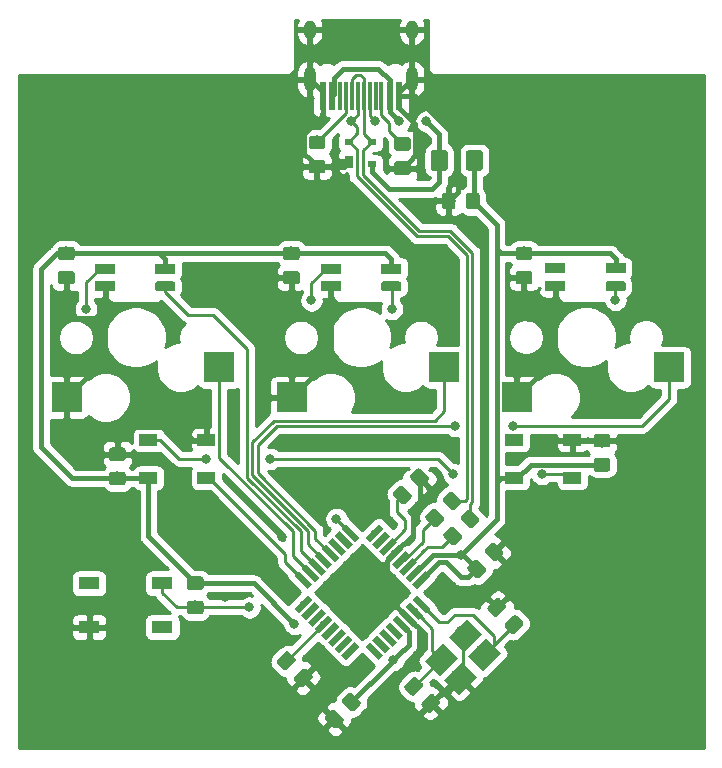
<source format=gbr>
G04 #@! TF.GenerationSoftware,KiCad,Pcbnew,(5.1.4)-1*
G04 #@! TF.CreationDate,2022-02-01T02:11:59+08:00*
G04 #@! TF.ProjectId,filled,66696c6c-6564-42e6-9b69-6361645f7063,rev?*
G04 #@! TF.SameCoordinates,Original*
G04 #@! TF.FileFunction,Copper,L2,Bot*
G04 #@! TF.FilePolarity,Positive*
%FSLAX46Y46*%
G04 Gerber Fmt 4.6, Leading zero omitted, Abs format (unit mm)*
G04 Created by KiCad (PCBNEW (5.1.4)-1) date 2022-02-01 02:11:59*
%MOMM*%
%LPD*%
G04 APERTURE LIST*
%ADD10C,0.100000*%
%ADD11C,1.150000*%
%ADD12R,2.550000X2.500000*%
%ADD13C,0.820000*%
%ADD14R,1.700000X0.820000*%
%ADD15R,1.800000X1.100000*%
%ADD16C,1.800000*%
%ADD17R,0.600000X2.450000*%
%ADD18R,0.300000X2.450000*%
%ADD19O,1.000000X2.100000*%
%ADD20O,1.000000X1.600000*%
%ADD21R,0.700000X1.000000*%
%ADD22R,0.700000X0.600000*%
%ADD23C,0.550000*%
%ADD24C,1.425000*%
%ADD25R,1.500000X1.000000*%
%ADD26C,0.800000*%
%ADD27C,0.381000*%
%ADD28C,0.279400*%
%ADD29C,0.254000*%
G04 APERTURE END LIST*
D10*
G36*
X87723505Y-81994204D02*
G01*
X87747773Y-81997804D01*
X87771572Y-82003765D01*
X87794671Y-82012030D01*
X87816850Y-82022520D01*
X87837893Y-82035132D01*
X87857599Y-82049747D01*
X87875777Y-82066223D01*
X87892253Y-82084401D01*
X87906868Y-82104107D01*
X87919480Y-82125150D01*
X87929970Y-82147329D01*
X87938235Y-82170428D01*
X87944196Y-82194227D01*
X87947796Y-82218495D01*
X87949000Y-82242999D01*
X87949000Y-82893001D01*
X87947796Y-82917505D01*
X87944196Y-82941773D01*
X87938235Y-82965572D01*
X87929970Y-82988671D01*
X87919480Y-83010850D01*
X87906868Y-83031893D01*
X87892253Y-83051599D01*
X87875777Y-83069777D01*
X87857599Y-83086253D01*
X87837893Y-83100868D01*
X87816850Y-83113480D01*
X87794671Y-83123970D01*
X87771572Y-83132235D01*
X87747773Y-83138196D01*
X87723505Y-83141796D01*
X87699001Y-83143000D01*
X86798999Y-83143000D01*
X86774495Y-83141796D01*
X86750227Y-83138196D01*
X86726428Y-83132235D01*
X86703329Y-83123970D01*
X86681150Y-83113480D01*
X86660107Y-83100868D01*
X86640401Y-83086253D01*
X86622223Y-83069777D01*
X86605747Y-83051599D01*
X86591132Y-83031893D01*
X86578520Y-83010850D01*
X86568030Y-82988671D01*
X86559765Y-82965572D01*
X86553804Y-82941773D01*
X86550204Y-82917505D01*
X86549000Y-82893001D01*
X86549000Y-82242999D01*
X86550204Y-82218495D01*
X86553804Y-82194227D01*
X86559765Y-82170428D01*
X86568030Y-82147329D01*
X86578520Y-82125150D01*
X86591132Y-82104107D01*
X86605747Y-82084401D01*
X86622223Y-82066223D01*
X86640401Y-82049747D01*
X86660107Y-82035132D01*
X86681150Y-82022520D01*
X86703329Y-82012030D01*
X86726428Y-82003765D01*
X86750227Y-81997804D01*
X86774495Y-81994204D01*
X86798999Y-81993000D01*
X87699001Y-81993000D01*
X87723505Y-81994204D01*
X87723505Y-81994204D01*
G37*
D11*
X87249000Y-82568000D03*
D10*
G36*
X87723505Y-79944204D02*
G01*
X87747773Y-79947804D01*
X87771572Y-79953765D01*
X87794671Y-79962030D01*
X87816850Y-79972520D01*
X87837893Y-79985132D01*
X87857599Y-79999747D01*
X87875777Y-80016223D01*
X87892253Y-80034401D01*
X87906868Y-80054107D01*
X87919480Y-80075150D01*
X87929970Y-80097329D01*
X87938235Y-80120428D01*
X87944196Y-80144227D01*
X87947796Y-80168495D01*
X87949000Y-80192999D01*
X87949000Y-80843001D01*
X87947796Y-80867505D01*
X87944196Y-80891773D01*
X87938235Y-80915572D01*
X87929970Y-80938671D01*
X87919480Y-80960850D01*
X87906868Y-80981893D01*
X87892253Y-81001599D01*
X87875777Y-81019777D01*
X87857599Y-81036253D01*
X87837893Y-81050868D01*
X87816850Y-81063480D01*
X87794671Y-81073970D01*
X87771572Y-81082235D01*
X87747773Y-81088196D01*
X87723505Y-81091796D01*
X87699001Y-81093000D01*
X86798999Y-81093000D01*
X86774495Y-81091796D01*
X86750227Y-81088196D01*
X86726428Y-81082235D01*
X86703329Y-81073970D01*
X86681150Y-81063480D01*
X86660107Y-81050868D01*
X86640401Y-81036253D01*
X86622223Y-81019777D01*
X86605747Y-81001599D01*
X86591132Y-80981893D01*
X86578520Y-80960850D01*
X86568030Y-80938671D01*
X86559765Y-80915572D01*
X86553804Y-80891773D01*
X86550204Y-80867505D01*
X86549000Y-80843001D01*
X86549000Y-80192999D01*
X86550204Y-80168495D01*
X86553804Y-80144227D01*
X86559765Y-80120428D01*
X86568030Y-80097329D01*
X86578520Y-80075150D01*
X86591132Y-80054107D01*
X86605747Y-80034401D01*
X86622223Y-80016223D01*
X86640401Y-79999747D01*
X86660107Y-79985132D01*
X86681150Y-79972520D01*
X86703329Y-79962030D01*
X86726428Y-79953765D01*
X86750227Y-79947804D01*
X86774495Y-79944204D01*
X86798999Y-79943000D01*
X87699001Y-79943000D01*
X87723505Y-79944204D01*
X87723505Y-79944204D01*
G37*
D11*
X87249000Y-80518000D03*
D12*
X87279000Y-92710000D03*
X100206000Y-90170000D03*
X68228000Y-92710000D03*
X81155000Y-90170000D03*
D10*
G36*
X100774116Y-100676196D02*
G01*
X100798384Y-100679796D01*
X100822183Y-100685757D01*
X100845282Y-100694022D01*
X100867461Y-100704512D01*
X100888504Y-100717124D01*
X100908210Y-100731739D01*
X100926388Y-100748215D01*
X101562785Y-101384612D01*
X101579261Y-101402790D01*
X101593876Y-101422496D01*
X101606488Y-101443539D01*
X101616978Y-101465718D01*
X101625243Y-101488817D01*
X101631204Y-101512616D01*
X101634804Y-101536884D01*
X101636008Y-101561388D01*
X101634804Y-101585892D01*
X101631204Y-101610160D01*
X101625243Y-101633959D01*
X101616978Y-101657058D01*
X101606488Y-101679237D01*
X101593876Y-101700280D01*
X101579261Y-101719986D01*
X101562785Y-101738164D01*
X101103164Y-102197785D01*
X101084986Y-102214261D01*
X101065280Y-102228876D01*
X101044237Y-102241488D01*
X101022058Y-102251978D01*
X100998959Y-102260243D01*
X100975160Y-102266204D01*
X100950892Y-102269804D01*
X100926388Y-102271008D01*
X100901884Y-102269804D01*
X100877616Y-102266204D01*
X100853817Y-102260243D01*
X100830718Y-102251978D01*
X100808539Y-102241488D01*
X100787496Y-102228876D01*
X100767790Y-102214261D01*
X100749612Y-102197785D01*
X100113215Y-101561388D01*
X100096739Y-101543210D01*
X100082124Y-101523504D01*
X100069512Y-101502461D01*
X100059022Y-101480282D01*
X100050757Y-101457183D01*
X100044796Y-101433384D01*
X100041196Y-101409116D01*
X100039992Y-101384612D01*
X100041196Y-101360108D01*
X100044796Y-101335840D01*
X100050757Y-101312041D01*
X100059022Y-101288942D01*
X100069512Y-101266763D01*
X100082124Y-101245720D01*
X100096739Y-101226014D01*
X100113215Y-101207836D01*
X100572836Y-100748215D01*
X100591014Y-100731739D01*
X100610720Y-100717124D01*
X100631763Y-100704512D01*
X100653942Y-100694022D01*
X100677041Y-100685757D01*
X100700840Y-100679796D01*
X100725108Y-100676196D01*
X100749612Y-100674992D01*
X100774116Y-100676196D01*
X100774116Y-100676196D01*
G37*
D11*
X100838000Y-101473000D03*
D10*
G36*
X99324548Y-102125764D02*
G01*
X99348816Y-102129364D01*
X99372615Y-102135325D01*
X99395714Y-102143590D01*
X99417893Y-102154080D01*
X99438936Y-102166692D01*
X99458642Y-102181307D01*
X99476820Y-102197783D01*
X100113217Y-102834180D01*
X100129693Y-102852358D01*
X100144308Y-102872064D01*
X100156920Y-102893107D01*
X100167410Y-102915286D01*
X100175675Y-102938385D01*
X100181636Y-102962184D01*
X100185236Y-102986452D01*
X100186440Y-103010956D01*
X100185236Y-103035460D01*
X100181636Y-103059728D01*
X100175675Y-103083527D01*
X100167410Y-103106626D01*
X100156920Y-103128805D01*
X100144308Y-103149848D01*
X100129693Y-103169554D01*
X100113217Y-103187732D01*
X99653596Y-103647353D01*
X99635418Y-103663829D01*
X99615712Y-103678444D01*
X99594669Y-103691056D01*
X99572490Y-103701546D01*
X99549391Y-103709811D01*
X99525592Y-103715772D01*
X99501324Y-103719372D01*
X99476820Y-103720576D01*
X99452316Y-103719372D01*
X99428048Y-103715772D01*
X99404249Y-103709811D01*
X99381150Y-103701546D01*
X99358971Y-103691056D01*
X99337928Y-103678444D01*
X99318222Y-103663829D01*
X99300044Y-103647353D01*
X98663647Y-103010956D01*
X98647171Y-102992778D01*
X98632556Y-102973072D01*
X98619944Y-102952029D01*
X98609454Y-102929850D01*
X98601189Y-102906751D01*
X98595228Y-102882952D01*
X98591628Y-102858684D01*
X98590424Y-102834180D01*
X98591628Y-102809676D01*
X98595228Y-102785408D01*
X98601189Y-102761609D01*
X98609454Y-102738510D01*
X98619944Y-102716331D01*
X98632556Y-102695288D01*
X98647171Y-102675582D01*
X98663647Y-102657404D01*
X99123268Y-102197783D01*
X99141446Y-102181307D01*
X99161152Y-102166692D01*
X99182195Y-102154080D01*
X99204374Y-102143590D01*
X99227473Y-102135325D01*
X99251272Y-102129364D01*
X99275540Y-102125764D01*
X99300044Y-102124560D01*
X99324548Y-102125764D01*
X99324548Y-102125764D01*
G37*
D11*
X99388432Y-102922568D03*
D12*
X106328000Y-92700000D03*
X119255000Y-90160000D03*
D10*
G36*
X115365094Y-82880987D02*
G01*
X115384994Y-82883939D01*
X115404508Y-82888827D01*
X115423450Y-82895605D01*
X115441636Y-82904206D01*
X115458892Y-82914549D01*
X115475051Y-82926533D01*
X115489957Y-82940043D01*
X115503467Y-82954949D01*
X115515451Y-82971108D01*
X115525794Y-82988364D01*
X115534395Y-83006550D01*
X115541173Y-83025492D01*
X115546061Y-83045006D01*
X115549013Y-83064906D01*
X115550000Y-83085000D01*
X115550000Y-83495000D01*
X115549013Y-83515094D01*
X115546061Y-83534994D01*
X115541173Y-83554508D01*
X115534395Y-83573450D01*
X115525794Y-83591636D01*
X115515451Y-83608892D01*
X115503467Y-83625051D01*
X115489957Y-83639957D01*
X115475051Y-83653467D01*
X115458892Y-83665451D01*
X115441636Y-83675794D01*
X115423450Y-83684395D01*
X115404508Y-83691173D01*
X115384994Y-83696061D01*
X115365094Y-83699013D01*
X115345000Y-83700000D01*
X114055000Y-83700000D01*
X114034906Y-83699013D01*
X114015006Y-83696061D01*
X113995492Y-83691173D01*
X113976550Y-83684395D01*
X113958364Y-83675794D01*
X113941108Y-83665451D01*
X113924949Y-83653467D01*
X113910043Y-83639957D01*
X113896533Y-83625051D01*
X113884549Y-83608892D01*
X113874206Y-83591636D01*
X113865605Y-83573450D01*
X113858827Y-83554508D01*
X113853939Y-83534994D01*
X113850987Y-83515094D01*
X113850000Y-83495000D01*
X113850000Y-83085000D01*
X113850987Y-83064906D01*
X113853939Y-83045006D01*
X113858827Y-83025492D01*
X113865605Y-83006550D01*
X113874206Y-82988364D01*
X113884549Y-82971108D01*
X113896533Y-82954949D01*
X113910043Y-82940043D01*
X113924949Y-82926533D01*
X113941108Y-82914549D01*
X113958364Y-82904206D01*
X113976550Y-82895605D01*
X113995492Y-82888827D01*
X114015006Y-82883939D01*
X114034906Y-82880987D01*
X114055000Y-82880000D01*
X115345000Y-82880000D01*
X115365094Y-82880987D01*
X115365094Y-82880987D01*
G37*
D13*
X114700000Y-83290000D03*
D14*
X114700000Y-81790000D03*
X109600000Y-83290000D03*
X109600000Y-81790000D03*
D10*
G36*
X77235094Y-82890987D02*
G01*
X77254994Y-82893939D01*
X77274508Y-82898827D01*
X77293450Y-82905605D01*
X77311636Y-82914206D01*
X77328892Y-82924549D01*
X77345051Y-82936533D01*
X77359957Y-82950043D01*
X77373467Y-82964949D01*
X77385451Y-82981108D01*
X77395794Y-82998364D01*
X77404395Y-83016550D01*
X77411173Y-83035492D01*
X77416061Y-83055006D01*
X77419013Y-83074906D01*
X77420000Y-83095000D01*
X77420000Y-83505000D01*
X77419013Y-83525094D01*
X77416061Y-83544994D01*
X77411173Y-83564508D01*
X77404395Y-83583450D01*
X77395794Y-83601636D01*
X77385451Y-83618892D01*
X77373467Y-83635051D01*
X77359957Y-83649957D01*
X77345051Y-83663467D01*
X77328892Y-83675451D01*
X77311636Y-83685794D01*
X77293450Y-83694395D01*
X77274508Y-83701173D01*
X77254994Y-83706061D01*
X77235094Y-83709013D01*
X77215000Y-83710000D01*
X75925000Y-83710000D01*
X75904906Y-83709013D01*
X75885006Y-83706061D01*
X75865492Y-83701173D01*
X75846550Y-83694395D01*
X75828364Y-83685794D01*
X75811108Y-83675451D01*
X75794949Y-83663467D01*
X75780043Y-83649957D01*
X75766533Y-83635051D01*
X75754549Y-83618892D01*
X75744206Y-83601636D01*
X75735605Y-83583450D01*
X75728827Y-83564508D01*
X75723939Y-83544994D01*
X75720987Y-83525094D01*
X75720000Y-83505000D01*
X75720000Y-83095000D01*
X75720987Y-83074906D01*
X75723939Y-83055006D01*
X75728827Y-83035492D01*
X75735605Y-83016550D01*
X75744206Y-82998364D01*
X75754549Y-82981108D01*
X75766533Y-82964949D01*
X75780043Y-82950043D01*
X75794949Y-82936533D01*
X75811108Y-82924549D01*
X75828364Y-82914206D01*
X75846550Y-82905605D01*
X75865492Y-82898827D01*
X75885006Y-82893939D01*
X75904906Y-82890987D01*
X75925000Y-82890000D01*
X77215000Y-82890000D01*
X77235094Y-82890987D01*
X77235094Y-82890987D01*
G37*
D13*
X76570000Y-83300000D03*
D14*
X76570000Y-81800000D03*
X71470000Y-83300000D03*
X71470000Y-81800000D03*
D10*
G36*
X96365094Y-82890987D02*
G01*
X96384994Y-82893939D01*
X96404508Y-82898827D01*
X96423450Y-82905605D01*
X96441636Y-82914206D01*
X96458892Y-82924549D01*
X96475051Y-82936533D01*
X96489957Y-82950043D01*
X96503467Y-82964949D01*
X96515451Y-82981108D01*
X96525794Y-82998364D01*
X96534395Y-83016550D01*
X96541173Y-83035492D01*
X96546061Y-83055006D01*
X96549013Y-83074906D01*
X96550000Y-83095000D01*
X96550000Y-83505000D01*
X96549013Y-83525094D01*
X96546061Y-83544994D01*
X96541173Y-83564508D01*
X96534395Y-83583450D01*
X96525794Y-83601636D01*
X96515451Y-83618892D01*
X96503467Y-83635051D01*
X96489957Y-83649957D01*
X96475051Y-83663467D01*
X96458892Y-83675451D01*
X96441636Y-83685794D01*
X96423450Y-83694395D01*
X96404508Y-83701173D01*
X96384994Y-83706061D01*
X96365094Y-83709013D01*
X96345000Y-83710000D01*
X95055000Y-83710000D01*
X95034906Y-83709013D01*
X95015006Y-83706061D01*
X94995492Y-83701173D01*
X94976550Y-83694395D01*
X94958364Y-83685794D01*
X94941108Y-83675451D01*
X94924949Y-83663467D01*
X94910043Y-83649957D01*
X94896533Y-83635051D01*
X94884549Y-83618892D01*
X94874206Y-83601636D01*
X94865605Y-83583450D01*
X94858827Y-83564508D01*
X94853939Y-83544994D01*
X94850987Y-83525094D01*
X94850000Y-83505000D01*
X94850000Y-83095000D01*
X94850987Y-83074906D01*
X94853939Y-83055006D01*
X94858827Y-83035492D01*
X94865605Y-83016550D01*
X94874206Y-82998364D01*
X94884549Y-82981108D01*
X94896533Y-82964949D01*
X94910043Y-82950043D01*
X94924949Y-82936533D01*
X94941108Y-82924549D01*
X94958364Y-82914206D01*
X94976550Y-82905605D01*
X94995492Y-82898827D01*
X95015006Y-82893939D01*
X95034906Y-82890987D01*
X95055000Y-82890000D01*
X96345000Y-82890000D01*
X96365094Y-82890987D01*
X96365094Y-82890987D01*
G37*
D13*
X95700000Y-83300000D03*
D14*
X95700000Y-81800000D03*
X90600000Y-83300000D03*
X90600000Y-81800000D03*
D15*
X76327000Y-112158000D03*
X70127000Y-108458000D03*
X76327000Y-108458000D03*
X70127000Y-112158000D03*
D10*
G36*
X68673505Y-81994204D02*
G01*
X68697773Y-81997804D01*
X68721572Y-82003765D01*
X68744671Y-82012030D01*
X68766850Y-82022520D01*
X68787893Y-82035132D01*
X68807599Y-82049747D01*
X68825777Y-82066223D01*
X68842253Y-82084401D01*
X68856868Y-82104107D01*
X68869480Y-82125150D01*
X68879970Y-82147329D01*
X68888235Y-82170428D01*
X68894196Y-82194227D01*
X68897796Y-82218495D01*
X68899000Y-82242999D01*
X68899000Y-82893001D01*
X68897796Y-82917505D01*
X68894196Y-82941773D01*
X68888235Y-82965572D01*
X68879970Y-82988671D01*
X68869480Y-83010850D01*
X68856868Y-83031893D01*
X68842253Y-83051599D01*
X68825777Y-83069777D01*
X68807599Y-83086253D01*
X68787893Y-83100868D01*
X68766850Y-83113480D01*
X68744671Y-83123970D01*
X68721572Y-83132235D01*
X68697773Y-83138196D01*
X68673505Y-83141796D01*
X68649001Y-83143000D01*
X67748999Y-83143000D01*
X67724495Y-83141796D01*
X67700227Y-83138196D01*
X67676428Y-83132235D01*
X67653329Y-83123970D01*
X67631150Y-83113480D01*
X67610107Y-83100868D01*
X67590401Y-83086253D01*
X67572223Y-83069777D01*
X67555747Y-83051599D01*
X67541132Y-83031893D01*
X67528520Y-83010850D01*
X67518030Y-82988671D01*
X67509765Y-82965572D01*
X67503804Y-82941773D01*
X67500204Y-82917505D01*
X67499000Y-82893001D01*
X67499000Y-82242999D01*
X67500204Y-82218495D01*
X67503804Y-82194227D01*
X67509765Y-82170428D01*
X67518030Y-82147329D01*
X67528520Y-82125150D01*
X67541132Y-82104107D01*
X67555747Y-82084401D01*
X67572223Y-82066223D01*
X67590401Y-82049747D01*
X67610107Y-82035132D01*
X67631150Y-82022520D01*
X67653329Y-82012030D01*
X67676428Y-82003765D01*
X67700227Y-81997804D01*
X67724495Y-81994204D01*
X67748999Y-81993000D01*
X68649001Y-81993000D01*
X68673505Y-81994204D01*
X68673505Y-81994204D01*
G37*
D11*
X68199000Y-82568000D03*
D10*
G36*
X68673505Y-79944204D02*
G01*
X68697773Y-79947804D01*
X68721572Y-79953765D01*
X68744671Y-79962030D01*
X68766850Y-79972520D01*
X68787893Y-79985132D01*
X68807599Y-79999747D01*
X68825777Y-80016223D01*
X68842253Y-80034401D01*
X68856868Y-80054107D01*
X68869480Y-80075150D01*
X68879970Y-80097329D01*
X68888235Y-80120428D01*
X68894196Y-80144227D01*
X68897796Y-80168495D01*
X68899000Y-80192999D01*
X68899000Y-80843001D01*
X68897796Y-80867505D01*
X68894196Y-80891773D01*
X68888235Y-80915572D01*
X68879970Y-80938671D01*
X68869480Y-80960850D01*
X68856868Y-80981893D01*
X68842253Y-81001599D01*
X68825777Y-81019777D01*
X68807599Y-81036253D01*
X68787893Y-81050868D01*
X68766850Y-81063480D01*
X68744671Y-81073970D01*
X68721572Y-81082235D01*
X68697773Y-81088196D01*
X68673505Y-81091796D01*
X68649001Y-81093000D01*
X67748999Y-81093000D01*
X67724495Y-81091796D01*
X67700227Y-81088196D01*
X67676428Y-81082235D01*
X67653329Y-81073970D01*
X67631150Y-81063480D01*
X67610107Y-81050868D01*
X67590401Y-81036253D01*
X67572223Y-81019777D01*
X67555747Y-81001599D01*
X67541132Y-80981893D01*
X67528520Y-80960850D01*
X67518030Y-80938671D01*
X67509765Y-80915572D01*
X67503804Y-80891773D01*
X67500204Y-80867505D01*
X67499000Y-80843001D01*
X67499000Y-80192999D01*
X67500204Y-80168495D01*
X67503804Y-80144227D01*
X67509765Y-80120428D01*
X67518030Y-80097329D01*
X67528520Y-80075150D01*
X67541132Y-80054107D01*
X67555747Y-80034401D01*
X67572223Y-80016223D01*
X67590401Y-79999747D01*
X67610107Y-79985132D01*
X67631150Y-79972520D01*
X67653329Y-79962030D01*
X67676428Y-79953765D01*
X67700227Y-79947804D01*
X67724495Y-79944204D01*
X67748999Y-79943000D01*
X68649001Y-79943000D01*
X68673505Y-79944204D01*
X68673505Y-79944204D01*
G37*
D11*
X68199000Y-80518000D03*
D10*
G36*
X92265116Y-117694196D02*
G01*
X92289384Y-117697796D01*
X92313183Y-117703757D01*
X92336282Y-117712022D01*
X92358461Y-117722512D01*
X92379504Y-117735124D01*
X92399210Y-117749739D01*
X92417388Y-117766215D01*
X93053785Y-118402612D01*
X93070261Y-118420790D01*
X93084876Y-118440496D01*
X93097488Y-118461539D01*
X93107978Y-118483718D01*
X93116243Y-118506817D01*
X93122204Y-118530616D01*
X93125804Y-118554884D01*
X93127008Y-118579388D01*
X93125804Y-118603892D01*
X93122204Y-118628160D01*
X93116243Y-118651959D01*
X93107978Y-118675058D01*
X93097488Y-118697237D01*
X93084876Y-118718280D01*
X93070261Y-118737986D01*
X93053785Y-118756164D01*
X92594164Y-119215785D01*
X92575986Y-119232261D01*
X92556280Y-119246876D01*
X92535237Y-119259488D01*
X92513058Y-119269978D01*
X92489959Y-119278243D01*
X92466160Y-119284204D01*
X92441892Y-119287804D01*
X92417388Y-119289008D01*
X92392884Y-119287804D01*
X92368616Y-119284204D01*
X92344817Y-119278243D01*
X92321718Y-119269978D01*
X92299539Y-119259488D01*
X92278496Y-119246876D01*
X92258790Y-119232261D01*
X92240612Y-119215785D01*
X91604215Y-118579388D01*
X91587739Y-118561210D01*
X91573124Y-118541504D01*
X91560512Y-118520461D01*
X91550022Y-118498282D01*
X91541757Y-118475183D01*
X91535796Y-118451384D01*
X91532196Y-118427116D01*
X91530992Y-118402612D01*
X91532196Y-118378108D01*
X91535796Y-118353840D01*
X91541757Y-118330041D01*
X91550022Y-118306942D01*
X91560512Y-118284763D01*
X91573124Y-118263720D01*
X91587739Y-118244014D01*
X91604215Y-118225836D01*
X92063836Y-117766215D01*
X92082014Y-117749739D01*
X92101720Y-117735124D01*
X92122763Y-117722512D01*
X92144942Y-117712022D01*
X92168041Y-117703757D01*
X92191840Y-117697796D01*
X92216108Y-117694196D01*
X92240612Y-117692992D01*
X92265116Y-117694196D01*
X92265116Y-117694196D01*
G37*
D11*
X92329000Y-118491000D03*
D10*
G36*
X90815548Y-119143764D02*
G01*
X90839816Y-119147364D01*
X90863615Y-119153325D01*
X90886714Y-119161590D01*
X90908893Y-119172080D01*
X90929936Y-119184692D01*
X90949642Y-119199307D01*
X90967820Y-119215783D01*
X91604217Y-119852180D01*
X91620693Y-119870358D01*
X91635308Y-119890064D01*
X91647920Y-119911107D01*
X91658410Y-119933286D01*
X91666675Y-119956385D01*
X91672636Y-119980184D01*
X91676236Y-120004452D01*
X91677440Y-120028956D01*
X91676236Y-120053460D01*
X91672636Y-120077728D01*
X91666675Y-120101527D01*
X91658410Y-120124626D01*
X91647920Y-120146805D01*
X91635308Y-120167848D01*
X91620693Y-120187554D01*
X91604217Y-120205732D01*
X91144596Y-120665353D01*
X91126418Y-120681829D01*
X91106712Y-120696444D01*
X91085669Y-120709056D01*
X91063490Y-120719546D01*
X91040391Y-120727811D01*
X91016592Y-120733772D01*
X90992324Y-120737372D01*
X90967820Y-120738576D01*
X90943316Y-120737372D01*
X90919048Y-120733772D01*
X90895249Y-120727811D01*
X90872150Y-120719546D01*
X90849971Y-120709056D01*
X90828928Y-120696444D01*
X90809222Y-120681829D01*
X90791044Y-120665353D01*
X90154647Y-120028956D01*
X90138171Y-120010778D01*
X90123556Y-119991072D01*
X90110944Y-119970029D01*
X90100454Y-119947850D01*
X90092189Y-119924751D01*
X90086228Y-119900952D01*
X90082628Y-119876684D01*
X90081424Y-119852180D01*
X90082628Y-119827676D01*
X90086228Y-119803408D01*
X90092189Y-119779609D01*
X90100454Y-119756510D01*
X90110944Y-119734331D01*
X90123556Y-119713288D01*
X90138171Y-119693582D01*
X90154647Y-119675404D01*
X90614268Y-119215783D01*
X90632446Y-119199307D01*
X90652152Y-119184692D01*
X90673195Y-119172080D01*
X90695374Y-119161590D01*
X90718473Y-119153325D01*
X90742272Y-119147364D01*
X90766540Y-119143764D01*
X90791044Y-119142560D01*
X90815548Y-119143764D01*
X90815548Y-119143764D01*
G37*
D11*
X90879432Y-119940568D03*
D16*
X101987380Y-112849299D03*
D10*
G36*
X102093446Y-111470441D02*
G01*
X103366238Y-112743233D01*
X101881314Y-114228157D01*
X100608522Y-112955365D01*
X102093446Y-111470441D01*
X102093446Y-111470441D01*
G37*
D16*
X99936770Y-114899909D03*
D10*
G36*
X100042836Y-113521051D02*
G01*
X101315628Y-114793843D01*
X99830704Y-116278767D01*
X98557912Y-115005975D01*
X100042836Y-113521051D01*
X100042836Y-113521051D01*
G37*
D16*
X101563116Y-116526255D03*
D10*
G36*
X101669182Y-115147397D02*
G01*
X102941974Y-116420189D01*
X101457050Y-117905113D01*
X100184258Y-116632321D01*
X101669182Y-115147397D01*
X101669182Y-115147397D01*
G37*
D16*
X103613726Y-114475645D03*
D10*
G36*
X103719792Y-113096787D02*
G01*
X104992584Y-114369579D01*
X103507660Y-115854503D01*
X102234868Y-114581711D01*
X103719792Y-113096787D01*
X103719792Y-113096787D01*
G37*
D17*
X96346000Y-67184000D03*
X89896000Y-67184000D03*
X95571000Y-67184000D03*
X90671000Y-67184000D03*
D18*
X91371000Y-67184000D03*
X94871000Y-67184000D03*
X91871000Y-67184000D03*
X94371000Y-67184000D03*
X92371000Y-67184000D03*
X93871000Y-67184000D03*
X93371000Y-67184000D03*
X92871000Y-67184000D03*
D19*
X88801000Y-65769000D03*
X97441000Y-65769000D03*
D20*
X88801000Y-61589000D03*
X97441000Y-61589000D03*
D21*
X92091000Y-72759000D03*
D22*
X94091000Y-72959000D03*
X92091000Y-71059000D03*
X94091000Y-71059000D03*
D23*
X98237658Y-108168260D03*
D10*
G36*
X97866427Y-108928400D02*
G01*
X97477518Y-108539491D01*
X98608889Y-107408120D01*
X98997798Y-107797029D01*
X97866427Y-108928400D01*
X97866427Y-108928400D01*
G37*
D23*
X97671972Y-107602575D03*
D10*
G36*
X97300741Y-108362715D02*
G01*
X96911832Y-107973806D01*
X98043203Y-106842435D01*
X98432112Y-107231344D01*
X97300741Y-108362715D01*
X97300741Y-108362715D01*
G37*
D23*
X97106287Y-107036889D03*
D10*
G36*
X96735056Y-107797029D02*
G01*
X96346147Y-107408120D01*
X97477518Y-106276749D01*
X97866427Y-106665658D01*
X96735056Y-107797029D01*
X96735056Y-107797029D01*
G37*
D23*
X96540602Y-106471204D03*
D10*
G36*
X96169371Y-107231344D02*
G01*
X95780462Y-106842435D01*
X96911833Y-105711064D01*
X97300742Y-106099973D01*
X96169371Y-107231344D01*
X96169371Y-107231344D01*
G37*
D23*
X95974916Y-105905518D03*
D10*
G36*
X95603685Y-106665658D02*
G01*
X95214776Y-106276749D01*
X96346147Y-105145378D01*
X96735056Y-105534287D01*
X95603685Y-106665658D01*
X95603685Y-106665658D01*
G37*
D23*
X95409231Y-105339833D03*
D10*
G36*
X95038000Y-106099973D02*
G01*
X94649091Y-105711064D01*
X95780462Y-104579693D01*
X96169371Y-104968602D01*
X95038000Y-106099973D01*
X95038000Y-106099973D01*
G37*
D23*
X94843545Y-104774148D03*
D10*
G36*
X94472314Y-105534288D02*
G01*
X94083405Y-105145379D01*
X95214776Y-104014008D01*
X95603685Y-104402917D01*
X94472314Y-105534288D01*
X94472314Y-105534288D01*
G37*
D23*
X94277860Y-104208462D03*
D10*
G36*
X93906629Y-104968602D02*
G01*
X93517720Y-104579693D01*
X94649091Y-103448322D01*
X95038000Y-103837231D01*
X93906629Y-104968602D01*
X93906629Y-104968602D01*
G37*
D23*
X92227250Y-104208462D03*
D10*
G36*
X92987390Y-104579693D02*
G01*
X92598481Y-104968602D01*
X91467110Y-103837231D01*
X91856019Y-103448322D01*
X92987390Y-104579693D01*
X92987390Y-104579693D01*
G37*
D23*
X91661565Y-104774148D03*
D10*
G36*
X92421705Y-105145379D02*
G01*
X92032796Y-105534288D01*
X90901425Y-104402917D01*
X91290334Y-104014008D01*
X92421705Y-105145379D01*
X92421705Y-105145379D01*
G37*
D23*
X91095879Y-105339833D03*
D10*
G36*
X91856019Y-105711064D02*
G01*
X91467110Y-106099973D01*
X90335739Y-104968602D01*
X90724648Y-104579693D01*
X91856019Y-105711064D01*
X91856019Y-105711064D01*
G37*
D23*
X90530194Y-105905518D03*
D10*
G36*
X91290334Y-106276749D02*
G01*
X90901425Y-106665658D01*
X89770054Y-105534287D01*
X90158963Y-105145378D01*
X91290334Y-106276749D01*
X91290334Y-106276749D01*
G37*
D23*
X89964508Y-106471204D03*
D10*
G36*
X90724648Y-106842435D02*
G01*
X90335739Y-107231344D01*
X89204368Y-106099973D01*
X89593277Y-105711064D01*
X90724648Y-106842435D01*
X90724648Y-106842435D01*
G37*
D23*
X89398823Y-107036889D03*
D10*
G36*
X90158963Y-107408120D02*
G01*
X89770054Y-107797029D01*
X88638683Y-106665658D01*
X89027592Y-106276749D01*
X90158963Y-107408120D01*
X90158963Y-107408120D01*
G37*
D23*
X88833138Y-107602575D03*
D10*
G36*
X89593278Y-107973806D02*
G01*
X89204369Y-108362715D01*
X88072998Y-107231344D01*
X88461907Y-106842435D01*
X89593278Y-107973806D01*
X89593278Y-107973806D01*
G37*
D23*
X88267452Y-108168260D03*
D10*
G36*
X89027592Y-108539491D02*
G01*
X88638683Y-108928400D01*
X87507312Y-107797029D01*
X87896221Y-107408120D01*
X89027592Y-108539491D01*
X89027592Y-108539491D01*
G37*
D23*
X88267452Y-110218870D03*
D10*
G36*
X87896221Y-110979010D02*
G01*
X87507312Y-110590101D01*
X88638683Y-109458730D01*
X89027592Y-109847639D01*
X87896221Y-110979010D01*
X87896221Y-110979010D01*
G37*
D23*
X88833138Y-110784555D03*
D10*
G36*
X88461907Y-111544695D02*
G01*
X88072998Y-111155786D01*
X89204369Y-110024415D01*
X89593278Y-110413324D01*
X88461907Y-111544695D01*
X88461907Y-111544695D01*
G37*
D23*
X89398823Y-111350241D03*
D10*
G36*
X89027592Y-112110381D02*
G01*
X88638683Y-111721472D01*
X89770054Y-110590101D01*
X90158963Y-110979010D01*
X89027592Y-112110381D01*
X89027592Y-112110381D01*
G37*
D23*
X89964508Y-111915926D03*
D10*
G36*
X89593277Y-112676066D02*
G01*
X89204368Y-112287157D01*
X90335739Y-111155786D01*
X90724648Y-111544695D01*
X89593277Y-112676066D01*
X89593277Y-112676066D01*
G37*
D23*
X90530194Y-112481612D03*
D10*
G36*
X90158963Y-113241752D02*
G01*
X89770054Y-112852843D01*
X90901425Y-111721472D01*
X91290334Y-112110381D01*
X90158963Y-113241752D01*
X90158963Y-113241752D01*
G37*
D23*
X91095879Y-113047297D03*
D10*
G36*
X90724648Y-113807437D02*
G01*
X90335739Y-113418528D01*
X91467110Y-112287157D01*
X91856019Y-112676066D01*
X90724648Y-113807437D01*
X90724648Y-113807437D01*
G37*
D23*
X91661565Y-113612982D03*
D10*
G36*
X91290334Y-114373122D02*
G01*
X90901425Y-113984213D01*
X92032796Y-112852842D01*
X92421705Y-113241751D01*
X91290334Y-114373122D01*
X91290334Y-114373122D01*
G37*
D23*
X92227250Y-114178668D03*
D10*
G36*
X91856019Y-114938808D02*
G01*
X91467110Y-114549899D01*
X92598481Y-113418528D01*
X92987390Y-113807437D01*
X91856019Y-114938808D01*
X91856019Y-114938808D01*
G37*
D23*
X94277860Y-114178668D03*
D10*
G36*
X95038000Y-114549899D02*
G01*
X94649091Y-114938808D01*
X93517720Y-113807437D01*
X93906629Y-113418528D01*
X95038000Y-114549899D01*
X95038000Y-114549899D01*
G37*
D23*
X94843545Y-113612982D03*
D10*
G36*
X95603685Y-113984213D02*
G01*
X95214776Y-114373122D01*
X94083405Y-113241751D01*
X94472314Y-112852842D01*
X95603685Y-113984213D01*
X95603685Y-113984213D01*
G37*
D23*
X95409231Y-113047297D03*
D10*
G36*
X96169371Y-113418528D02*
G01*
X95780462Y-113807437D01*
X94649091Y-112676066D01*
X95038000Y-112287157D01*
X96169371Y-113418528D01*
X96169371Y-113418528D01*
G37*
D23*
X95974916Y-112481612D03*
D10*
G36*
X96735056Y-112852843D02*
G01*
X96346147Y-113241752D01*
X95214776Y-112110381D01*
X95603685Y-111721472D01*
X96735056Y-112852843D01*
X96735056Y-112852843D01*
G37*
D23*
X96540602Y-111915926D03*
D10*
G36*
X97300742Y-112287157D02*
G01*
X96911833Y-112676066D01*
X95780462Y-111544695D01*
X96169371Y-111155786D01*
X97300742Y-112287157D01*
X97300742Y-112287157D01*
G37*
D23*
X97106287Y-111350241D03*
D10*
G36*
X97866427Y-111721472D02*
G01*
X97477518Y-112110381D01*
X96346147Y-110979010D01*
X96735056Y-110590101D01*
X97866427Y-111721472D01*
X97866427Y-111721472D01*
G37*
D23*
X97671972Y-110784555D03*
D10*
G36*
X98432112Y-111155786D02*
G01*
X98043203Y-111544695D01*
X96911832Y-110413324D01*
X97300741Y-110024415D01*
X98432112Y-111155786D01*
X98432112Y-111155786D01*
G37*
D23*
X98237658Y-110218870D03*
D10*
G36*
X98997798Y-110590101D02*
G01*
X98608889Y-110979010D01*
X97477518Y-109847639D01*
X97866427Y-109458730D01*
X98997798Y-110590101D01*
X98997798Y-110590101D01*
G37*
G36*
X97121505Y-70673204D02*
G01*
X97145773Y-70676804D01*
X97169572Y-70682765D01*
X97192671Y-70691030D01*
X97214850Y-70701520D01*
X97235893Y-70714132D01*
X97255599Y-70728747D01*
X97273777Y-70745223D01*
X97290253Y-70763401D01*
X97304868Y-70783107D01*
X97317480Y-70804150D01*
X97327970Y-70826329D01*
X97336235Y-70849428D01*
X97342196Y-70873227D01*
X97345796Y-70897495D01*
X97347000Y-70921999D01*
X97347000Y-71572001D01*
X97345796Y-71596505D01*
X97342196Y-71620773D01*
X97336235Y-71644572D01*
X97327970Y-71667671D01*
X97317480Y-71689850D01*
X97304868Y-71710893D01*
X97290253Y-71730599D01*
X97273777Y-71748777D01*
X97255599Y-71765253D01*
X97235893Y-71779868D01*
X97214850Y-71792480D01*
X97192671Y-71802970D01*
X97169572Y-71811235D01*
X97145773Y-71817196D01*
X97121505Y-71820796D01*
X97097001Y-71822000D01*
X96196999Y-71822000D01*
X96172495Y-71820796D01*
X96148227Y-71817196D01*
X96124428Y-71811235D01*
X96101329Y-71802970D01*
X96079150Y-71792480D01*
X96058107Y-71779868D01*
X96038401Y-71765253D01*
X96020223Y-71748777D01*
X96003747Y-71730599D01*
X95989132Y-71710893D01*
X95976520Y-71689850D01*
X95966030Y-71667671D01*
X95957765Y-71644572D01*
X95951804Y-71620773D01*
X95948204Y-71596505D01*
X95947000Y-71572001D01*
X95947000Y-70921999D01*
X95948204Y-70897495D01*
X95951804Y-70873227D01*
X95957765Y-70849428D01*
X95966030Y-70826329D01*
X95976520Y-70804150D01*
X95989132Y-70783107D01*
X96003747Y-70763401D01*
X96020223Y-70745223D01*
X96038401Y-70728747D01*
X96058107Y-70714132D01*
X96079150Y-70701520D01*
X96101329Y-70691030D01*
X96124428Y-70682765D01*
X96148227Y-70676804D01*
X96172495Y-70673204D01*
X96196999Y-70672000D01*
X97097001Y-70672000D01*
X97121505Y-70673204D01*
X97121505Y-70673204D01*
G37*
D11*
X96647000Y-71247000D03*
D10*
G36*
X97121505Y-72723204D02*
G01*
X97145773Y-72726804D01*
X97169572Y-72732765D01*
X97192671Y-72741030D01*
X97214850Y-72751520D01*
X97235893Y-72764132D01*
X97255599Y-72778747D01*
X97273777Y-72795223D01*
X97290253Y-72813401D01*
X97304868Y-72833107D01*
X97317480Y-72854150D01*
X97327970Y-72876329D01*
X97336235Y-72899428D01*
X97342196Y-72923227D01*
X97345796Y-72947495D01*
X97347000Y-72971999D01*
X97347000Y-73622001D01*
X97345796Y-73646505D01*
X97342196Y-73670773D01*
X97336235Y-73694572D01*
X97327970Y-73717671D01*
X97317480Y-73739850D01*
X97304868Y-73760893D01*
X97290253Y-73780599D01*
X97273777Y-73798777D01*
X97255599Y-73815253D01*
X97235893Y-73829868D01*
X97214850Y-73842480D01*
X97192671Y-73852970D01*
X97169572Y-73861235D01*
X97145773Y-73867196D01*
X97121505Y-73870796D01*
X97097001Y-73872000D01*
X96196999Y-73872000D01*
X96172495Y-73870796D01*
X96148227Y-73867196D01*
X96124428Y-73861235D01*
X96101329Y-73852970D01*
X96079150Y-73842480D01*
X96058107Y-73829868D01*
X96038401Y-73815253D01*
X96020223Y-73798777D01*
X96003747Y-73780599D01*
X95989132Y-73760893D01*
X95976520Y-73739850D01*
X95966030Y-73717671D01*
X95957765Y-73694572D01*
X95951804Y-73670773D01*
X95948204Y-73646505D01*
X95947000Y-73622001D01*
X95947000Y-72971999D01*
X95948204Y-72947495D01*
X95951804Y-72923227D01*
X95957765Y-72899428D01*
X95966030Y-72876329D01*
X95976520Y-72854150D01*
X95989132Y-72833107D01*
X96003747Y-72813401D01*
X96020223Y-72795223D01*
X96038401Y-72778747D01*
X96058107Y-72764132D01*
X96079150Y-72751520D01*
X96101329Y-72741030D01*
X96124428Y-72732765D01*
X96148227Y-72726804D01*
X96172495Y-72723204D01*
X96196999Y-72722000D01*
X97097001Y-72722000D01*
X97121505Y-72723204D01*
X97121505Y-72723204D01*
G37*
D11*
X96647000Y-73297000D03*
D10*
G36*
X89882505Y-72596204D02*
G01*
X89906773Y-72599804D01*
X89930572Y-72605765D01*
X89953671Y-72614030D01*
X89975850Y-72624520D01*
X89996893Y-72637132D01*
X90016599Y-72651747D01*
X90034777Y-72668223D01*
X90051253Y-72686401D01*
X90065868Y-72706107D01*
X90078480Y-72727150D01*
X90088970Y-72749329D01*
X90097235Y-72772428D01*
X90103196Y-72796227D01*
X90106796Y-72820495D01*
X90108000Y-72844999D01*
X90108000Y-73495001D01*
X90106796Y-73519505D01*
X90103196Y-73543773D01*
X90097235Y-73567572D01*
X90088970Y-73590671D01*
X90078480Y-73612850D01*
X90065868Y-73633893D01*
X90051253Y-73653599D01*
X90034777Y-73671777D01*
X90016599Y-73688253D01*
X89996893Y-73702868D01*
X89975850Y-73715480D01*
X89953671Y-73725970D01*
X89930572Y-73734235D01*
X89906773Y-73740196D01*
X89882505Y-73743796D01*
X89858001Y-73745000D01*
X88957999Y-73745000D01*
X88933495Y-73743796D01*
X88909227Y-73740196D01*
X88885428Y-73734235D01*
X88862329Y-73725970D01*
X88840150Y-73715480D01*
X88819107Y-73702868D01*
X88799401Y-73688253D01*
X88781223Y-73671777D01*
X88764747Y-73653599D01*
X88750132Y-73633893D01*
X88737520Y-73612850D01*
X88727030Y-73590671D01*
X88718765Y-73567572D01*
X88712804Y-73543773D01*
X88709204Y-73519505D01*
X88708000Y-73495001D01*
X88708000Y-72844999D01*
X88709204Y-72820495D01*
X88712804Y-72796227D01*
X88718765Y-72772428D01*
X88727030Y-72749329D01*
X88737520Y-72727150D01*
X88750132Y-72706107D01*
X88764747Y-72686401D01*
X88781223Y-72668223D01*
X88799401Y-72651747D01*
X88819107Y-72637132D01*
X88840150Y-72624520D01*
X88862329Y-72614030D01*
X88885428Y-72605765D01*
X88909227Y-72599804D01*
X88933495Y-72596204D01*
X88957999Y-72595000D01*
X89858001Y-72595000D01*
X89882505Y-72596204D01*
X89882505Y-72596204D01*
G37*
D11*
X89408000Y-73170000D03*
D10*
G36*
X89882505Y-70546204D02*
G01*
X89906773Y-70549804D01*
X89930572Y-70555765D01*
X89953671Y-70564030D01*
X89975850Y-70574520D01*
X89996893Y-70587132D01*
X90016599Y-70601747D01*
X90034777Y-70618223D01*
X90051253Y-70636401D01*
X90065868Y-70656107D01*
X90078480Y-70677150D01*
X90088970Y-70699329D01*
X90097235Y-70722428D01*
X90103196Y-70746227D01*
X90106796Y-70770495D01*
X90108000Y-70794999D01*
X90108000Y-71445001D01*
X90106796Y-71469505D01*
X90103196Y-71493773D01*
X90097235Y-71517572D01*
X90088970Y-71540671D01*
X90078480Y-71562850D01*
X90065868Y-71583893D01*
X90051253Y-71603599D01*
X90034777Y-71621777D01*
X90016599Y-71638253D01*
X89996893Y-71652868D01*
X89975850Y-71665480D01*
X89953671Y-71675970D01*
X89930572Y-71684235D01*
X89906773Y-71690196D01*
X89882505Y-71693796D01*
X89858001Y-71695000D01*
X88957999Y-71695000D01*
X88933495Y-71693796D01*
X88909227Y-71690196D01*
X88885428Y-71684235D01*
X88862329Y-71675970D01*
X88840150Y-71665480D01*
X88819107Y-71652868D01*
X88799401Y-71638253D01*
X88781223Y-71621777D01*
X88764747Y-71603599D01*
X88750132Y-71583893D01*
X88737520Y-71562850D01*
X88727030Y-71540671D01*
X88718765Y-71517572D01*
X88712804Y-71493773D01*
X88709204Y-71469505D01*
X88708000Y-71445001D01*
X88708000Y-70794999D01*
X88709204Y-70770495D01*
X88712804Y-70746227D01*
X88718765Y-70722428D01*
X88727030Y-70699329D01*
X88737520Y-70677150D01*
X88750132Y-70656107D01*
X88764747Y-70636401D01*
X88781223Y-70618223D01*
X88799401Y-70601747D01*
X88819107Y-70587132D01*
X88840150Y-70574520D01*
X88862329Y-70564030D01*
X88885428Y-70555765D01*
X88909227Y-70549804D01*
X88933495Y-70546204D01*
X88957999Y-70545000D01*
X89858001Y-70545000D01*
X89882505Y-70546204D01*
X89882505Y-70546204D01*
G37*
D11*
X89408000Y-71120000D03*
D10*
G36*
X86928324Y-114212628D02*
G01*
X86952592Y-114216228D01*
X86976391Y-114222189D01*
X86999490Y-114230454D01*
X87021669Y-114240944D01*
X87042712Y-114253556D01*
X87062418Y-114268171D01*
X87080596Y-114284647D01*
X87540217Y-114744268D01*
X87556693Y-114762446D01*
X87571308Y-114782152D01*
X87583920Y-114803195D01*
X87594410Y-114825374D01*
X87602675Y-114848473D01*
X87608636Y-114872272D01*
X87612236Y-114896540D01*
X87613440Y-114921044D01*
X87612236Y-114945548D01*
X87608636Y-114969816D01*
X87602675Y-114993615D01*
X87594410Y-115016714D01*
X87583920Y-115038893D01*
X87571308Y-115059936D01*
X87556693Y-115079642D01*
X87540217Y-115097820D01*
X86903820Y-115734217D01*
X86885642Y-115750693D01*
X86865936Y-115765308D01*
X86844893Y-115777920D01*
X86822714Y-115788410D01*
X86799615Y-115796675D01*
X86775816Y-115802636D01*
X86751548Y-115806236D01*
X86727044Y-115807440D01*
X86702540Y-115806236D01*
X86678272Y-115802636D01*
X86654473Y-115796675D01*
X86631374Y-115788410D01*
X86609195Y-115777920D01*
X86588152Y-115765308D01*
X86568446Y-115750693D01*
X86550268Y-115734217D01*
X86090647Y-115274596D01*
X86074171Y-115256418D01*
X86059556Y-115236712D01*
X86046944Y-115215669D01*
X86036454Y-115193490D01*
X86028189Y-115170391D01*
X86022228Y-115146592D01*
X86018628Y-115122324D01*
X86017424Y-115097820D01*
X86018628Y-115073316D01*
X86022228Y-115049048D01*
X86028189Y-115025249D01*
X86036454Y-115002150D01*
X86046944Y-114979971D01*
X86059556Y-114958928D01*
X86074171Y-114939222D01*
X86090647Y-114921044D01*
X86727044Y-114284647D01*
X86745222Y-114268171D01*
X86764928Y-114253556D01*
X86785971Y-114240944D01*
X86808150Y-114230454D01*
X86831249Y-114222189D01*
X86855048Y-114216228D01*
X86879316Y-114212628D01*
X86903820Y-114211424D01*
X86928324Y-114212628D01*
X86928324Y-114212628D01*
G37*
D11*
X86815432Y-115009432D03*
D10*
G36*
X88377892Y-115662196D02*
G01*
X88402160Y-115665796D01*
X88425959Y-115671757D01*
X88449058Y-115680022D01*
X88471237Y-115690512D01*
X88492280Y-115703124D01*
X88511986Y-115717739D01*
X88530164Y-115734215D01*
X88989785Y-116193836D01*
X89006261Y-116212014D01*
X89020876Y-116231720D01*
X89033488Y-116252763D01*
X89043978Y-116274942D01*
X89052243Y-116298041D01*
X89058204Y-116321840D01*
X89061804Y-116346108D01*
X89063008Y-116370612D01*
X89061804Y-116395116D01*
X89058204Y-116419384D01*
X89052243Y-116443183D01*
X89043978Y-116466282D01*
X89033488Y-116488461D01*
X89020876Y-116509504D01*
X89006261Y-116529210D01*
X88989785Y-116547388D01*
X88353388Y-117183785D01*
X88335210Y-117200261D01*
X88315504Y-117214876D01*
X88294461Y-117227488D01*
X88272282Y-117237978D01*
X88249183Y-117246243D01*
X88225384Y-117252204D01*
X88201116Y-117255804D01*
X88176612Y-117257008D01*
X88152108Y-117255804D01*
X88127840Y-117252204D01*
X88104041Y-117246243D01*
X88080942Y-117237978D01*
X88058763Y-117227488D01*
X88037720Y-117214876D01*
X88018014Y-117200261D01*
X87999836Y-117183785D01*
X87540215Y-116724164D01*
X87523739Y-116705986D01*
X87509124Y-116686280D01*
X87496512Y-116665237D01*
X87486022Y-116643058D01*
X87477757Y-116619959D01*
X87471796Y-116596160D01*
X87468196Y-116571892D01*
X87466992Y-116547388D01*
X87468196Y-116522884D01*
X87471796Y-116498616D01*
X87477757Y-116474817D01*
X87486022Y-116451718D01*
X87496512Y-116429539D01*
X87509124Y-116408496D01*
X87523739Y-116388790D01*
X87540215Y-116370612D01*
X88176612Y-115734215D01*
X88194790Y-115717739D01*
X88214496Y-115703124D01*
X88235539Y-115690512D01*
X88257718Y-115680022D01*
X88280817Y-115671757D01*
X88304616Y-115665796D01*
X88328884Y-115662196D01*
X88353388Y-115660992D01*
X88377892Y-115662196D01*
X88377892Y-115662196D01*
G37*
D11*
X88265000Y-116459000D03*
D10*
G36*
X79595505Y-109916205D02*
G01*
X79619773Y-109919805D01*
X79643572Y-109925766D01*
X79666671Y-109934031D01*
X79688850Y-109944521D01*
X79709893Y-109957133D01*
X79729599Y-109971748D01*
X79747777Y-109988224D01*
X79764253Y-110006402D01*
X79778868Y-110026108D01*
X79791480Y-110047151D01*
X79801970Y-110069330D01*
X79810235Y-110092429D01*
X79816196Y-110116228D01*
X79819796Y-110140496D01*
X79821000Y-110165000D01*
X79821000Y-110815002D01*
X79819796Y-110839506D01*
X79816196Y-110863774D01*
X79810235Y-110887573D01*
X79801970Y-110910672D01*
X79791480Y-110932851D01*
X79778868Y-110953894D01*
X79764253Y-110973600D01*
X79747777Y-110991778D01*
X79729599Y-111008254D01*
X79709893Y-111022869D01*
X79688850Y-111035481D01*
X79666671Y-111045971D01*
X79643572Y-111054236D01*
X79619773Y-111060197D01*
X79595505Y-111063797D01*
X79571001Y-111065001D01*
X78670999Y-111065001D01*
X78646495Y-111063797D01*
X78622227Y-111060197D01*
X78598428Y-111054236D01*
X78575329Y-111045971D01*
X78553150Y-111035481D01*
X78532107Y-111022869D01*
X78512401Y-111008254D01*
X78494223Y-110991778D01*
X78477747Y-110973600D01*
X78463132Y-110953894D01*
X78450520Y-110932851D01*
X78440030Y-110910672D01*
X78431765Y-110887573D01*
X78425804Y-110863774D01*
X78422204Y-110839506D01*
X78421000Y-110815002D01*
X78421000Y-110165000D01*
X78422204Y-110140496D01*
X78425804Y-110116228D01*
X78431765Y-110092429D01*
X78440030Y-110069330D01*
X78450520Y-110047151D01*
X78463132Y-110026108D01*
X78477747Y-110006402D01*
X78494223Y-109988224D01*
X78512401Y-109971748D01*
X78532107Y-109957133D01*
X78553150Y-109944521D01*
X78575329Y-109934031D01*
X78598428Y-109925766D01*
X78622227Y-109919805D01*
X78646495Y-109916205D01*
X78670999Y-109915001D01*
X79571001Y-109915001D01*
X79595505Y-109916205D01*
X79595505Y-109916205D01*
G37*
D11*
X79121000Y-110490001D03*
D10*
G36*
X79595505Y-107866205D02*
G01*
X79619773Y-107869805D01*
X79643572Y-107875766D01*
X79666671Y-107884031D01*
X79688850Y-107894521D01*
X79709893Y-107907133D01*
X79729599Y-107921748D01*
X79747777Y-107938224D01*
X79764253Y-107956402D01*
X79778868Y-107976108D01*
X79791480Y-107997151D01*
X79801970Y-108019330D01*
X79810235Y-108042429D01*
X79816196Y-108066228D01*
X79819796Y-108090496D01*
X79821000Y-108115000D01*
X79821000Y-108765002D01*
X79819796Y-108789506D01*
X79816196Y-108813774D01*
X79810235Y-108837573D01*
X79801970Y-108860672D01*
X79791480Y-108882851D01*
X79778868Y-108903894D01*
X79764253Y-108923600D01*
X79747777Y-108941778D01*
X79729599Y-108958254D01*
X79709893Y-108972869D01*
X79688850Y-108985481D01*
X79666671Y-108995971D01*
X79643572Y-109004236D01*
X79619773Y-109010197D01*
X79595505Y-109013797D01*
X79571001Y-109015001D01*
X78670999Y-109015001D01*
X78646495Y-109013797D01*
X78622227Y-109010197D01*
X78598428Y-109004236D01*
X78575329Y-108995971D01*
X78553150Y-108985481D01*
X78532107Y-108972869D01*
X78512401Y-108958254D01*
X78494223Y-108941778D01*
X78477747Y-108923600D01*
X78463132Y-108903894D01*
X78450520Y-108882851D01*
X78440030Y-108860672D01*
X78431765Y-108837573D01*
X78425804Y-108813774D01*
X78422204Y-108789506D01*
X78421000Y-108765002D01*
X78421000Y-108115000D01*
X78422204Y-108090496D01*
X78425804Y-108066228D01*
X78431765Y-108042429D01*
X78440030Y-108019330D01*
X78450520Y-107997151D01*
X78463132Y-107976108D01*
X78477747Y-107956402D01*
X78494223Y-107938224D01*
X78512401Y-107921748D01*
X78532107Y-107907133D01*
X78553150Y-107894521D01*
X78575329Y-107884031D01*
X78598428Y-107875766D01*
X78622227Y-107869805D01*
X78646495Y-107866205D01*
X78670999Y-107865001D01*
X79571001Y-107865001D01*
X79595505Y-107866205D01*
X79595505Y-107866205D01*
G37*
D11*
X79121000Y-108440001D03*
D10*
G36*
X102298116Y-102200196D02*
G01*
X102322384Y-102203796D01*
X102346183Y-102209757D01*
X102369282Y-102218022D01*
X102391461Y-102228512D01*
X102412504Y-102241124D01*
X102432210Y-102255739D01*
X102450388Y-102272215D01*
X103086785Y-102908612D01*
X103103261Y-102926790D01*
X103117876Y-102946496D01*
X103130488Y-102967539D01*
X103140978Y-102989718D01*
X103149243Y-103012817D01*
X103155204Y-103036616D01*
X103158804Y-103060884D01*
X103160008Y-103085388D01*
X103158804Y-103109892D01*
X103155204Y-103134160D01*
X103149243Y-103157959D01*
X103140978Y-103181058D01*
X103130488Y-103203237D01*
X103117876Y-103224280D01*
X103103261Y-103243986D01*
X103086785Y-103262164D01*
X102627164Y-103721785D01*
X102608986Y-103738261D01*
X102589280Y-103752876D01*
X102568237Y-103765488D01*
X102546058Y-103775978D01*
X102522959Y-103784243D01*
X102499160Y-103790204D01*
X102474892Y-103793804D01*
X102450388Y-103795008D01*
X102425884Y-103793804D01*
X102401616Y-103790204D01*
X102377817Y-103784243D01*
X102354718Y-103775978D01*
X102332539Y-103765488D01*
X102311496Y-103752876D01*
X102291790Y-103738261D01*
X102273612Y-103721785D01*
X101637215Y-103085388D01*
X101620739Y-103067210D01*
X101606124Y-103047504D01*
X101593512Y-103026461D01*
X101583022Y-103004282D01*
X101574757Y-102981183D01*
X101568796Y-102957384D01*
X101565196Y-102933116D01*
X101563992Y-102908612D01*
X101565196Y-102884108D01*
X101568796Y-102859840D01*
X101574757Y-102836041D01*
X101583022Y-102812942D01*
X101593512Y-102790763D01*
X101606124Y-102769720D01*
X101620739Y-102750014D01*
X101637215Y-102731836D01*
X102096836Y-102272215D01*
X102115014Y-102255739D01*
X102134720Y-102241124D01*
X102155763Y-102228512D01*
X102177942Y-102218022D01*
X102201041Y-102209757D01*
X102224840Y-102203796D01*
X102249108Y-102200196D01*
X102273612Y-102198992D01*
X102298116Y-102200196D01*
X102298116Y-102200196D01*
G37*
D11*
X102362000Y-102997000D03*
D10*
G36*
X100848548Y-103649764D02*
G01*
X100872816Y-103653364D01*
X100896615Y-103659325D01*
X100919714Y-103667590D01*
X100941893Y-103678080D01*
X100962936Y-103690692D01*
X100982642Y-103705307D01*
X101000820Y-103721783D01*
X101637217Y-104358180D01*
X101653693Y-104376358D01*
X101668308Y-104396064D01*
X101680920Y-104417107D01*
X101691410Y-104439286D01*
X101699675Y-104462385D01*
X101705636Y-104486184D01*
X101709236Y-104510452D01*
X101710440Y-104534956D01*
X101709236Y-104559460D01*
X101705636Y-104583728D01*
X101699675Y-104607527D01*
X101691410Y-104630626D01*
X101680920Y-104652805D01*
X101668308Y-104673848D01*
X101653693Y-104693554D01*
X101637217Y-104711732D01*
X101177596Y-105171353D01*
X101159418Y-105187829D01*
X101139712Y-105202444D01*
X101118669Y-105215056D01*
X101096490Y-105225546D01*
X101073391Y-105233811D01*
X101049592Y-105239772D01*
X101025324Y-105243372D01*
X101000820Y-105244576D01*
X100976316Y-105243372D01*
X100952048Y-105239772D01*
X100928249Y-105233811D01*
X100905150Y-105225546D01*
X100882971Y-105215056D01*
X100861928Y-105202444D01*
X100842222Y-105187829D01*
X100824044Y-105171353D01*
X100187647Y-104534956D01*
X100171171Y-104516778D01*
X100156556Y-104497072D01*
X100143944Y-104476029D01*
X100133454Y-104453850D01*
X100125189Y-104430751D01*
X100119228Y-104406952D01*
X100115628Y-104382684D01*
X100114424Y-104358180D01*
X100115628Y-104333676D01*
X100119228Y-104309408D01*
X100125189Y-104285609D01*
X100133454Y-104262510D01*
X100143944Y-104240331D01*
X100156556Y-104219288D01*
X100171171Y-104199582D01*
X100187647Y-104181404D01*
X100647268Y-103721783D01*
X100665446Y-103705307D01*
X100685152Y-103690692D01*
X100706195Y-103678080D01*
X100728374Y-103667590D01*
X100751473Y-103659325D01*
X100775272Y-103653364D01*
X100799540Y-103649764D01*
X100824044Y-103648560D01*
X100848548Y-103649764D01*
X100848548Y-103649764D01*
G37*
D11*
X100912432Y-104446568D03*
D10*
G36*
X100255004Y-71770204D02*
G01*
X100279273Y-71773804D01*
X100303071Y-71779765D01*
X100326171Y-71788030D01*
X100348349Y-71798520D01*
X100369393Y-71811133D01*
X100389098Y-71825747D01*
X100407277Y-71842223D01*
X100423753Y-71860402D01*
X100438367Y-71880107D01*
X100450980Y-71901151D01*
X100461470Y-71923329D01*
X100469735Y-71946429D01*
X100475696Y-71970227D01*
X100479296Y-71994496D01*
X100480500Y-72019000D01*
X100480500Y-73269000D01*
X100479296Y-73293504D01*
X100475696Y-73317773D01*
X100469735Y-73341571D01*
X100461470Y-73364671D01*
X100450980Y-73386849D01*
X100438367Y-73407893D01*
X100423753Y-73427598D01*
X100407277Y-73445777D01*
X100389098Y-73462253D01*
X100369393Y-73476867D01*
X100348349Y-73489480D01*
X100326171Y-73499970D01*
X100303071Y-73508235D01*
X100279273Y-73514196D01*
X100255004Y-73517796D01*
X100230500Y-73519000D01*
X99305500Y-73519000D01*
X99280996Y-73517796D01*
X99256727Y-73514196D01*
X99232929Y-73508235D01*
X99209829Y-73499970D01*
X99187651Y-73489480D01*
X99166607Y-73476867D01*
X99146902Y-73462253D01*
X99128723Y-73445777D01*
X99112247Y-73427598D01*
X99097633Y-73407893D01*
X99085020Y-73386849D01*
X99074530Y-73364671D01*
X99066265Y-73341571D01*
X99060304Y-73317773D01*
X99056704Y-73293504D01*
X99055500Y-73269000D01*
X99055500Y-72019000D01*
X99056704Y-71994496D01*
X99060304Y-71970227D01*
X99066265Y-71946429D01*
X99074530Y-71923329D01*
X99085020Y-71901151D01*
X99097633Y-71880107D01*
X99112247Y-71860402D01*
X99128723Y-71842223D01*
X99146902Y-71825747D01*
X99166607Y-71811133D01*
X99187651Y-71798520D01*
X99209829Y-71788030D01*
X99232929Y-71779765D01*
X99256727Y-71773804D01*
X99280996Y-71770204D01*
X99305500Y-71769000D01*
X100230500Y-71769000D01*
X100255004Y-71770204D01*
X100255004Y-71770204D01*
G37*
D24*
X99768000Y-72644000D03*
D10*
G36*
X103230004Y-71770204D02*
G01*
X103254273Y-71773804D01*
X103278071Y-71779765D01*
X103301171Y-71788030D01*
X103323349Y-71798520D01*
X103344393Y-71811133D01*
X103364098Y-71825747D01*
X103382277Y-71842223D01*
X103398753Y-71860402D01*
X103413367Y-71880107D01*
X103425980Y-71901151D01*
X103436470Y-71923329D01*
X103444735Y-71946429D01*
X103450696Y-71970227D01*
X103454296Y-71994496D01*
X103455500Y-72019000D01*
X103455500Y-73269000D01*
X103454296Y-73293504D01*
X103450696Y-73317773D01*
X103444735Y-73341571D01*
X103436470Y-73364671D01*
X103425980Y-73386849D01*
X103413367Y-73407893D01*
X103398753Y-73427598D01*
X103382277Y-73445777D01*
X103364098Y-73462253D01*
X103344393Y-73476867D01*
X103323349Y-73489480D01*
X103301171Y-73499970D01*
X103278071Y-73508235D01*
X103254273Y-73514196D01*
X103230004Y-73517796D01*
X103205500Y-73519000D01*
X102280500Y-73519000D01*
X102255996Y-73517796D01*
X102231727Y-73514196D01*
X102207929Y-73508235D01*
X102184829Y-73499970D01*
X102162651Y-73489480D01*
X102141607Y-73476867D01*
X102121902Y-73462253D01*
X102103723Y-73445777D01*
X102087247Y-73427598D01*
X102072633Y-73407893D01*
X102060020Y-73386849D01*
X102049530Y-73364671D01*
X102041265Y-73341571D01*
X102035304Y-73317773D01*
X102031704Y-73293504D01*
X102030500Y-73269000D01*
X102030500Y-72019000D01*
X102031704Y-71994496D01*
X102035304Y-71970227D01*
X102041265Y-71946429D01*
X102049530Y-71923329D01*
X102060020Y-71901151D01*
X102072633Y-71880107D01*
X102087247Y-71860402D01*
X102103723Y-71842223D01*
X102121902Y-71825747D01*
X102141607Y-71811133D01*
X102162651Y-71798520D01*
X102184829Y-71788030D01*
X102207929Y-71779765D01*
X102231727Y-71773804D01*
X102255996Y-71770204D01*
X102280500Y-71769000D01*
X103205500Y-71769000D01*
X103230004Y-71770204D01*
X103230004Y-71770204D01*
G37*
D24*
X102743000Y-72644000D03*
D25*
X106135000Y-99517000D03*
X106135000Y-96317000D03*
X111035000Y-99517000D03*
X111035000Y-96317000D03*
X75147000Y-99517000D03*
X75147000Y-96317000D03*
X80047000Y-99517000D03*
X80047000Y-96317000D03*
D10*
G36*
X72991505Y-96944205D02*
G01*
X73015773Y-96947805D01*
X73039572Y-96953766D01*
X73062671Y-96962031D01*
X73084850Y-96972521D01*
X73105893Y-96985133D01*
X73125599Y-96999748D01*
X73143777Y-97016224D01*
X73160253Y-97034402D01*
X73174868Y-97054108D01*
X73187480Y-97075151D01*
X73197970Y-97097330D01*
X73206235Y-97120429D01*
X73212196Y-97144228D01*
X73215796Y-97168496D01*
X73217000Y-97193000D01*
X73217000Y-97843002D01*
X73215796Y-97867506D01*
X73212196Y-97891774D01*
X73206235Y-97915573D01*
X73197970Y-97938672D01*
X73187480Y-97960851D01*
X73174868Y-97981894D01*
X73160253Y-98001600D01*
X73143777Y-98019778D01*
X73125599Y-98036254D01*
X73105893Y-98050869D01*
X73084850Y-98063481D01*
X73062671Y-98073971D01*
X73039572Y-98082236D01*
X73015773Y-98088197D01*
X72991505Y-98091797D01*
X72967001Y-98093001D01*
X72066999Y-98093001D01*
X72042495Y-98091797D01*
X72018227Y-98088197D01*
X71994428Y-98082236D01*
X71971329Y-98073971D01*
X71949150Y-98063481D01*
X71928107Y-98050869D01*
X71908401Y-98036254D01*
X71890223Y-98019778D01*
X71873747Y-98001600D01*
X71859132Y-97981894D01*
X71846520Y-97960851D01*
X71836030Y-97938672D01*
X71827765Y-97915573D01*
X71821804Y-97891774D01*
X71818204Y-97867506D01*
X71817000Y-97843002D01*
X71817000Y-97193000D01*
X71818204Y-97168496D01*
X71821804Y-97144228D01*
X71827765Y-97120429D01*
X71836030Y-97097330D01*
X71846520Y-97075151D01*
X71859132Y-97054108D01*
X71873747Y-97034402D01*
X71890223Y-97016224D01*
X71908401Y-96999748D01*
X71928107Y-96985133D01*
X71949150Y-96972521D01*
X71971329Y-96962031D01*
X71994428Y-96953766D01*
X72018227Y-96947805D01*
X72042495Y-96944205D01*
X72066999Y-96943001D01*
X72967001Y-96943001D01*
X72991505Y-96944205D01*
X72991505Y-96944205D01*
G37*
D11*
X72517000Y-97518001D03*
D10*
G36*
X72991505Y-98994205D02*
G01*
X73015773Y-98997805D01*
X73039572Y-99003766D01*
X73062671Y-99012031D01*
X73084850Y-99022521D01*
X73105893Y-99035133D01*
X73125599Y-99049748D01*
X73143777Y-99066224D01*
X73160253Y-99084402D01*
X73174868Y-99104108D01*
X73187480Y-99125151D01*
X73197970Y-99147330D01*
X73206235Y-99170429D01*
X73212196Y-99194228D01*
X73215796Y-99218496D01*
X73217000Y-99243000D01*
X73217000Y-99893002D01*
X73215796Y-99917506D01*
X73212196Y-99941774D01*
X73206235Y-99965573D01*
X73197970Y-99988672D01*
X73187480Y-100010851D01*
X73174868Y-100031894D01*
X73160253Y-100051600D01*
X73143777Y-100069778D01*
X73125599Y-100086254D01*
X73105893Y-100100869D01*
X73084850Y-100113481D01*
X73062671Y-100123971D01*
X73039572Y-100132236D01*
X73015773Y-100138197D01*
X72991505Y-100141797D01*
X72967001Y-100143001D01*
X72066999Y-100143001D01*
X72042495Y-100141797D01*
X72018227Y-100138197D01*
X71994428Y-100132236D01*
X71971329Y-100123971D01*
X71949150Y-100113481D01*
X71928107Y-100100869D01*
X71908401Y-100086254D01*
X71890223Y-100069778D01*
X71873747Y-100051600D01*
X71859132Y-100031894D01*
X71846520Y-100010851D01*
X71836030Y-99988672D01*
X71827765Y-99965573D01*
X71821804Y-99941774D01*
X71818204Y-99917506D01*
X71817000Y-99893002D01*
X71817000Y-99243000D01*
X71818204Y-99218496D01*
X71821804Y-99194228D01*
X71827765Y-99170429D01*
X71836030Y-99147330D01*
X71846520Y-99125151D01*
X71859132Y-99104108D01*
X71873747Y-99084402D01*
X71890223Y-99066224D01*
X71908401Y-99049748D01*
X71928107Y-99035133D01*
X71949150Y-99022521D01*
X71971329Y-99012031D01*
X71994428Y-99003766D01*
X72018227Y-98997805D01*
X72042495Y-98994205D01*
X72066999Y-98993001D01*
X72967001Y-98993001D01*
X72991505Y-98994205D01*
X72991505Y-98994205D01*
G37*
D11*
X72517000Y-99568001D03*
D10*
G36*
X114012505Y-95801204D02*
G01*
X114036773Y-95804804D01*
X114060572Y-95810765D01*
X114083671Y-95819030D01*
X114105850Y-95829520D01*
X114126893Y-95842132D01*
X114146599Y-95856747D01*
X114164777Y-95873223D01*
X114181253Y-95891401D01*
X114195868Y-95911107D01*
X114208480Y-95932150D01*
X114218970Y-95954329D01*
X114227235Y-95977428D01*
X114233196Y-96001227D01*
X114236796Y-96025495D01*
X114238000Y-96049999D01*
X114238000Y-96700001D01*
X114236796Y-96724505D01*
X114233196Y-96748773D01*
X114227235Y-96772572D01*
X114218970Y-96795671D01*
X114208480Y-96817850D01*
X114195868Y-96838893D01*
X114181253Y-96858599D01*
X114164777Y-96876777D01*
X114146599Y-96893253D01*
X114126893Y-96907868D01*
X114105850Y-96920480D01*
X114083671Y-96930970D01*
X114060572Y-96939235D01*
X114036773Y-96945196D01*
X114012505Y-96948796D01*
X113988001Y-96950000D01*
X113087999Y-96950000D01*
X113063495Y-96948796D01*
X113039227Y-96945196D01*
X113015428Y-96939235D01*
X112992329Y-96930970D01*
X112970150Y-96920480D01*
X112949107Y-96907868D01*
X112929401Y-96893253D01*
X112911223Y-96876777D01*
X112894747Y-96858599D01*
X112880132Y-96838893D01*
X112867520Y-96817850D01*
X112857030Y-96795671D01*
X112848765Y-96772572D01*
X112842804Y-96748773D01*
X112839204Y-96724505D01*
X112838000Y-96700001D01*
X112838000Y-96049999D01*
X112839204Y-96025495D01*
X112842804Y-96001227D01*
X112848765Y-95977428D01*
X112857030Y-95954329D01*
X112867520Y-95932150D01*
X112880132Y-95911107D01*
X112894747Y-95891401D01*
X112911223Y-95873223D01*
X112929401Y-95856747D01*
X112949107Y-95842132D01*
X112970150Y-95829520D01*
X112992329Y-95819030D01*
X113015428Y-95810765D01*
X113039227Y-95804804D01*
X113063495Y-95801204D01*
X113087999Y-95800000D01*
X113988001Y-95800000D01*
X114012505Y-95801204D01*
X114012505Y-95801204D01*
G37*
D11*
X113538000Y-96375000D03*
D10*
G36*
X114012505Y-97851204D02*
G01*
X114036773Y-97854804D01*
X114060572Y-97860765D01*
X114083671Y-97869030D01*
X114105850Y-97879520D01*
X114126893Y-97892132D01*
X114146599Y-97906747D01*
X114164777Y-97923223D01*
X114181253Y-97941401D01*
X114195868Y-97961107D01*
X114208480Y-97982150D01*
X114218970Y-98004329D01*
X114227235Y-98027428D01*
X114233196Y-98051227D01*
X114236796Y-98075495D01*
X114238000Y-98099999D01*
X114238000Y-98750001D01*
X114236796Y-98774505D01*
X114233196Y-98798773D01*
X114227235Y-98822572D01*
X114218970Y-98845671D01*
X114208480Y-98867850D01*
X114195868Y-98888893D01*
X114181253Y-98908599D01*
X114164777Y-98926777D01*
X114146599Y-98943253D01*
X114126893Y-98957868D01*
X114105850Y-98970480D01*
X114083671Y-98980970D01*
X114060572Y-98989235D01*
X114036773Y-98995196D01*
X114012505Y-98998796D01*
X113988001Y-99000000D01*
X113087999Y-99000000D01*
X113063495Y-98998796D01*
X113039227Y-98995196D01*
X113015428Y-98989235D01*
X112992329Y-98980970D01*
X112970150Y-98970480D01*
X112949107Y-98957868D01*
X112929401Y-98943253D01*
X112911223Y-98926777D01*
X112894747Y-98908599D01*
X112880132Y-98888893D01*
X112867520Y-98867850D01*
X112857030Y-98845671D01*
X112848765Y-98822572D01*
X112842804Y-98798773D01*
X112839204Y-98774505D01*
X112838000Y-98750001D01*
X112838000Y-98099999D01*
X112839204Y-98075495D01*
X112842804Y-98051227D01*
X112848765Y-98027428D01*
X112857030Y-98004329D01*
X112867520Y-97982150D01*
X112880132Y-97961107D01*
X112894747Y-97941401D01*
X112911223Y-97923223D01*
X112929401Y-97906747D01*
X112949107Y-97892132D01*
X112970150Y-97879520D01*
X112992329Y-97869030D01*
X113015428Y-97860765D01*
X113039227Y-97854804D01*
X113063495Y-97851204D01*
X113087999Y-97850000D01*
X113988001Y-97850000D01*
X114012505Y-97851204D01*
X114012505Y-97851204D01*
G37*
D11*
X113538000Y-98425000D03*
D10*
G36*
X107408505Y-81994204D02*
G01*
X107432773Y-81997804D01*
X107456572Y-82003765D01*
X107479671Y-82012030D01*
X107501850Y-82022520D01*
X107522893Y-82035132D01*
X107542599Y-82049747D01*
X107560777Y-82066223D01*
X107577253Y-82084401D01*
X107591868Y-82104107D01*
X107604480Y-82125150D01*
X107614970Y-82147329D01*
X107623235Y-82170428D01*
X107629196Y-82194227D01*
X107632796Y-82218495D01*
X107634000Y-82242999D01*
X107634000Y-82893001D01*
X107632796Y-82917505D01*
X107629196Y-82941773D01*
X107623235Y-82965572D01*
X107614970Y-82988671D01*
X107604480Y-83010850D01*
X107591868Y-83031893D01*
X107577253Y-83051599D01*
X107560777Y-83069777D01*
X107542599Y-83086253D01*
X107522893Y-83100868D01*
X107501850Y-83113480D01*
X107479671Y-83123970D01*
X107456572Y-83132235D01*
X107432773Y-83138196D01*
X107408505Y-83141796D01*
X107384001Y-83143000D01*
X106483999Y-83143000D01*
X106459495Y-83141796D01*
X106435227Y-83138196D01*
X106411428Y-83132235D01*
X106388329Y-83123970D01*
X106366150Y-83113480D01*
X106345107Y-83100868D01*
X106325401Y-83086253D01*
X106307223Y-83069777D01*
X106290747Y-83051599D01*
X106276132Y-83031893D01*
X106263520Y-83010850D01*
X106253030Y-82988671D01*
X106244765Y-82965572D01*
X106238804Y-82941773D01*
X106235204Y-82917505D01*
X106234000Y-82893001D01*
X106234000Y-82242999D01*
X106235204Y-82218495D01*
X106238804Y-82194227D01*
X106244765Y-82170428D01*
X106253030Y-82147329D01*
X106263520Y-82125150D01*
X106276132Y-82104107D01*
X106290747Y-82084401D01*
X106307223Y-82066223D01*
X106325401Y-82049747D01*
X106345107Y-82035132D01*
X106366150Y-82022520D01*
X106388329Y-82012030D01*
X106411428Y-82003765D01*
X106435227Y-81997804D01*
X106459495Y-81994204D01*
X106483999Y-81993000D01*
X107384001Y-81993000D01*
X107408505Y-81994204D01*
X107408505Y-81994204D01*
G37*
D11*
X106934000Y-82568000D03*
D10*
G36*
X107408505Y-79944204D02*
G01*
X107432773Y-79947804D01*
X107456572Y-79953765D01*
X107479671Y-79962030D01*
X107501850Y-79972520D01*
X107522893Y-79985132D01*
X107542599Y-79999747D01*
X107560777Y-80016223D01*
X107577253Y-80034401D01*
X107591868Y-80054107D01*
X107604480Y-80075150D01*
X107614970Y-80097329D01*
X107623235Y-80120428D01*
X107629196Y-80144227D01*
X107632796Y-80168495D01*
X107634000Y-80192999D01*
X107634000Y-80843001D01*
X107632796Y-80867505D01*
X107629196Y-80891773D01*
X107623235Y-80915572D01*
X107614970Y-80938671D01*
X107604480Y-80960850D01*
X107591868Y-80981893D01*
X107577253Y-81001599D01*
X107560777Y-81019777D01*
X107542599Y-81036253D01*
X107522893Y-81050868D01*
X107501850Y-81063480D01*
X107479671Y-81073970D01*
X107456572Y-81082235D01*
X107432773Y-81088196D01*
X107408505Y-81091796D01*
X107384001Y-81093000D01*
X106483999Y-81093000D01*
X106459495Y-81091796D01*
X106435227Y-81088196D01*
X106411428Y-81082235D01*
X106388329Y-81073970D01*
X106366150Y-81063480D01*
X106345107Y-81050868D01*
X106325401Y-81036253D01*
X106307223Y-81019777D01*
X106290747Y-81001599D01*
X106276132Y-80981893D01*
X106263520Y-80960850D01*
X106253030Y-80938671D01*
X106244765Y-80915572D01*
X106238804Y-80891773D01*
X106235204Y-80867505D01*
X106234000Y-80843001D01*
X106234000Y-80192999D01*
X106235204Y-80168495D01*
X106238804Y-80144227D01*
X106244765Y-80120428D01*
X106253030Y-80097329D01*
X106263520Y-80075150D01*
X106276132Y-80054107D01*
X106290747Y-80034401D01*
X106307223Y-80016223D01*
X106325401Y-79999747D01*
X106345107Y-79985132D01*
X106366150Y-79972520D01*
X106388329Y-79962030D01*
X106411428Y-79953765D01*
X106435227Y-79947804D01*
X106459495Y-79944204D01*
X106483999Y-79943000D01*
X107384001Y-79943000D01*
X107408505Y-79944204D01*
X107408505Y-79944204D01*
G37*
D11*
X106934000Y-80518000D03*
D10*
G36*
X100915505Y-75374204D02*
G01*
X100939773Y-75377804D01*
X100963572Y-75383765D01*
X100986671Y-75392030D01*
X101008850Y-75402520D01*
X101029893Y-75415132D01*
X101049599Y-75429747D01*
X101067777Y-75446223D01*
X101084253Y-75464401D01*
X101098868Y-75484107D01*
X101111480Y-75505150D01*
X101121970Y-75527329D01*
X101130235Y-75550428D01*
X101136196Y-75574227D01*
X101139796Y-75598495D01*
X101141000Y-75622999D01*
X101141000Y-76523001D01*
X101139796Y-76547505D01*
X101136196Y-76571773D01*
X101130235Y-76595572D01*
X101121970Y-76618671D01*
X101111480Y-76640850D01*
X101098868Y-76661893D01*
X101084253Y-76681599D01*
X101067777Y-76699777D01*
X101049599Y-76716253D01*
X101029893Y-76730868D01*
X101008850Y-76743480D01*
X100986671Y-76753970D01*
X100963572Y-76762235D01*
X100939773Y-76768196D01*
X100915505Y-76771796D01*
X100891001Y-76773000D01*
X100240999Y-76773000D01*
X100216495Y-76771796D01*
X100192227Y-76768196D01*
X100168428Y-76762235D01*
X100145329Y-76753970D01*
X100123150Y-76743480D01*
X100102107Y-76730868D01*
X100082401Y-76716253D01*
X100064223Y-76699777D01*
X100047747Y-76681599D01*
X100033132Y-76661893D01*
X100020520Y-76640850D01*
X100010030Y-76618671D01*
X100001765Y-76595572D01*
X99995804Y-76571773D01*
X99992204Y-76547505D01*
X99991000Y-76523001D01*
X99991000Y-75622999D01*
X99992204Y-75598495D01*
X99995804Y-75574227D01*
X100001765Y-75550428D01*
X100010030Y-75527329D01*
X100020520Y-75505150D01*
X100033132Y-75484107D01*
X100047747Y-75464401D01*
X100064223Y-75446223D01*
X100082401Y-75429747D01*
X100102107Y-75415132D01*
X100123150Y-75402520D01*
X100145329Y-75392030D01*
X100168428Y-75383765D01*
X100192227Y-75377804D01*
X100216495Y-75374204D01*
X100240999Y-75373000D01*
X100891001Y-75373000D01*
X100915505Y-75374204D01*
X100915505Y-75374204D01*
G37*
D11*
X100566000Y-76073000D03*
D10*
G36*
X102965505Y-75374204D02*
G01*
X102989773Y-75377804D01*
X103013572Y-75383765D01*
X103036671Y-75392030D01*
X103058850Y-75402520D01*
X103079893Y-75415132D01*
X103099599Y-75429747D01*
X103117777Y-75446223D01*
X103134253Y-75464401D01*
X103148868Y-75484107D01*
X103161480Y-75505150D01*
X103171970Y-75527329D01*
X103180235Y-75550428D01*
X103186196Y-75574227D01*
X103189796Y-75598495D01*
X103191000Y-75622999D01*
X103191000Y-76523001D01*
X103189796Y-76547505D01*
X103186196Y-76571773D01*
X103180235Y-76595572D01*
X103171970Y-76618671D01*
X103161480Y-76640850D01*
X103148868Y-76661893D01*
X103134253Y-76681599D01*
X103117777Y-76699777D01*
X103099599Y-76716253D01*
X103079893Y-76730868D01*
X103058850Y-76743480D01*
X103036671Y-76753970D01*
X103013572Y-76762235D01*
X102989773Y-76768196D01*
X102965505Y-76771796D01*
X102941001Y-76773000D01*
X102290999Y-76773000D01*
X102266495Y-76771796D01*
X102242227Y-76768196D01*
X102218428Y-76762235D01*
X102195329Y-76753970D01*
X102173150Y-76743480D01*
X102152107Y-76730868D01*
X102132401Y-76716253D01*
X102114223Y-76699777D01*
X102097747Y-76681599D01*
X102083132Y-76661893D01*
X102070520Y-76640850D01*
X102060030Y-76618671D01*
X102051765Y-76595572D01*
X102045804Y-76571773D01*
X102042204Y-76547505D01*
X102041000Y-76523001D01*
X102041000Y-75622999D01*
X102042204Y-75598495D01*
X102045804Y-75574227D01*
X102051765Y-75550428D01*
X102060030Y-75527329D01*
X102070520Y-75505150D01*
X102083132Y-75484107D01*
X102097747Y-75464401D01*
X102114223Y-75446223D01*
X102132401Y-75429747D01*
X102152107Y-75415132D01*
X102173150Y-75402520D01*
X102195329Y-75392030D01*
X102218428Y-75383765D01*
X102242227Y-75377804D01*
X102266495Y-75374204D01*
X102290999Y-75373000D01*
X102941001Y-75373000D01*
X102965505Y-75374204D01*
X102965505Y-75374204D01*
G37*
D11*
X102616000Y-76073000D03*
D10*
G36*
X102880548Y-106443764D02*
G01*
X102904816Y-106447364D01*
X102928615Y-106453325D01*
X102951714Y-106461590D01*
X102973893Y-106472080D01*
X102994936Y-106484692D01*
X103014642Y-106499307D01*
X103032820Y-106515783D01*
X103669217Y-107152180D01*
X103685693Y-107170358D01*
X103700308Y-107190064D01*
X103712920Y-107211107D01*
X103723410Y-107233286D01*
X103731675Y-107256385D01*
X103737636Y-107280184D01*
X103741236Y-107304452D01*
X103742440Y-107328956D01*
X103741236Y-107353460D01*
X103737636Y-107377728D01*
X103731675Y-107401527D01*
X103723410Y-107424626D01*
X103712920Y-107446805D01*
X103700308Y-107467848D01*
X103685693Y-107487554D01*
X103669217Y-107505732D01*
X103209596Y-107965353D01*
X103191418Y-107981829D01*
X103171712Y-107996444D01*
X103150669Y-108009056D01*
X103128490Y-108019546D01*
X103105391Y-108027811D01*
X103081592Y-108033772D01*
X103057324Y-108037372D01*
X103032820Y-108038576D01*
X103008316Y-108037372D01*
X102984048Y-108033772D01*
X102960249Y-108027811D01*
X102937150Y-108019546D01*
X102914971Y-108009056D01*
X102893928Y-107996444D01*
X102874222Y-107981829D01*
X102856044Y-107965353D01*
X102219647Y-107328956D01*
X102203171Y-107310778D01*
X102188556Y-107291072D01*
X102175944Y-107270029D01*
X102165454Y-107247850D01*
X102157189Y-107224751D01*
X102151228Y-107200952D01*
X102147628Y-107176684D01*
X102146424Y-107152180D01*
X102147628Y-107127676D01*
X102151228Y-107103408D01*
X102157189Y-107079609D01*
X102165454Y-107056510D01*
X102175944Y-107034331D01*
X102188556Y-107013288D01*
X102203171Y-106993582D01*
X102219647Y-106975404D01*
X102679268Y-106515783D01*
X102697446Y-106499307D01*
X102717152Y-106484692D01*
X102738195Y-106472080D01*
X102760374Y-106461590D01*
X102783473Y-106453325D01*
X102807272Y-106447364D01*
X102831540Y-106443764D01*
X102856044Y-106442560D01*
X102880548Y-106443764D01*
X102880548Y-106443764D01*
G37*
D11*
X102944432Y-107240568D03*
D10*
G36*
X104330116Y-104994196D02*
G01*
X104354384Y-104997796D01*
X104378183Y-105003757D01*
X104401282Y-105012022D01*
X104423461Y-105022512D01*
X104444504Y-105035124D01*
X104464210Y-105049739D01*
X104482388Y-105066215D01*
X105118785Y-105702612D01*
X105135261Y-105720790D01*
X105149876Y-105740496D01*
X105162488Y-105761539D01*
X105172978Y-105783718D01*
X105181243Y-105806817D01*
X105187204Y-105830616D01*
X105190804Y-105854884D01*
X105192008Y-105879388D01*
X105190804Y-105903892D01*
X105187204Y-105928160D01*
X105181243Y-105951959D01*
X105172978Y-105975058D01*
X105162488Y-105997237D01*
X105149876Y-106018280D01*
X105135261Y-106037986D01*
X105118785Y-106056164D01*
X104659164Y-106515785D01*
X104640986Y-106532261D01*
X104621280Y-106546876D01*
X104600237Y-106559488D01*
X104578058Y-106569978D01*
X104554959Y-106578243D01*
X104531160Y-106584204D01*
X104506892Y-106587804D01*
X104482388Y-106589008D01*
X104457884Y-106587804D01*
X104433616Y-106584204D01*
X104409817Y-106578243D01*
X104386718Y-106569978D01*
X104364539Y-106559488D01*
X104343496Y-106546876D01*
X104323790Y-106532261D01*
X104305612Y-106515785D01*
X103669215Y-105879388D01*
X103652739Y-105861210D01*
X103638124Y-105841504D01*
X103625512Y-105820461D01*
X103615022Y-105798282D01*
X103606757Y-105775183D01*
X103600796Y-105751384D01*
X103597196Y-105727116D01*
X103595992Y-105702612D01*
X103597196Y-105678108D01*
X103600796Y-105653840D01*
X103606757Y-105630041D01*
X103615022Y-105606942D01*
X103625512Y-105584763D01*
X103638124Y-105563720D01*
X103652739Y-105544014D01*
X103669215Y-105525836D01*
X104128836Y-105066215D01*
X104147014Y-105049739D01*
X104166720Y-105035124D01*
X104187763Y-105022512D01*
X104209942Y-105012022D01*
X104233041Y-105003757D01*
X104256840Y-104997796D01*
X104281108Y-104994196D01*
X104305612Y-104992992D01*
X104330116Y-104994196D01*
X104330116Y-104994196D01*
G37*
D11*
X104394000Y-105791000D03*
D10*
G36*
X99172892Y-117821196D02*
G01*
X99197160Y-117824796D01*
X99220959Y-117830757D01*
X99244058Y-117839022D01*
X99266237Y-117849512D01*
X99287280Y-117862124D01*
X99306986Y-117876739D01*
X99325164Y-117893215D01*
X99784785Y-118352836D01*
X99801261Y-118371014D01*
X99815876Y-118390720D01*
X99828488Y-118411763D01*
X99838978Y-118433942D01*
X99847243Y-118457041D01*
X99853204Y-118480840D01*
X99856804Y-118505108D01*
X99858008Y-118529612D01*
X99856804Y-118554116D01*
X99853204Y-118578384D01*
X99847243Y-118602183D01*
X99838978Y-118625282D01*
X99828488Y-118647461D01*
X99815876Y-118668504D01*
X99801261Y-118688210D01*
X99784785Y-118706388D01*
X99148388Y-119342785D01*
X99130210Y-119359261D01*
X99110504Y-119373876D01*
X99089461Y-119386488D01*
X99067282Y-119396978D01*
X99044183Y-119405243D01*
X99020384Y-119411204D01*
X98996116Y-119414804D01*
X98971612Y-119416008D01*
X98947108Y-119414804D01*
X98922840Y-119411204D01*
X98899041Y-119405243D01*
X98875942Y-119396978D01*
X98853763Y-119386488D01*
X98832720Y-119373876D01*
X98813014Y-119359261D01*
X98794836Y-119342785D01*
X98335215Y-118883164D01*
X98318739Y-118864986D01*
X98304124Y-118845280D01*
X98291512Y-118824237D01*
X98281022Y-118802058D01*
X98272757Y-118778959D01*
X98266796Y-118755160D01*
X98263196Y-118730892D01*
X98261992Y-118706388D01*
X98263196Y-118681884D01*
X98266796Y-118657616D01*
X98272757Y-118633817D01*
X98281022Y-118610718D01*
X98291512Y-118588539D01*
X98304124Y-118567496D01*
X98318739Y-118547790D01*
X98335215Y-118529612D01*
X98971612Y-117893215D01*
X98989790Y-117876739D01*
X99009496Y-117862124D01*
X99030539Y-117849512D01*
X99052718Y-117839022D01*
X99075817Y-117830757D01*
X99099616Y-117824796D01*
X99123884Y-117821196D01*
X99148388Y-117819992D01*
X99172892Y-117821196D01*
X99172892Y-117821196D01*
G37*
D11*
X99060000Y-118618000D03*
D10*
G36*
X97723324Y-116371628D02*
G01*
X97747592Y-116375228D01*
X97771391Y-116381189D01*
X97794490Y-116389454D01*
X97816669Y-116399944D01*
X97837712Y-116412556D01*
X97857418Y-116427171D01*
X97875596Y-116443647D01*
X98335217Y-116903268D01*
X98351693Y-116921446D01*
X98366308Y-116941152D01*
X98378920Y-116962195D01*
X98389410Y-116984374D01*
X98397675Y-117007473D01*
X98403636Y-117031272D01*
X98407236Y-117055540D01*
X98408440Y-117080044D01*
X98407236Y-117104548D01*
X98403636Y-117128816D01*
X98397675Y-117152615D01*
X98389410Y-117175714D01*
X98378920Y-117197893D01*
X98366308Y-117218936D01*
X98351693Y-117238642D01*
X98335217Y-117256820D01*
X97698820Y-117893217D01*
X97680642Y-117909693D01*
X97660936Y-117924308D01*
X97639893Y-117936920D01*
X97617714Y-117947410D01*
X97594615Y-117955675D01*
X97570816Y-117961636D01*
X97546548Y-117965236D01*
X97522044Y-117966440D01*
X97497540Y-117965236D01*
X97473272Y-117961636D01*
X97449473Y-117955675D01*
X97426374Y-117947410D01*
X97404195Y-117936920D01*
X97383152Y-117924308D01*
X97363446Y-117909693D01*
X97345268Y-117893217D01*
X96885647Y-117433596D01*
X96869171Y-117415418D01*
X96854556Y-117395712D01*
X96841944Y-117374669D01*
X96831454Y-117352490D01*
X96823189Y-117329391D01*
X96817228Y-117305592D01*
X96813628Y-117281324D01*
X96812424Y-117256820D01*
X96813628Y-117232316D01*
X96817228Y-117208048D01*
X96823189Y-117184249D01*
X96831454Y-117161150D01*
X96841944Y-117138971D01*
X96854556Y-117117928D01*
X96869171Y-117098222D01*
X96885647Y-117080044D01*
X97522044Y-116443647D01*
X97540222Y-116427171D01*
X97559928Y-116412556D01*
X97580971Y-116399944D01*
X97603150Y-116389454D01*
X97626249Y-116381189D01*
X97650048Y-116375228D01*
X97674316Y-116371628D01*
X97698820Y-116370424D01*
X97723324Y-116371628D01*
X97723324Y-116371628D01*
G37*
D11*
X97610432Y-117168432D03*
D10*
G36*
X104760892Y-109693196D02*
G01*
X104785160Y-109696796D01*
X104808959Y-109702757D01*
X104832058Y-109711022D01*
X104854237Y-109721512D01*
X104875280Y-109734124D01*
X104894986Y-109748739D01*
X104913164Y-109765215D01*
X105372785Y-110224836D01*
X105389261Y-110243014D01*
X105403876Y-110262720D01*
X105416488Y-110283763D01*
X105426978Y-110305942D01*
X105435243Y-110329041D01*
X105441204Y-110352840D01*
X105444804Y-110377108D01*
X105446008Y-110401612D01*
X105444804Y-110426116D01*
X105441204Y-110450384D01*
X105435243Y-110474183D01*
X105426978Y-110497282D01*
X105416488Y-110519461D01*
X105403876Y-110540504D01*
X105389261Y-110560210D01*
X105372785Y-110578388D01*
X104736388Y-111214785D01*
X104718210Y-111231261D01*
X104698504Y-111245876D01*
X104677461Y-111258488D01*
X104655282Y-111268978D01*
X104632183Y-111277243D01*
X104608384Y-111283204D01*
X104584116Y-111286804D01*
X104559612Y-111288008D01*
X104535108Y-111286804D01*
X104510840Y-111283204D01*
X104487041Y-111277243D01*
X104463942Y-111268978D01*
X104441763Y-111258488D01*
X104420720Y-111245876D01*
X104401014Y-111231261D01*
X104382836Y-111214785D01*
X103923215Y-110755164D01*
X103906739Y-110736986D01*
X103892124Y-110717280D01*
X103879512Y-110696237D01*
X103869022Y-110674058D01*
X103860757Y-110650959D01*
X103854796Y-110627160D01*
X103851196Y-110602892D01*
X103849992Y-110578388D01*
X103851196Y-110553884D01*
X103854796Y-110529616D01*
X103860757Y-110505817D01*
X103869022Y-110482718D01*
X103879512Y-110460539D01*
X103892124Y-110439496D01*
X103906739Y-110419790D01*
X103923215Y-110401612D01*
X104559612Y-109765215D01*
X104577790Y-109748739D01*
X104597496Y-109734124D01*
X104618539Y-109721512D01*
X104640718Y-109711022D01*
X104663817Y-109702757D01*
X104687616Y-109696796D01*
X104711884Y-109693196D01*
X104736388Y-109691992D01*
X104760892Y-109693196D01*
X104760892Y-109693196D01*
G37*
D11*
X104648000Y-110490000D03*
D10*
G36*
X106210460Y-111142764D02*
G01*
X106234728Y-111146364D01*
X106258527Y-111152325D01*
X106281626Y-111160590D01*
X106303805Y-111171080D01*
X106324848Y-111183692D01*
X106344554Y-111198307D01*
X106362732Y-111214783D01*
X106822353Y-111674404D01*
X106838829Y-111692582D01*
X106853444Y-111712288D01*
X106866056Y-111733331D01*
X106876546Y-111755510D01*
X106884811Y-111778609D01*
X106890772Y-111802408D01*
X106894372Y-111826676D01*
X106895576Y-111851180D01*
X106894372Y-111875684D01*
X106890772Y-111899952D01*
X106884811Y-111923751D01*
X106876546Y-111946850D01*
X106866056Y-111969029D01*
X106853444Y-111990072D01*
X106838829Y-112009778D01*
X106822353Y-112027956D01*
X106185956Y-112664353D01*
X106167778Y-112680829D01*
X106148072Y-112695444D01*
X106127029Y-112708056D01*
X106104850Y-112718546D01*
X106081751Y-112726811D01*
X106057952Y-112732772D01*
X106033684Y-112736372D01*
X106009180Y-112737576D01*
X105984676Y-112736372D01*
X105960408Y-112732772D01*
X105936609Y-112726811D01*
X105913510Y-112718546D01*
X105891331Y-112708056D01*
X105870288Y-112695444D01*
X105850582Y-112680829D01*
X105832404Y-112664353D01*
X105372783Y-112204732D01*
X105356307Y-112186554D01*
X105341692Y-112166848D01*
X105329080Y-112145805D01*
X105318590Y-112123626D01*
X105310325Y-112100527D01*
X105304364Y-112076728D01*
X105300764Y-112052460D01*
X105299560Y-112027956D01*
X105300764Y-112003452D01*
X105304364Y-111979184D01*
X105310325Y-111955385D01*
X105318590Y-111932286D01*
X105329080Y-111910107D01*
X105341692Y-111889064D01*
X105356307Y-111869358D01*
X105372783Y-111851180D01*
X106009180Y-111214783D01*
X106027358Y-111198307D01*
X106047064Y-111183692D01*
X106068107Y-111171080D01*
X106090286Y-111160590D01*
X106113385Y-111152325D01*
X106137184Y-111146364D01*
X106161452Y-111142764D01*
X106185956Y-111141560D01*
X106210460Y-111142764D01*
X106210460Y-111142764D01*
G37*
D11*
X106097568Y-111939568D03*
D10*
G36*
X98032684Y-98718628D02*
G01*
X98056952Y-98722228D01*
X98080751Y-98728189D01*
X98103850Y-98736454D01*
X98126029Y-98746944D01*
X98147072Y-98759556D01*
X98166778Y-98774171D01*
X98184956Y-98790647D01*
X98821353Y-99427044D01*
X98837829Y-99445222D01*
X98852444Y-99464928D01*
X98865056Y-99485971D01*
X98875546Y-99508150D01*
X98883811Y-99531249D01*
X98889772Y-99555048D01*
X98893372Y-99579316D01*
X98894576Y-99603820D01*
X98893372Y-99628324D01*
X98889772Y-99652592D01*
X98883811Y-99676391D01*
X98875546Y-99699490D01*
X98865056Y-99721669D01*
X98852444Y-99742712D01*
X98837829Y-99762418D01*
X98821353Y-99780596D01*
X98361732Y-100240217D01*
X98343554Y-100256693D01*
X98323848Y-100271308D01*
X98302805Y-100283920D01*
X98280626Y-100294410D01*
X98257527Y-100302675D01*
X98233728Y-100308636D01*
X98209460Y-100312236D01*
X98184956Y-100313440D01*
X98160452Y-100312236D01*
X98136184Y-100308636D01*
X98112385Y-100302675D01*
X98089286Y-100294410D01*
X98067107Y-100283920D01*
X98046064Y-100271308D01*
X98026358Y-100256693D01*
X98008180Y-100240217D01*
X97371783Y-99603820D01*
X97355307Y-99585642D01*
X97340692Y-99565936D01*
X97328080Y-99544893D01*
X97317590Y-99522714D01*
X97309325Y-99499615D01*
X97303364Y-99475816D01*
X97299764Y-99451548D01*
X97298560Y-99427044D01*
X97299764Y-99402540D01*
X97303364Y-99378272D01*
X97309325Y-99354473D01*
X97317590Y-99331374D01*
X97328080Y-99309195D01*
X97340692Y-99288152D01*
X97355307Y-99268446D01*
X97371783Y-99250268D01*
X97831404Y-98790647D01*
X97849582Y-98774171D01*
X97869288Y-98759556D01*
X97890331Y-98746944D01*
X97912510Y-98736454D01*
X97935609Y-98728189D01*
X97959408Y-98722228D01*
X97983676Y-98718628D01*
X98008180Y-98717424D01*
X98032684Y-98718628D01*
X98032684Y-98718628D01*
G37*
D11*
X98096568Y-99515432D03*
D10*
G36*
X96583116Y-100168196D02*
G01*
X96607384Y-100171796D01*
X96631183Y-100177757D01*
X96654282Y-100186022D01*
X96676461Y-100196512D01*
X96697504Y-100209124D01*
X96717210Y-100223739D01*
X96735388Y-100240215D01*
X97371785Y-100876612D01*
X97388261Y-100894790D01*
X97402876Y-100914496D01*
X97415488Y-100935539D01*
X97425978Y-100957718D01*
X97434243Y-100980817D01*
X97440204Y-101004616D01*
X97443804Y-101028884D01*
X97445008Y-101053388D01*
X97443804Y-101077892D01*
X97440204Y-101102160D01*
X97434243Y-101125959D01*
X97425978Y-101149058D01*
X97415488Y-101171237D01*
X97402876Y-101192280D01*
X97388261Y-101211986D01*
X97371785Y-101230164D01*
X96912164Y-101689785D01*
X96893986Y-101706261D01*
X96874280Y-101720876D01*
X96853237Y-101733488D01*
X96831058Y-101743978D01*
X96807959Y-101752243D01*
X96784160Y-101758204D01*
X96759892Y-101761804D01*
X96735388Y-101763008D01*
X96710884Y-101761804D01*
X96686616Y-101758204D01*
X96662817Y-101752243D01*
X96639718Y-101743978D01*
X96617539Y-101733488D01*
X96596496Y-101720876D01*
X96576790Y-101706261D01*
X96558612Y-101689785D01*
X95922215Y-101053388D01*
X95905739Y-101035210D01*
X95891124Y-101015504D01*
X95878512Y-100994461D01*
X95868022Y-100972282D01*
X95859757Y-100949183D01*
X95853796Y-100925384D01*
X95850196Y-100901116D01*
X95848992Y-100876612D01*
X95850196Y-100852108D01*
X95853796Y-100827840D01*
X95859757Y-100804041D01*
X95868022Y-100780942D01*
X95878512Y-100758763D01*
X95891124Y-100737720D01*
X95905739Y-100718014D01*
X95922215Y-100699836D01*
X96381836Y-100240215D01*
X96400014Y-100223739D01*
X96419720Y-100209124D01*
X96440763Y-100196512D01*
X96462942Y-100186022D01*
X96486041Y-100177757D01*
X96509840Y-100171796D01*
X96534108Y-100168196D01*
X96558612Y-100166992D01*
X96583116Y-100168196D01*
X96583116Y-100168196D01*
G37*
D11*
X96647000Y-100965000D03*
D26*
X70104000Y-113792000D03*
X100330000Y-119888000D03*
X89535000Y-117729000D03*
X115443000Y-96393000D03*
X87249000Y-90170000D03*
X68199000Y-90170000D03*
X106299000Y-90297000D03*
X70866000Y-97536000D03*
X89662000Y-121158000D03*
X97536000Y-114935000D03*
X91059000Y-101219000D03*
X101092000Y-97155000D03*
X82296000Y-94107000D03*
X86487000Y-104521000D03*
X81661000Y-109601000D03*
X95885000Y-114935000D03*
X87503000Y-111887000D03*
X101600000Y-106045000D03*
X69850000Y-85217000D03*
X95758000Y-85217000D03*
X114681000Y-84455000D03*
X88935000Y-84490000D03*
X80010000Y-97917000D03*
X100965000Y-99187000D03*
X108458000Y-99187000D03*
X85471000Y-97917000D03*
X96392061Y-69342939D03*
X98679000Y-69342000D03*
X92329000Y-69342000D03*
X94361000Y-69342000D03*
X83693000Y-110490000D03*
X91059000Y-102997000D03*
X101092000Y-95123000D03*
X106045000Y-95123000D03*
D27*
X101737841Y-113098839D02*
X101987380Y-112849300D01*
D28*
X101737841Y-116351530D02*
X101737841Y-113098839D01*
D27*
X101563116Y-116526255D02*
X101737841Y-116351530D01*
X89896000Y-66864000D02*
X88801000Y-65769000D01*
X89896000Y-67184000D02*
X89896000Y-66864000D01*
X96346000Y-66864000D02*
X97441000Y-65769000D01*
X96346000Y-67184000D02*
X96346000Y-66864000D01*
X97441000Y-64294000D02*
X97441000Y-65769000D01*
X96520000Y-63373000D02*
X97441000Y-64294000D01*
X88801000Y-65769000D02*
X88801000Y-64338000D01*
X88801000Y-64338000D02*
X89766000Y-63373000D01*
X89404000Y-63373000D02*
X89916000Y-63373000D01*
X88801000Y-62770000D02*
X89404000Y-63373000D01*
X88801000Y-61589000D02*
X88801000Y-62770000D01*
X89766000Y-63373000D02*
X89916000Y-63373000D01*
X96838000Y-63373000D02*
X96266000Y-63373000D01*
X97441000Y-62770000D02*
X96838000Y-63373000D01*
X97441000Y-61589000D02*
X97441000Y-62770000D01*
X89916000Y-63373000D02*
X96266000Y-63373000D01*
X96266000Y-63373000D02*
X96520000Y-63373000D01*
X97270372Y-72673628D02*
X96647000Y-73297000D01*
X97737510Y-72206490D02*
X97270372Y-72673628D01*
X97737510Y-69570452D02*
X97737510Y-72206490D01*
X96346000Y-68178942D02*
X97737510Y-69570452D01*
X96346000Y-67184000D02*
X96346000Y-68178942D01*
X91680000Y-73170000D02*
X92091000Y-72759000D01*
X89408000Y-73170000D02*
X91680000Y-73170000D01*
X88784628Y-72546628D02*
X89408000Y-73170000D01*
X88317490Y-72079490D02*
X88784628Y-72546628D01*
X88317490Y-70368510D02*
X88317490Y-72079490D01*
X89896000Y-68790000D02*
X88317490Y-70368510D01*
X89896000Y-67184000D02*
X89896000Y-68790000D01*
X98806000Y-118618000D02*
X99060000Y-118618000D01*
X96469892Y-110713846D02*
X97106287Y-111350241D01*
X95338521Y-109582475D02*
X96469892Y-110713846D01*
X95338521Y-106541913D02*
X95338521Y-109582475D01*
X95974916Y-105905518D02*
X95338521Y-106541913D01*
X70127000Y-112158000D02*
X70127000Y-113769000D01*
X70127000Y-113769000D02*
X70104000Y-113792000D01*
X99060000Y-118618000D02*
X100330000Y-119888000D01*
X88265000Y-116459000D02*
X89535000Y-117729000D01*
X113480000Y-96317000D02*
X113538000Y-96375000D01*
X111035000Y-96317000D02*
X113480000Y-96317000D01*
X113538000Y-96375000D02*
X115425000Y-96375000D01*
X115425000Y-96375000D02*
X115443000Y-96393000D01*
X106353000Y-92700000D02*
X106328000Y-92700000D01*
X109600000Y-89453000D02*
X106353000Y-92700000D01*
X87304000Y-92710000D02*
X87279000Y-92710000D01*
X90600000Y-89414000D02*
X87304000Y-92710000D01*
X71470000Y-89493000D02*
X68253000Y-92710000D01*
X68253000Y-92710000D02*
X68228000Y-92710000D01*
X87279000Y-92710000D02*
X87279000Y-90200000D01*
X87279000Y-90200000D02*
X87249000Y-90170000D01*
X68228000Y-92710000D02*
X68228000Y-90199000D01*
X68228000Y-90199000D02*
X68199000Y-90170000D01*
X106328000Y-92700000D02*
X106328000Y-90326000D01*
X106328000Y-90326000D02*
X106299000Y-90297000D01*
X78916000Y-96317000D02*
X77849000Y-95250000D01*
X80047000Y-96317000D02*
X78916000Y-96317000D01*
X77849000Y-95250000D02*
X73533000Y-95250000D01*
X72517000Y-96266000D02*
X72517000Y-97518001D01*
X73533000Y-95250000D02*
X72517000Y-96266000D01*
X72517000Y-97518001D02*
X70883999Y-97518001D01*
X70883999Y-97518001D02*
X70866000Y-97536000D01*
X90879432Y-119940568D02*
X89662000Y-121158000D01*
X101189372Y-75449628D02*
X100566000Y-76073000D01*
X101346000Y-75293000D02*
X101189372Y-75449628D01*
X101346000Y-70839058D02*
X101346000Y-75293000D01*
X97690942Y-67184000D02*
X101346000Y-70839058D01*
X96346000Y-67184000D02*
X97690942Y-67184000D01*
X98096568Y-99515432D02*
X98096568Y-101801432D01*
X98096568Y-101801432D02*
X97536000Y-102362000D01*
X97536000Y-104344434D02*
X95974916Y-105905518D01*
X97536000Y-102362000D02*
X97536000Y-104344434D01*
X97106287Y-111350241D02*
X98532046Y-112776000D01*
X98532046Y-112776000D02*
X98532046Y-113938954D01*
X98532046Y-113938954D02*
X97536000Y-114935000D01*
X90600000Y-87324942D02*
X90600000Y-87835000D01*
X90600000Y-87835000D02*
X90600000Y-89414000D01*
X71470000Y-88006942D02*
X71470000Y-88550000D01*
X71470000Y-88550000D02*
X71470000Y-89493000D01*
X109600000Y-85909000D02*
X109600000Y-88139000D01*
X109600000Y-88139000D02*
X109600000Y-89453000D01*
X109600000Y-87629000D02*
X109600000Y-88139000D01*
X90600000Y-87171000D02*
X90600000Y-87835000D01*
X89789000Y-86106000D02*
X90600000Y-86917000D01*
X88011000Y-86106000D02*
X89789000Y-86106000D01*
X87249000Y-85344000D02*
X88011000Y-86106000D01*
X87249000Y-82568000D02*
X87249000Y-85344000D01*
X90600000Y-83300000D02*
X90600000Y-86917000D01*
X90600000Y-86917000D02*
X90600000Y-87171000D01*
X71470000Y-86964000D02*
X71470000Y-87026000D01*
X71470000Y-87026000D02*
X71470000Y-88550000D01*
X68199000Y-82568000D02*
X68199000Y-85344000D01*
X68199000Y-85344000D02*
X68862501Y-86007501D01*
X68862501Y-86007501D02*
X70513501Y-86007501D01*
X71470000Y-83300000D02*
X71470000Y-87026000D01*
X70513501Y-86007501D02*
X71470000Y-86964000D01*
X109091000Y-86106000D02*
X109600000Y-86615000D01*
X107315000Y-86106000D02*
X109091000Y-86106000D01*
X106934000Y-85725000D02*
X107315000Y-86106000D01*
X106934000Y-82568000D02*
X106934000Y-85725000D01*
X109600000Y-83290000D02*
X109600000Y-86615000D01*
X109600000Y-86615000D02*
X109600000Y-87629000D01*
X101151745Y-116526255D02*
X99060000Y-118618000D01*
X101563116Y-116526255D02*
X101151745Y-116526255D01*
D29*
X96901000Y-103848064D02*
X95409231Y-105339833D01*
X96169704Y-102392704D02*
X96901000Y-103124000D01*
X96169704Y-101442296D02*
X96169704Y-102392704D01*
X96647000Y-100965000D02*
X96169704Y-101442296D01*
X96901000Y-103124000D02*
X96901000Y-103848064D01*
X106045000Y-112044371D02*
X106045000Y-111887000D01*
X98237658Y-110218870D02*
X99778788Y-111760000D01*
X99778788Y-111760000D02*
X100457000Y-111760000D01*
X100457000Y-111760000D02*
X101092000Y-111125000D01*
X103613726Y-114318274D02*
X103613726Y-114475645D01*
X103613726Y-114423410D02*
X103613726Y-114475645D01*
X106097568Y-111939568D02*
X103613726Y-114423410D01*
X104426898Y-112935898D02*
X102616000Y-111125000D01*
X104426898Y-113662473D02*
X104426898Y-112935898D01*
X103613726Y-114475645D02*
X104426898Y-113662473D01*
X101092000Y-111125000D02*
X102616000Y-111125000D01*
X99878955Y-114899909D02*
X99936770Y-114899909D01*
X97610432Y-117168432D02*
X99878955Y-114899909D01*
X98308367Y-111420950D02*
X98311616Y-111420950D01*
X97671972Y-110784555D02*
X98308367Y-111420950D01*
X98311616Y-111420950D02*
X99187000Y-112296334D01*
X99187000Y-114150139D02*
X99936770Y-114899909D01*
X99187000Y-112296334D02*
X99187000Y-114150139D01*
D27*
X102416000Y-76380999D02*
X102489001Y-76454000D01*
X75095999Y-99568001D02*
X75147000Y-99517000D01*
X72517000Y-99568001D02*
X75095999Y-99568001D01*
X104613499Y-99126499D02*
X104613499Y-98771499D01*
X76581001Y-81788999D02*
X76570000Y-81800000D01*
X95631000Y-81731000D02*
X95700000Y-81800000D01*
X114681001Y-81771001D02*
X114700000Y-81790000D01*
X106385000Y-99517000D02*
X106135000Y-99517000D01*
X107505501Y-98396499D02*
X106385000Y-99517000D01*
X112709499Y-98396499D02*
X107505501Y-98396499D01*
X112738000Y-98425000D02*
X112709499Y-98396499D01*
X113538000Y-98425000D02*
X112738000Y-98425000D01*
X104613499Y-79378498D02*
X104613499Y-80171501D01*
X104613499Y-80171501D02*
X104613499Y-80991499D01*
X104613499Y-80991499D02*
X104613499Y-98771499D01*
X102416000Y-75873000D02*
X102489000Y-75946000D01*
X104613499Y-99907501D02*
X104613499Y-100803499D01*
X105004000Y-99517000D02*
X104613499Y-99907501D01*
X106135000Y-99517000D02*
X105004000Y-99517000D01*
X104613499Y-98771499D02*
X104613499Y-100803499D01*
X95485001Y-115334999D02*
X92329000Y-118491000D01*
X95885000Y-114935000D02*
X95485001Y-115334999D01*
X102743000Y-75946000D02*
X102616000Y-76073000D01*
X102743000Y-72644000D02*
X102743000Y-75946000D01*
X103239372Y-76696372D02*
X104613499Y-78070499D01*
X102616000Y-76073000D02*
X103239372Y-76696372D01*
X104613499Y-78070499D02*
X104613499Y-80171501D01*
X96284999Y-114535001D02*
X95885000Y-114935000D01*
X97176997Y-113643003D02*
X96284999Y-114535001D01*
X97176997Y-112552321D02*
X97176997Y-113643003D01*
X96540602Y-111915926D02*
X97176997Y-112552321D01*
D29*
X79103001Y-108458000D02*
X79121000Y-108440001D01*
D27*
X104613499Y-100803499D02*
X104613499Y-103031501D01*
X75147000Y-104466001D02*
X79121000Y-108440001D01*
X75147000Y-99517000D02*
X75147000Y-104466001D01*
X99210548Y-106063999D02*
X97671972Y-107602575D01*
X101581001Y-106063999D02*
X99210548Y-106063999D01*
X101581001Y-106063999D02*
X101600000Y-106045000D01*
X84056001Y-108440001D02*
X87503000Y-111887000D01*
X79121000Y-108440001D02*
X84056001Y-108440001D01*
X76570000Y-81009000D02*
X76570000Y-81800000D01*
X68199000Y-80518000D02*
X76079000Y-80518000D01*
X76079000Y-80518000D02*
X76570000Y-81009000D01*
X95700000Y-81009000D02*
X95700000Y-81800000D01*
X95209000Y-80518000D02*
X95700000Y-81009000D01*
X87249000Y-80518000D02*
X95209000Y-80518000D01*
X114700000Y-80999000D02*
X114700000Y-81790000D01*
X114219000Y-80518000D02*
X114700000Y-80999000D01*
X106934000Y-80518000D02*
X114219000Y-80518000D01*
X66040000Y-81877000D02*
X66040000Y-85852000D01*
X67399000Y-80518000D02*
X66040000Y-81877000D01*
X68199000Y-80518000D02*
X67399000Y-80518000D01*
X66040000Y-83693000D02*
X66040000Y-85852000D01*
X68199000Y-80518000D02*
X87249000Y-80518000D01*
X104959998Y-80518000D02*
X104613499Y-80171501D01*
X106934000Y-80518000D02*
X104959998Y-80518000D01*
X101748864Y-106045000D02*
X102944432Y-107240568D01*
X101600000Y-106045000D02*
X101748864Y-106045000D01*
X104613499Y-103031501D02*
X101600000Y-106045000D01*
X99725918Y-106680000D02*
X98237658Y-108168260D01*
X99725918Y-106680000D02*
X100330000Y-106680000D01*
X100330000Y-106680000D02*
X101600000Y-107950000D01*
X102235000Y-107950000D02*
X102944432Y-107240568D01*
X101600000Y-107950000D02*
X102235000Y-107950000D01*
X68707001Y-99568001D02*
X72517000Y-99568001D01*
X66040000Y-96901000D02*
X68707001Y-99568001D01*
X66040000Y-85852000D02*
X66040000Y-96901000D01*
D29*
X95712000Y-83312000D02*
X95700000Y-83300000D01*
X95758000Y-83358000D02*
X95700000Y-83300000D01*
X69850000Y-82980000D02*
X69850000Y-85217000D01*
X71030000Y-81800000D02*
X69850000Y-82980000D01*
X71470000Y-81800000D02*
X71030000Y-81800000D01*
X95758000Y-85217000D02*
X95758000Y-83358000D01*
X88033030Y-105671096D02*
X89398823Y-107036889D01*
X88033030Y-104035030D02*
X88033030Y-105671096D01*
X76570000Y-83300000D02*
X76570000Y-83810000D01*
X76570000Y-83810000D02*
X78485000Y-85725000D01*
X78485000Y-85725000D02*
X80645000Y-85725000D01*
X80645000Y-85725000D02*
X83492990Y-88572990D01*
X83492990Y-88572990D02*
X83492990Y-99494990D01*
X83492990Y-99494990D02*
X88033030Y-104035030D01*
X114722000Y-83312000D02*
X114700000Y-83290000D01*
X114681000Y-83309000D02*
X114700000Y-83290000D01*
X114681000Y-84455000D02*
X114681000Y-83309000D01*
X90600000Y-81800000D02*
X90160000Y-81800000D01*
X90160000Y-81800000D02*
X88935000Y-83025000D01*
X88935000Y-83025000D02*
X88935000Y-83116398D01*
X88935000Y-83116398D02*
X88935000Y-84490000D01*
X110730000Y-99822000D02*
X111035000Y-99517000D01*
X77751000Y-97917000D02*
X80010000Y-97917000D01*
X75147000Y-96317000D02*
X76151000Y-96317000D01*
X76151000Y-96317000D02*
X77751000Y-97917000D01*
X110705000Y-99187000D02*
X111035000Y-99517000D01*
X108458000Y-99187000D02*
X110705000Y-99187000D01*
X99695000Y-97917000D02*
X100965000Y-99187000D01*
X85471000Y-97917000D02*
X99695000Y-97917000D01*
X88267452Y-108168260D02*
X88229260Y-108168260D01*
X88229260Y-108168260D02*
X86741000Y-106680000D01*
X86741000Y-105961000D02*
X86741000Y-106680000D01*
X80297000Y-99517000D02*
X86741000Y-105961000D01*
X80047000Y-99517000D02*
X80297000Y-99517000D01*
X90671000Y-67184000D02*
X90883001Y-66971999D01*
X94091000Y-72959000D02*
X94141000Y-72959000D01*
D27*
X95571000Y-65853000D02*
X95571000Y-67184000D01*
X94605490Y-64887490D02*
X95571000Y-65853000D01*
X91589608Y-64887490D02*
X94605490Y-64887490D01*
X90830499Y-65646599D02*
X91589608Y-64887490D01*
X90830499Y-67024501D02*
X90830499Y-65646599D01*
X90671000Y-67184000D02*
X90830499Y-67024501D01*
X95571000Y-67184000D02*
X95571000Y-68521878D01*
X95571000Y-68521878D02*
X96392061Y-69342939D01*
X94091000Y-73640000D02*
X95508000Y-75057000D01*
X94091000Y-72959000D02*
X94091000Y-73640000D01*
X95508000Y-75057000D02*
X99187000Y-75057000D01*
X99768000Y-74476000D02*
X99768000Y-72644000D01*
X99187000Y-75057000D02*
X99768000Y-74476000D01*
X99768000Y-70431000D02*
X99768000Y-72644000D01*
X98679000Y-69342000D02*
X99768000Y-70431000D01*
D29*
X81155000Y-90170000D02*
X81155000Y-93481066D01*
X87402563Y-106172000D02*
X88833138Y-107602575D01*
X87402563Y-104046629D02*
X87402563Y-106172000D01*
X81155000Y-97799066D02*
X87402563Y-104046629D01*
X81155000Y-90170000D02*
X81155000Y-97799066D01*
X92371000Y-65720398D02*
X92686398Y-65405000D01*
X92371000Y-67184000D02*
X92371000Y-65720398D01*
X93371000Y-65705000D02*
X93371000Y-67184000D01*
X93071000Y-65405000D02*
X93371000Y-65705000D01*
X92686398Y-65405000D02*
X93071000Y-65405000D01*
X94041000Y-71059000D02*
X94091000Y-71059000D01*
X93371000Y-70389000D02*
X94041000Y-71059000D01*
X93371000Y-67184000D02*
X93371000Y-70389000D01*
X93345000Y-71755000D02*
X94041000Y-71059000D01*
X102362000Y-102997000D02*
X102362000Y-101727000D01*
X102362000Y-101727000D02*
X102562010Y-101526990D01*
X93345000Y-73914000D02*
X93345000Y-71755000D01*
X102562010Y-80456943D02*
X100718067Y-78613000D01*
X102562010Y-101526990D02*
X102562010Y-80456943D01*
X100718067Y-78613000D02*
X98044000Y-78613000D01*
X98044000Y-78613000D02*
X93345000Y-73914000D01*
X100012500Y-105346500D02*
X100912432Y-104446568D01*
X98801142Y-105346500D02*
X100012500Y-105346500D01*
X98493152Y-105654490D02*
X98801142Y-105346500D01*
X98488686Y-105654490D02*
X98493152Y-105654490D01*
X97106287Y-107036889D02*
X98488686Y-105654490D01*
X92871000Y-67184000D02*
X92871000Y-68800000D01*
X92871000Y-68800000D02*
X92329000Y-69342000D01*
X93871000Y-68852000D02*
X93871000Y-67184000D01*
X94361000Y-69342000D02*
X93871000Y-68852000D01*
X92141000Y-71059000D02*
X92091000Y-71059000D01*
X92837000Y-70363000D02*
X92141000Y-71059000D01*
X92837000Y-69850000D02*
X92837000Y-70363000D01*
X92329000Y-69342000D02*
X92837000Y-69850000D01*
X92771933Y-73982999D02*
X92768001Y-73982999D01*
X101973933Y-101473000D02*
X102108000Y-101338933D01*
X100838000Y-101473000D02*
X101973933Y-101473000D01*
X92768001Y-71686001D02*
X92141000Y-71059000D01*
X102108000Y-101338933D02*
X102108000Y-80645000D01*
X92768001Y-73982999D02*
X92768001Y-71686001D01*
X102108000Y-80645000D02*
X100530010Y-79067010D01*
X100530010Y-79067010D02*
X97855943Y-79067010D01*
X97855943Y-79067010D02*
X92771933Y-73982999D01*
X96820600Y-106471204D02*
X96540602Y-106471204D01*
X98365194Y-104926610D02*
X96820600Y-106471204D01*
X98365194Y-103945806D02*
X98365194Y-104926610D01*
X99388432Y-102922568D02*
X98365194Y-103945806D01*
X91059000Y-103040212D02*
X92227250Y-104208462D01*
X91059000Y-102997000D02*
X91059000Y-103040212D01*
X78321000Y-110490001D02*
X79121000Y-110490001D01*
X77555001Y-110490001D02*
X78321000Y-110490001D01*
X76327000Y-109262000D02*
X77555001Y-110490001D01*
X76327000Y-108458000D02*
X76327000Y-109262000D01*
X79921001Y-110490000D02*
X83693000Y-110490000D01*
X79121000Y-110490001D02*
X79921001Y-110490000D01*
X86871002Y-115009432D02*
X86815432Y-115009432D01*
X89964508Y-111915926D02*
X86871002Y-115009432D01*
X89414000Y-71120000D02*
X89408000Y-71120000D01*
X91871000Y-68663000D02*
X89414000Y-71120000D01*
X91871000Y-67184000D02*
X91871000Y-68663000D01*
X96023628Y-70623628D02*
X96647000Y-71247000D01*
X95538999Y-70138999D02*
X96023628Y-70623628D01*
X95538999Y-69444037D02*
X95538999Y-70138999D01*
X94871000Y-68776038D02*
X95538999Y-69444037D01*
X94871000Y-67184000D02*
X94871000Y-68776038D01*
X100206000Y-91697000D02*
X100206000Y-90170000D01*
X89964508Y-106471204D02*
X88649304Y-105156000D01*
X99388843Y-94667157D02*
X100206000Y-93850000D01*
X100206000Y-93850000D02*
X100206000Y-91697000D01*
X88649304Y-104009238D02*
X83947000Y-99306934D01*
X88649304Y-105156000D02*
X88649304Y-104009238D01*
X83947000Y-99306934D02*
X83947000Y-96520000D01*
X85799843Y-94667157D02*
X96848843Y-94667157D01*
X83947000Y-96520000D02*
X85799843Y-94667157D01*
X94301776Y-94667157D02*
X96848843Y-94667157D01*
X96848843Y-94667157D02*
X99388843Y-94667157D01*
X90530194Y-105905518D02*
X90530194Y-105897194D01*
X116971000Y-95123000D02*
X119255000Y-92839000D01*
X106045000Y-95123000D02*
X116971000Y-95123000D01*
X119255000Y-90160000D02*
X119255000Y-92839000D01*
X101090167Y-95121167D02*
X101092000Y-95123000D01*
X94489833Y-95121167D02*
X101090167Y-95121167D01*
X85989732Y-95123000D02*
X101092000Y-95123000D01*
X89281000Y-104656324D02*
X89281000Y-103998868D01*
X89281000Y-103998868D02*
X84401010Y-99118878D01*
X90530194Y-105905518D02*
X89281000Y-104656324D01*
X84401010Y-99118878D02*
X84401010Y-96708056D01*
X84401010Y-96708056D02*
X85987899Y-95121167D01*
X85987899Y-95121167D02*
X85989732Y-95123000D01*
G36*
X87800997Y-60737322D02*
G01*
X87712585Y-60943013D01*
X87666000Y-61162000D01*
X87666000Y-61462000D01*
X88674000Y-61462000D01*
X88674000Y-61442000D01*
X88928000Y-61442000D01*
X88928000Y-61462000D01*
X89936000Y-61462000D01*
X89936000Y-61162000D01*
X89889415Y-60943013D01*
X89801003Y-60737322D01*
X89796656Y-60731000D01*
X96445344Y-60731000D01*
X96440997Y-60737322D01*
X96352585Y-60943013D01*
X96306000Y-61162000D01*
X96306000Y-61462000D01*
X97314000Y-61462000D01*
X97314000Y-61442000D01*
X97568000Y-61442000D01*
X97568000Y-61462000D01*
X98576000Y-61462000D01*
X98576000Y-61162000D01*
X98529415Y-60943013D01*
X98441003Y-60737322D01*
X98436656Y-60731000D01*
X98781000Y-60731000D01*
X98781001Y-64737571D01*
X98777807Y-64770000D01*
X98790550Y-64899383D01*
X98828290Y-65023793D01*
X98889575Y-65138450D01*
X98972052Y-65238948D01*
X99072550Y-65321425D01*
X99187207Y-65382710D01*
X99311617Y-65420450D01*
X99408581Y-65430000D01*
X99441000Y-65433193D01*
X99473419Y-65430000D01*
X122149000Y-65430000D01*
X122149001Y-122410000D01*
X64160000Y-122410000D01*
X64160000Y-120773717D01*
X90225889Y-120773717D01*
X90225889Y-120998223D01*
X90516635Y-121293314D01*
X90613327Y-121372667D01*
X90723641Y-121431631D01*
X90843339Y-121467941D01*
X90967820Y-121480201D01*
X91092302Y-121467941D01*
X91212000Y-121431631D01*
X91322314Y-121372667D01*
X91419005Y-121293314D01*
X91621364Y-121086611D01*
X91621364Y-120862105D01*
X90879432Y-120120173D01*
X90225889Y-120773717D01*
X64160000Y-120773717D01*
X64160000Y-119852180D01*
X89339799Y-119852180D01*
X89352059Y-119976661D01*
X89388369Y-120096359D01*
X89447333Y-120206673D01*
X89526686Y-120303365D01*
X89821777Y-120594111D01*
X90046283Y-120594111D01*
X90699827Y-119940568D01*
X89957895Y-119198636D01*
X89733389Y-119198636D01*
X89526686Y-119400995D01*
X89447333Y-119497686D01*
X89388369Y-119608000D01*
X89352059Y-119727698D01*
X89339799Y-119852180D01*
X64160000Y-119852180D01*
X64160000Y-117380537D01*
X87523068Y-117380537D01*
X87523068Y-117605043D01*
X87725427Y-117811746D01*
X87822118Y-117891099D01*
X87932432Y-117950063D01*
X88052130Y-117986373D01*
X88176612Y-117998633D01*
X88301093Y-117986373D01*
X88420791Y-117950063D01*
X88531105Y-117891099D01*
X88627797Y-117811746D01*
X88918543Y-117516655D01*
X88918543Y-117292149D01*
X88265000Y-116638605D01*
X87523068Y-117380537D01*
X64160000Y-117380537D01*
X64160000Y-112708000D01*
X68588928Y-112708000D01*
X68601188Y-112832482D01*
X68637498Y-112952180D01*
X68696463Y-113062494D01*
X68775815Y-113159185D01*
X68872506Y-113238537D01*
X68982820Y-113297502D01*
X69102518Y-113333812D01*
X69227000Y-113346072D01*
X69841250Y-113343000D01*
X70000000Y-113184250D01*
X70000000Y-112285000D01*
X70254000Y-112285000D01*
X70254000Y-113184250D01*
X70412750Y-113343000D01*
X71027000Y-113346072D01*
X71151482Y-113333812D01*
X71271180Y-113297502D01*
X71381494Y-113238537D01*
X71478185Y-113159185D01*
X71557537Y-113062494D01*
X71616502Y-112952180D01*
X71652812Y-112832482D01*
X71665072Y-112708000D01*
X71662000Y-112443750D01*
X71503250Y-112285000D01*
X70254000Y-112285000D01*
X70000000Y-112285000D01*
X68750750Y-112285000D01*
X68592000Y-112443750D01*
X68588928Y-112708000D01*
X64160000Y-112708000D01*
X64160000Y-111608000D01*
X68588928Y-111608000D01*
X68592000Y-111872250D01*
X68750750Y-112031000D01*
X70000000Y-112031000D01*
X70000000Y-111131750D01*
X70254000Y-111131750D01*
X70254000Y-112031000D01*
X71503250Y-112031000D01*
X71662000Y-111872250D01*
X71665072Y-111608000D01*
X71652812Y-111483518D01*
X71616502Y-111363820D01*
X71557537Y-111253506D01*
X71478185Y-111156815D01*
X71381494Y-111077463D01*
X71271180Y-111018498D01*
X71151482Y-110982188D01*
X71027000Y-110969928D01*
X70412750Y-110973000D01*
X70254000Y-111131750D01*
X70000000Y-111131750D01*
X69841250Y-110973000D01*
X69227000Y-110969928D01*
X69102518Y-110982188D01*
X68982820Y-111018498D01*
X68872506Y-111077463D01*
X68775815Y-111156815D01*
X68696463Y-111253506D01*
X68637498Y-111363820D01*
X68601188Y-111483518D01*
X68588928Y-111608000D01*
X64160000Y-111608000D01*
X64160000Y-107908000D01*
X68588928Y-107908000D01*
X68588928Y-109008000D01*
X68601188Y-109132482D01*
X68637498Y-109252180D01*
X68696463Y-109362494D01*
X68775815Y-109459185D01*
X68872506Y-109538537D01*
X68982820Y-109597502D01*
X69102518Y-109633812D01*
X69227000Y-109646072D01*
X71027000Y-109646072D01*
X71151482Y-109633812D01*
X71271180Y-109597502D01*
X71381494Y-109538537D01*
X71478185Y-109459185D01*
X71557537Y-109362494D01*
X71616502Y-109252180D01*
X71652812Y-109132482D01*
X71665072Y-109008000D01*
X71665072Y-107908000D01*
X71652812Y-107783518D01*
X71616502Y-107663820D01*
X71557537Y-107553506D01*
X71478185Y-107456815D01*
X71381494Y-107377463D01*
X71271180Y-107318498D01*
X71151482Y-107282188D01*
X71027000Y-107269928D01*
X69227000Y-107269928D01*
X69102518Y-107282188D01*
X68982820Y-107318498D01*
X68872506Y-107377463D01*
X68775815Y-107456815D01*
X68696463Y-107553506D01*
X68637498Y-107663820D01*
X68601188Y-107783518D01*
X68588928Y-107908000D01*
X64160000Y-107908000D01*
X64160000Y-81877000D01*
X65210506Y-81877000D01*
X65214500Y-81917551D01*
X65214500Y-83652448D01*
X65214501Y-84783015D01*
X65214501Y-85811438D01*
X65214500Y-85811448D01*
X65214501Y-96860440D01*
X65210506Y-96901000D01*
X65226445Y-97062826D01*
X65273647Y-97218433D01*
X65350301Y-97361842D01*
X65386953Y-97406502D01*
X65453460Y-97487541D01*
X65484961Y-97513393D01*
X68094607Y-100123040D01*
X68120460Y-100154542D01*
X68175016Y-100199315D01*
X68246158Y-100257700D01*
X68389567Y-100334354D01*
X68545175Y-100381557D01*
X68666448Y-100393501D01*
X68666450Y-100393501D01*
X68707001Y-100397495D01*
X68747551Y-100393501D01*
X71334432Y-100393501D01*
X71439038Y-100520963D01*
X71573613Y-100631406D01*
X71727149Y-100713473D01*
X71893745Y-100764009D01*
X72066999Y-100781073D01*
X72967001Y-100781073D01*
X73140255Y-100764009D01*
X73306851Y-100713473D01*
X73460387Y-100631406D01*
X73594962Y-100520963D01*
X73699568Y-100393501D01*
X73884524Y-100393501D01*
X73945815Y-100468185D01*
X74042506Y-100547537D01*
X74152820Y-100606502D01*
X74272518Y-100642812D01*
X74321500Y-100647636D01*
X74321501Y-104425441D01*
X74317506Y-104466001D01*
X74333445Y-104627827D01*
X74380647Y-104783434D01*
X74457301Y-104926843D01*
X74496124Y-104974148D01*
X74560460Y-105052542D01*
X74591961Y-105078394D01*
X76783494Y-107269928D01*
X75427000Y-107269928D01*
X75302518Y-107282188D01*
X75182820Y-107318498D01*
X75072506Y-107377463D01*
X74975815Y-107456815D01*
X74896463Y-107553506D01*
X74837498Y-107663820D01*
X74801188Y-107783518D01*
X74788928Y-107908000D01*
X74788928Y-109008000D01*
X74801188Y-109132482D01*
X74837498Y-109252180D01*
X74896463Y-109362494D01*
X74975815Y-109459185D01*
X75072506Y-109538537D01*
X75182820Y-109597502D01*
X75302518Y-109633812D01*
X75427000Y-109646072D01*
X75668269Y-109646072D01*
X75690355Y-109687392D01*
X75732732Y-109739028D01*
X75785579Y-109803422D01*
X75814649Y-109827279D01*
X76957298Y-110969928D01*
X75427000Y-110969928D01*
X75302518Y-110982188D01*
X75182820Y-111018498D01*
X75072506Y-111077463D01*
X74975815Y-111156815D01*
X74896463Y-111253506D01*
X74837498Y-111363820D01*
X74801188Y-111483518D01*
X74788928Y-111608000D01*
X74788928Y-112708000D01*
X74801188Y-112832482D01*
X74837498Y-112952180D01*
X74896463Y-113062494D01*
X74975815Y-113159185D01*
X75072506Y-113238537D01*
X75182820Y-113297502D01*
X75302518Y-113333812D01*
X75427000Y-113346072D01*
X77227000Y-113346072D01*
X77351482Y-113333812D01*
X77471180Y-113297502D01*
X77581494Y-113238537D01*
X77678185Y-113159185D01*
X77757537Y-113062494D01*
X77816502Y-112952180D01*
X77852812Y-112832482D01*
X77865072Y-112708000D01*
X77865072Y-111608000D01*
X77852812Y-111483518D01*
X77816502Y-111363820D01*
X77757537Y-111253506D01*
X77756302Y-111252001D01*
X77902455Y-111252001D01*
X77932595Y-111308388D01*
X78043038Y-111442963D01*
X78177613Y-111553406D01*
X78331149Y-111635473D01*
X78497745Y-111686009D01*
X78670999Y-111703073D01*
X79571001Y-111703073D01*
X79744255Y-111686009D01*
X79910851Y-111635473D01*
X80064387Y-111553406D01*
X80198962Y-111442963D01*
X80309405Y-111308388D01*
X80339545Y-111252000D01*
X82991289Y-111252000D01*
X83033226Y-111293937D01*
X83202744Y-111407205D01*
X83391102Y-111485226D01*
X83591061Y-111525000D01*
X83794939Y-111525000D01*
X83994898Y-111485226D01*
X84183256Y-111407205D01*
X84352774Y-111293937D01*
X84496937Y-111149774D01*
X84610205Y-110980256D01*
X84688226Y-110791898D01*
X84728000Y-110591939D01*
X84728000Y-110388061D01*
X84701028Y-110252460D01*
X86475572Y-112027006D01*
X86507774Y-112188898D01*
X86585795Y-112377256D01*
X86699063Y-112546774D01*
X86843226Y-112690937D01*
X87012744Y-112804205D01*
X87201102Y-112882226D01*
X87401061Y-112922000D01*
X87604939Y-112922000D01*
X87804898Y-112882226D01*
X87993256Y-112804205D01*
X88009356Y-112793447D01*
X87180894Y-113621909D01*
X87077074Y-113590416D01*
X86903820Y-113573352D01*
X86730566Y-113590416D01*
X86563970Y-113640952D01*
X86410434Y-113723019D01*
X86275859Y-113833462D01*
X85639462Y-114469859D01*
X85529019Y-114604434D01*
X85446952Y-114757970D01*
X85396416Y-114924566D01*
X85379352Y-115097820D01*
X85396416Y-115271074D01*
X85446952Y-115437670D01*
X85529019Y-115591206D01*
X85639462Y-115725781D01*
X86099083Y-116185402D01*
X86233658Y-116295845D01*
X86387194Y-116377912D01*
X86553790Y-116428448D01*
X86727044Y-116445512D01*
X86735483Y-116444681D01*
X86725367Y-116547388D01*
X86737627Y-116671870D01*
X86773937Y-116791568D01*
X86832901Y-116901882D01*
X86912254Y-116998573D01*
X87118957Y-117200932D01*
X87343463Y-117200932D01*
X88085395Y-116459000D01*
X88444605Y-116459000D01*
X89098149Y-117112543D01*
X89322655Y-117112543D01*
X89617746Y-116821797D01*
X89697099Y-116725105D01*
X89756063Y-116614791D01*
X89792373Y-116495093D01*
X89804633Y-116370612D01*
X89792373Y-116246130D01*
X89756063Y-116126432D01*
X89697099Y-116016118D01*
X89617746Y-115919427D01*
X89411043Y-115717068D01*
X89186537Y-115717068D01*
X88444605Y-116459000D01*
X88085395Y-116459000D01*
X88071253Y-116444858D01*
X88250858Y-116265253D01*
X88265000Y-116279395D01*
X89006932Y-115537463D01*
X89006932Y-115312957D01*
X88804573Y-115106254D01*
X88707882Y-115026901D01*
X88597568Y-114967937D01*
X88477870Y-114931627D01*
X88353388Y-114919367D01*
X88250681Y-114929483D01*
X88251512Y-114921044D01*
X88234448Y-114747790D01*
X88228822Y-114729243D01*
X89486453Y-113471612D01*
X89707778Y-113692937D01*
X89804469Y-113772289D01*
X89804947Y-113772544D01*
X89805202Y-113773022D01*
X89884554Y-113869713D01*
X90273463Y-114258622D01*
X90370154Y-114337974D01*
X90370633Y-114338230D01*
X90370888Y-114338707D01*
X90450240Y-114435398D01*
X90839149Y-114824307D01*
X90935840Y-114903659D01*
X90936317Y-114903914D01*
X90936573Y-114904393D01*
X91015925Y-115001084D01*
X91404834Y-115389993D01*
X91501525Y-115469345D01*
X91611839Y-115528310D01*
X91731537Y-115564620D01*
X91856019Y-115576880D01*
X91980501Y-115564620D01*
X92100199Y-115528310D01*
X92210513Y-115469345D01*
X92307204Y-115389993D01*
X93252555Y-114444642D01*
X94197906Y-115389993D01*
X94233425Y-115419142D01*
X92541781Y-117110786D01*
X92413866Y-117071984D01*
X92240612Y-117054920D01*
X92067358Y-117071984D01*
X91900762Y-117122520D01*
X91747226Y-117204587D01*
X91612651Y-117315030D01*
X91153030Y-117774651D01*
X91042587Y-117909226D01*
X90960520Y-118062762D01*
X90909984Y-118229358D01*
X90892920Y-118402612D01*
X90893751Y-118411051D01*
X90791044Y-118400935D01*
X90666562Y-118413195D01*
X90546864Y-118449505D01*
X90436550Y-118508469D01*
X90339859Y-118587822D01*
X90137500Y-118794525D01*
X90137500Y-119019031D01*
X90879432Y-119760963D01*
X90893575Y-119746821D01*
X91073180Y-119926426D01*
X91059037Y-119940568D01*
X91800969Y-120682500D01*
X92025475Y-120682500D01*
X92232178Y-120480141D01*
X92311531Y-120383450D01*
X92370495Y-120273136D01*
X92406805Y-120153438D01*
X92419065Y-120028956D01*
X92408949Y-119926249D01*
X92417388Y-119927080D01*
X92590642Y-119910016D01*
X92757238Y-119859480D01*
X92910774Y-119777413D01*
X93045349Y-119666970D01*
X93172782Y-119539537D01*
X98318068Y-119539537D01*
X98318068Y-119764043D01*
X98520427Y-119970746D01*
X98617118Y-120050099D01*
X98727432Y-120109063D01*
X98847130Y-120145373D01*
X98971612Y-120157633D01*
X99096093Y-120145373D01*
X99215791Y-120109063D01*
X99326105Y-120050099D01*
X99422797Y-119970746D01*
X99713543Y-119675655D01*
X99713543Y-119451149D01*
X99060000Y-118797605D01*
X98318068Y-119539537D01*
X93172782Y-119539537D01*
X93504970Y-119207349D01*
X93615413Y-119072774D01*
X93697480Y-118919238D01*
X93748016Y-118752642D01*
X93765080Y-118579388D01*
X93748016Y-118406134D01*
X93709214Y-118278219D01*
X96025005Y-115962428D01*
X96186898Y-115930226D01*
X96375256Y-115852205D01*
X96544774Y-115738937D01*
X96688937Y-115594774D01*
X96802205Y-115425256D01*
X96880226Y-115236898D01*
X96912429Y-115075004D01*
X97732041Y-114255392D01*
X97763538Y-114229544D01*
X97789386Y-114198048D01*
X97789389Y-114198045D01*
X97866696Y-114103846D01*
X97943350Y-113960437D01*
X97952001Y-113931919D01*
X97990553Y-113804829D01*
X98002497Y-113683556D01*
X98002497Y-113683554D01*
X98006491Y-113643003D01*
X98002497Y-113602453D01*
X98002497Y-112592863D01*
X98006490Y-112552320D01*
X98002497Y-112511777D01*
X98002497Y-112511768D01*
X97990553Y-112390495D01*
X97943350Y-112234887D01*
X97931479Y-112212678D01*
X97927410Y-112171363D01*
X97990624Y-112177589D01*
X98425000Y-112611965D01*
X98425001Y-114112706D01*
X98421314Y-114150139D01*
X98429389Y-114232128D01*
X98106727Y-114554790D01*
X98027375Y-114651481D01*
X97968410Y-114761795D01*
X97932100Y-114881493D01*
X97919840Y-115005975D01*
X97932100Y-115130457D01*
X97968410Y-115250155D01*
X98027375Y-115360469D01*
X98106727Y-115457160D01*
X98175400Y-115525833D01*
X97933258Y-115767976D01*
X97872074Y-115749416D01*
X97698820Y-115732352D01*
X97525566Y-115749416D01*
X97358970Y-115799952D01*
X97205434Y-115882019D01*
X97070859Y-115992462D01*
X96434462Y-116628859D01*
X96324019Y-116763434D01*
X96241952Y-116916970D01*
X96191416Y-117083566D01*
X96174352Y-117256820D01*
X96191416Y-117430074D01*
X96241952Y-117596670D01*
X96324019Y-117750206D01*
X96434462Y-117884781D01*
X96894083Y-118344402D01*
X97028658Y-118454845D01*
X97182194Y-118536912D01*
X97348790Y-118587448D01*
X97522044Y-118604512D01*
X97530483Y-118603681D01*
X97520367Y-118706388D01*
X97532627Y-118830870D01*
X97568937Y-118950568D01*
X97627901Y-119060882D01*
X97707254Y-119157573D01*
X97913957Y-119359932D01*
X98138463Y-119359932D01*
X98880395Y-118618000D01*
X99239605Y-118618000D01*
X99893149Y-119271543D01*
X100117655Y-119271543D01*
X100412746Y-118980797D01*
X100492099Y-118884105D01*
X100551063Y-118773791D01*
X100587373Y-118654093D01*
X100599633Y-118529612D01*
X100587373Y-118405130D01*
X100551063Y-118285432D01*
X100492099Y-118175118D01*
X100412746Y-118078427D01*
X100206043Y-117876068D01*
X99981537Y-117876068D01*
X99239605Y-118618000D01*
X98880395Y-118618000D01*
X98866253Y-118603858D01*
X99045858Y-118424253D01*
X99060000Y-118438395D01*
X99801932Y-117696463D01*
X99801932Y-117695279D01*
X100573697Y-117695279D01*
X100573697Y-117919786D01*
X101005865Y-118356298D01*
X101102556Y-118435651D01*
X101212870Y-118494615D01*
X101332569Y-118530925D01*
X101457050Y-118543185D01*
X101581531Y-118530925D01*
X101701230Y-118494615D01*
X101811544Y-118435651D01*
X101908235Y-118356298D01*
X102446469Y-117813720D01*
X102446469Y-117589213D01*
X101563116Y-116705860D01*
X100573697Y-117695279D01*
X99801932Y-117695279D01*
X99801932Y-117471957D01*
X99599573Y-117265254D01*
X99502882Y-117185901D01*
X99392568Y-117126937D01*
X99272870Y-117090627D01*
X99148388Y-117078367D01*
X99045681Y-117088483D01*
X99046512Y-117080044D01*
X99029448Y-116906790D01*
X99010888Y-116845606D01*
X99253031Y-116603464D01*
X99379519Y-116729952D01*
X99476210Y-116809304D01*
X99586524Y-116868269D01*
X99592840Y-116870185D01*
X99594756Y-116876501D01*
X99653720Y-116986815D01*
X99733073Y-117083506D01*
X100169585Y-117515674D01*
X100394092Y-117515674D01*
X101383511Y-116526255D01*
X101369369Y-116512113D01*
X101548974Y-116332508D01*
X101563116Y-116346650D01*
X101577259Y-116332508D01*
X101756864Y-116512113D01*
X101742721Y-116526255D01*
X102626074Y-117409608D01*
X102850581Y-117409608D01*
X103393159Y-116871374D01*
X103472512Y-116774683D01*
X103531476Y-116664369D01*
X103567786Y-116544670D01*
X103573556Y-116486085D01*
X103632142Y-116480315D01*
X103751840Y-116444005D01*
X103862154Y-116385040D01*
X103958845Y-116305688D01*
X105443769Y-114820764D01*
X105523121Y-114724073D01*
X105582086Y-114613759D01*
X105618396Y-114494061D01*
X105630656Y-114369579D01*
X105618396Y-114245097D01*
X105582086Y-114125399D01*
X105523121Y-114015085D01*
X105443769Y-113918394D01*
X105320071Y-113794696D01*
X105774742Y-113340024D01*
X105835926Y-113358584D01*
X106009180Y-113375648D01*
X106182434Y-113358584D01*
X106349030Y-113308048D01*
X106502566Y-113225981D01*
X106637141Y-113115538D01*
X107273538Y-112479141D01*
X107383981Y-112344566D01*
X107466048Y-112191030D01*
X107516584Y-112024434D01*
X107533648Y-111851180D01*
X107516584Y-111677926D01*
X107466048Y-111511330D01*
X107383981Y-111357794D01*
X107273538Y-111223219D01*
X106813917Y-110763598D01*
X106679342Y-110653155D01*
X106525806Y-110571088D01*
X106359210Y-110520552D01*
X106185956Y-110503488D01*
X106177517Y-110504319D01*
X106187633Y-110401612D01*
X106175373Y-110277130D01*
X106139063Y-110157432D01*
X106080099Y-110047118D01*
X106000746Y-109950427D01*
X105794043Y-109748068D01*
X105569537Y-109748068D01*
X104827605Y-110490000D01*
X104841748Y-110504143D01*
X104662143Y-110683748D01*
X104648000Y-110669605D01*
X104633858Y-110683748D01*
X104454253Y-110504143D01*
X104468395Y-110490000D01*
X103814851Y-109836457D01*
X103590345Y-109836457D01*
X103295254Y-110127203D01*
X103215901Y-110223895D01*
X103156937Y-110334209D01*
X103120627Y-110453907D01*
X103111563Y-110545942D01*
X103041392Y-110488355D01*
X102909015Y-110417598D01*
X102765378Y-110374026D01*
X102653426Y-110363000D01*
X102653423Y-110363000D01*
X102616000Y-110359314D01*
X102578577Y-110363000D01*
X101129423Y-110363000D01*
X101092000Y-110359314D01*
X101054577Y-110363000D01*
X101054574Y-110363000D01*
X100942622Y-110374026D01*
X100798985Y-110417598D01*
X100737364Y-110450535D01*
X100666607Y-110488355D01*
X100630834Y-110517714D01*
X100550578Y-110583578D01*
X100526716Y-110612654D01*
X100141370Y-110998000D01*
X100094419Y-110998000D01*
X99630337Y-110533918D01*
X99623610Y-110465619D01*
X99587300Y-110345921D01*
X99528335Y-110235607D01*
X99448983Y-110138916D01*
X98742412Y-109432345D01*
X103994457Y-109432345D01*
X103994457Y-109656851D01*
X104648000Y-110310395D01*
X105389932Y-109568463D01*
X105389932Y-109343957D01*
X105187573Y-109137254D01*
X105090882Y-109057901D01*
X104980568Y-108998937D01*
X104860870Y-108962627D01*
X104736388Y-108950367D01*
X104611907Y-108962627D01*
X104492209Y-108998937D01*
X104381895Y-109057901D01*
X104285203Y-109137254D01*
X103994457Y-109432345D01*
X98742412Y-109432345D01*
X98503632Y-109193565D01*
X99448983Y-108248214D01*
X99528335Y-108151523D01*
X99587300Y-108041209D01*
X99611318Y-107962033D01*
X100027959Y-107545392D01*
X100987606Y-108505039D01*
X101013459Y-108536541D01*
X101077596Y-108589177D01*
X101139157Y-108639699D01*
X101176360Y-108659584D01*
X101282566Y-108716353D01*
X101438174Y-108763556D01*
X101559447Y-108775500D01*
X101559449Y-108775500D01*
X101599999Y-108779494D01*
X101640550Y-108775500D01*
X102194450Y-108775500D01*
X102235000Y-108779494D01*
X102275550Y-108775500D01*
X102275553Y-108775500D01*
X102396826Y-108763556D01*
X102552434Y-108716353D01*
X102695842Y-108639699D01*
X102722336Y-108617956D01*
X102859566Y-108659584D01*
X103032820Y-108676648D01*
X103206074Y-108659584D01*
X103372670Y-108609048D01*
X103526206Y-108526981D01*
X103660781Y-108416538D01*
X104120402Y-107956917D01*
X104230845Y-107822342D01*
X104312912Y-107668806D01*
X104363448Y-107502210D01*
X104380512Y-107328956D01*
X104379681Y-107320517D01*
X104482388Y-107330633D01*
X104606870Y-107318373D01*
X104726568Y-107282063D01*
X104836882Y-107223099D01*
X104933573Y-107143746D01*
X105135932Y-106937043D01*
X105135932Y-106712537D01*
X104394000Y-105970605D01*
X104379858Y-105984748D01*
X104200253Y-105805143D01*
X104214395Y-105791000D01*
X104573605Y-105791000D01*
X105315537Y-106532932D01*
X105540043Y-106532932D01*
X105746746Y-106330573D01*
X105826099Y-106233882D01*
X105885063Y-106123568D01*
X105921373Y-106003870D01*
X105933633Y-105879388D01*
X105921373Y-105754907D01*
X105885063Y-105635209D01*
X105826099Y-105524895D01*
X105746746Y-105428203D01*
X105451655Y-105137457D01*
X105227149Y-105137457D01*
X104573605Y-105791000D01*
X104214395Y-105791000D01*
X104200253Y-105776858D01*
X104379858Y-105597253D01*
X104394000Y-105611395D01*
X105047543Y-104957851D01*
X105047543Y-104733345D01*
X104756797Y-104438254D01*
X104660105Y-104358901D01*
X104549791Y-104299937D01*
X104521176Y-104291257D01*
X105168538Y-103643895D01*
X105200040Y-103618042D01*
X105299470Y-103496886D01*
X105303198Y-103492344D01*
X105379852Y-103348935D01*
X105394139Y-103301836D01*
X105427055Y-103193327D01*
X105438999Y-103072054D01*
X105438999Y-103072052D01*
X105442993Y-103031502D01*
X105438999Y-102990951D01*
X105438999Y-100655072D01*
X106885000Y-100655072D01*
X107009482Y-100642812D01*
X107129180Y-100606502D01*
X107239494Y-100547537D01*
X107336185Y-100468185D01*
X107415537Y-100371494D01*
X107474502Y-100261180D01*
X107510812Y-100141482D01*
X107523072Y-100017000D01*
X107523072Y-99634469D01*
X107540795Y-99677256D01*
X107654063Y-99846774D01*
X107798226Y-99990937D01*
X107967744Y-100104205D01*
X108156102Y-100182226D01*
X108356061Y-100222000D01*
X108559939Y-100222000D01*
X108759898Y-100182226D01*
X108948256Y-100104205D01*
X109117774Y-99990937D01*
X109159711Y-99949000D01*
X109646928Y-99949000D01*
X109646928Y-100017000D01*
X109659188Y-100141482D01*
X109695498Y-100261180D01*
X109754463Y-100371494D01*
X109833815Y-100468185D01*
X109930506Y-100547537D01*
X110040820Y-100606502D01*
X110160518Y-100642812D01*
X110285000Y-100655072D01*
X111785000Y-100655072D01*
X111909482Y-100642812D01*
X112029180Y-100606502D01*
X112139494Y-100547537D01*
X112236185Y-100468185D01*
X112315537Y-100371494D01*
X112374502Y-100261180D01*
X112410812Y-100141482D01*
X112423072Y-100017000D01*
X112423072Y-99332919D01*
X112460038Y-99377962D01*
X112594613Y-99488405D01*
X112748149Y-99570472D01*
X112914745Y-99621008D01*
X113087999Y-99638072D01*
X113988001Y-99638072D01*
X114161255Y-99621008D01*
X114327851Y-99570472D01*
X114481387Y-99488405D01*
X114615962Y-99377962D01*
X114726405Y-99243387D01*
X114808472Y-99089851D01*
X114859008Y-98923255D01*
X114876072Y-98750001D01*
X114876072Y-98099999D01*
X114859008Y-97926745D01*
X114808472Y-97760149D01*
X114726405Y-97606613D01*
X114615962Y-97472038D01*
X114609406Y-97466658D01*
X114689185Y-97401185D01*
X114768537Y-97304494D01*
X114827502Y-97194180D01*
X114863812Y-97074482D01*
X114876072Y-96950000D01*
X114873000Y-96660750D01*
X114714250Y-96502000D01*
X113665000Y-96502000D01*
X113665000Y-96522000D01*
X113411000Y-96522000D01*
X113411000Y-96502000D01*
X112361750Y-96502000D01*
X112340500Y-96523250D01*
X112261250Y-96444000D01*
X111162000Y-96444000D01*
X111162000Y-97293250D01*
X111320750Y-97452000D01*
X111785000Y-97455072D01*
X111909482Y-97442812D01*
X112029180Y-97406502D01*
X112139494Y-97347537D01*
X112236185Y-97268185D01*
X112267596Y-97229910D01*
X112307463Y-97304494D01*
X112386815Y-97401185D01*
X112466594Y-97466658D01*
X112460038Y-97472038D01*
X112378823Y-97570999D01*
X107546051Y-97570999D01*
X107505501Y-97567005D01*
X107464950Y-97570999D01*
X107464948Y-97570999D01*
X107343675Y-97582943D01*
X107208377Y-97623985D01*
X107188067Y-97630146D01*
X107044658Y-97706800D01*
X106950459Y-97784107D01*
X106950458Y-97784108D01*
X106918960Y-97809958D01*
X106893112Y-97841454D01*
X106355639Y-98378928D01*
X105438999Y-98378928D01*
X105438999Y-97455072D01*
X106885000Y-97455072D01*
X107009482Y-97442812D01*
X107129180Y-97406502D01*
X107239494Y-97347537D01*
X107336185Y-97268185D01*
X107415537Y-97171494D01*
X107474502Y-97061180D01*
X107510812Y-96941482D01*
X107523072Y-96817000D01*
X109646928Y-96817000D01*
X109659188Y-96941482D01*
X109695498Y-97061180D01*
X109754463Y-97171494D01*
X109833815Y-97268185D01*
X109930506Y-97347537D01*
X110040820Y-97406502D01*
X110160518Y-97442812D01*
X110285000Y-97455072D01*
X110749250Y-97452000D01*
X110908000Y-97293250D01*
X110908000Y-96444000D01*
X109808750Y-96444000D01*
X109650000Y-96602750D01*
X109646928Y-96817000D01*
X107523072Y-96817000D01*
X107523072Y-95885000D01*
X109647903Y-95885000D01*
X109650000Y-96031250D01*
X109808750Y-96190000D01*
X110908000Y-96190000D01*
X110908000Y-96170000D01*
X111162000Y-96170000D01*
X111162000Y-96190000D01*
X112261250Y-96190000D01*
X112282500Y-96168750D01*
X112361750Y-96248000D01*
X113411000Y-96248000D01*
X113411000Y-96228000D01*
X113665000Y-96228000D01*
X113665000Y-96248000D01*
X114714250Y-96248000D01*
X114873000Y-96089250D01*
X114875169Y-95885000D01*
X116933577Y-95885000D01*
X116971000Y-95888686D01*
X117008423Y-95885000D01*
X117008426Y-95885000D01*
X117120378Y-95873974D01*
X117264015Y-95830402D01*
X117396392Y-95759645D01*
X117512422Y-95664422D01*
X117536284Y-95635346D01*
X119767352Y-93404279D01*
X119796422Y-93380422D01*
X119855383Y-93308578D01*
X119891645Y-93264393D01*
X119929465Y-93193636D01*
X119962402Y-93132015D01*
X120005974Y-92988378D01*
X120017000Y-92876426D01*
X120017000Y-92876423D01*
X120020686Y-92839000D01*
X120017000Y-92801577D01*
X120017000Y-92048072D01*
X120530000Y-92048072D01*
X120654482Y-92035812D01*
X120774180Y-91999502D01*
X120884494Y-91940537D01*
X120981185Y-91861185D01*
X121060537Y-91764494D01*
X121119502Y-91654180D01*
X121155812Y-91534482D01*
X121168072Y-91410000D01*
X121168072Y-88910000D01*
X121155812Y-88785518D01*
X121119502Y-88665820D01*
X121060537Y-88555506D01*
X120981185Y-88458815D01*
X120884494Y-88379463D01*
X120774180Y-88320498D01*
X120654482Y-88284188D01*
X120530000Y-88271928D01*
X118614374Y-88271928D01*
X118701971Y-88060451D01*
X118760000Y-87768722D01*
X118760000Y-87471278D01*
X118701971Y-87179549D01*
X118588144Y-86904747D01*
X118422893Y-86657431D01*
X118212569Y-86447107D01*
X117965253Y-86281856D01*
X117690451Y-86168029D01*
X117398722Y-86110000D01*
X117101278Y-86110000D01*
X116809549Y-86168029D01*
X116534747Y-86281856D01*
X116287431Y-86447107D01*
X116077107Y-86657431D01*
X115911856Y-86904747D01*
X115798029Y-87179549D01*
X115740000Y-87471278D01*
X115740000Y-87768722D01*
X115790977Y-88025000D01*
X115769721Y-88025000D01*
X115357244Y-88107047D01*
X114968698Y-88267988D01*
X114662292Y-88472721D01*
X114697873Y-88386822D01*
X114798900Y-87878924D01*
X114798900Y-87361076D01*
X114697873Y-86853178D01*
X114499701Y-86374749D01*
X114212000Y-85944174D01*
X113845826Y-85578000D01*
X113415251Y-85290299D01*
X112936822Y-85092127D01*
X112428924Y-84991100D01*
X111911076Y-84991100D01*
X111403178Y-85092127D01*
X110924749Y-85290299D01*
X110494174Y-85578000D01*
X110128000Y-85944174D01*
X109840299Y-86374749D01*
X109642127Y-86853178D01*
X109541100Y-87361076D01*
X109541100Y-87878924D01*
X109642127Y-88386822D01*
X109840299Y-88865251D01*
X110128000Y-89295826D01*
X110494174Y-89662000D01*
X110924749Y-89949701D01*
X111403178Y-90147873D01*
X111911076Y-90248900D01*
X112428924Y-90248900D01*
X112936822Y-90147873D01*
X113415251Y-89949701D01*
X113845826Y-89662000D01*
X113916237Y-89591589D01*
X113845000Y-89949721D01*
X113845000Y-90370279D01*
X113927047Y-90782756D01*
X114087988Y-91171302D01*
X114321637Y-91520983D01*
X114619017Y-91818363D01*
X114968698Y-92052012D01*
X115357244Y-92212953D01*
X115769721Y-92295000D01*
X116190279Y-92295000D01*
X116602756Y-92212953D01*
X116991302Y-92052012D01*
X117340983Y-91818363D01*
X117430440Y-91728906D01*
X117449463Y-91764494D01*
X117528815Y-91861185D01*
X117625506Y-91940537D01*
X117735820Y-91999502D01*
X117855518Y-92035812D01*
X117980000Y-92048072D01*
X118493001Y-92048072D01*
X118493001Y-92523368D01*
X116655370Y-94361000D01*
X110987036Y-94361000D01*
X110990983Y-94358363D01*
X111288363Y-94060983D01*
X111522012Y-93711302D01*
X111682953Y-93322756D01*
X111765000Y-92910279D01*
X111765000Y-92489721D01*
X111682953Y-92077244D01*
X111522012Y-91688698D01*
X111288363Y-91339017D01*
X110990983Y-91041637D01*
X110641302Y-90807988D01*
X110252756Y-90647047D01*
X109840279Y-90565000D01*
X109419721Y-90565000D01*
X109007244Y-90647047D01*
X108618698Y-90807988D01*
X108269017Y-91041637D01*
X108161965Y-91148689D01*
X108133537Y-91095506D01*
X108054185Y-90998815D01*
X107957494Y-90919463D01*
X107847180Y-90860498D01*
X107727482Y-90824188D01*
X107603000Y-90811928D01*
X106613750Y-90815000D01*
X106455000Y-90973750D01*
X106455000Y-92573000D01*
X106475000Y-92573000D01*
X106475000Y-92827000D01*
X106455000Y-92827000D01*
X106455000Y-92847000D01*
X106201000Y-92847000D01*
X106201000Y-92827000D01*
X106181000Y-92827000D01*
X106181000Y-92573000D01*
X106201000Y-92573000D01*
X106201000Y-90973750D01*
X106042250Y-90815000D01*
X105438999Y-90813127D01*
X105438999Y-87471278D01*
X105580000Y-87471278D01*
X105580000Y-87768722D01*
X105638029Y-88060451D01*
X105751856Y-88335253D01*
X105917107Y-88582569D01*
X106127431Y-88792893D01*
X106374747Y-88958144D01*
X106649549Y-89071971D01*
X106941278Y-89130000D01*
X107238722Y-89130000D01*
X107530451Y-89071971D01*
X107805253Y-88958144D01*
X108052569Y-88792893D01*
X108262893Y-88582569D01*
X108428144Y-88335253D01*
X108541971Y-88060451D01*
X108600000Y-87768722D01*
X108600000Y-87471278D01*
X108541971Y-87179549D01*
X108428144Y-86904747D01*
X108262893Y-86657431D01*
X108052569Y-86447107D01*
X107805253Y-86281856D01*
X107530451Y-86168029D01*
X107238722Y-86110000D01*
X106941278Y-86110000D01*
X106649549Y-86168029D01*
X106374747Y-86281856D01*
X106127431Y-86447107D01*
X105917107Y-86657431D01*
X105751856Y-86904747D01*
X105638029Y-87179549D01*
X105580000Y-87471278D01*
X105438999Y-87471278D01*
X105438999Y-83143000D01*
X105595928Y-83143000D01*
X105608188Y-83267482D01*
X105644498Y-83387180D01*
X105703463Y-83497494D01*
X105782815Y-83594185D01*
X105879506Y-83673537D01*
X105989820Y-83732502D01*
X106109518Y-83768812D01*
X106234000Y-83781072D01*
X106648250Y-83778000D01*
X106807000Y-83619250D01*
X106807000Y-82695000D01*
X105757750Y-82695000D01*
X105599000Y-82853750D01*
X105595928Y-83143000D01*
X105438999Y-83143000D01*
X105438999Y-81343500D01*
X105751432Y-81343500D01*
X105856038Y-81470962D01*
X105862594Y-81476342D01*
X105782815Y-81541815D01*
X105703463Y-81638506D01*
X105644498Y-81748820D01*
X105608188Y-81868518D01*
X105595928Y-81993000D01*
X105599000Y-82282250D01*
X105757750Y-82441000D01*
X106807000Y-82441000D01*
X106807000Y-82421000D01*
X107061000Y-82421000D01*
X107061000Y-82441000D01*
X107081000Y-82441000D01*
X107081000Y-82695000D01*
X107061000Y-82695000D01*
X107061000Y-83619250D01*
X107219750Y-83778000D01*
X107634000Y-83781072D01*
X107758482Y-83768812D01*
X107878180Y-83732502D01*
X107988494Y-83673537D01*
X108085185Y-83594185D01*
X108164537Y-83497494D01*
X108207562Y-83417002D01*
X108273748Y-83417002D01*
X108115000Y-83575750D01*
X108111928Y-83700000D01*
X108124188Y-83824482D01*
X108160498Y-83944180D01*
X108219463Y-84054494D01*
X108298815Y-84151185D01*
X108395506Y-84230537D01*
X108505820Y-84289502D01*
X108625518Y-84325812D01*
X108750000Y-84338072D01*
X109314250Y-84335000D01*
X109473000Y-84176250D01*
X109473000Y-83417000D01*
X109453000Y-83417000D01*
X109453000Y-83163000D01*
X109473000Y-83163000D01*
X109473000Y-83143000D01*
X109727000Y-83143000D01*
X109727000Y-83163000D01*
X109747000Y-83163000D01*
X109747000Y-83417000D01*
X109727000Y-83417000D01*
X109727000Y-84176250D01*
X109781631Y-84230881D01*
X109804798Y-84307252D01*
X109869333Y-84427989D01*
X109956183Y-84533817D01*
X110062011Y-84620667D01*
X110182748Y-84685202D01*
X110313756Y-84724943D01*
X110415865Y-84735000D01*
X110415866Y-84735000D01*
X110450000Y-84738362D01*
X110484135Y-84735000D01*
X113681418Y-84735000D01*
X113685774Y-84756898D01*
X113763795Y-84945256D01*
X113877063Y-85114774D01*
X114021226Y-85258937D01*
X114190744Y-85372205D01*
X114379102Y-85450226D01*
X114579061Y-85490000D01*
X114782939Y-85490000D01*
X114982898Y-85450226D01*
X115171256Y-85372205D01*
X115340774Y-85258937D01*
X115484937Y-85114774D01*
X115598205Y-84945256D01*
X115676226Y-84756898D01*
X115716000Y-84556939D01*
X115716000Y-84353061D01*
X115697118Y-84258135D01*
X115813386Y-84195989D01*
X115941142Y-84091142D01*
X116045989Y-83963386D01*
X116123897Y-83817630D01*
X116171873Y-83659475D01*
X116188072Y-83495000D01*
X116188072Y-83085000D01*
X116171873Y-82920525D01*
X116123897Y-82762370D01*
X116045989Y-82616614D01*
X116037773Y-82606603D01*
X116080537Y-82554494D01*
X116139502Y-82444180D01*
X116175812Y-82324482D01*
X116188072Y-82200000D01*
X116188072Y-81380000D01*
X116175812Y-81255518D01*
X116139502Y-81135820D01*
X116080537Y-81025506D01*
X116001185Y-80928815D01*
X115904494Y-80849463D01*
X115794180Y-80790498D01*
X115674482Y-80754188D01*
X115550000Y-80741928D01*
X115484664Y-80741928D01*
X115466353Y-80681566D01*
X115446808Y-80645000D01*
X115389699Y-80538157D01*
X115312392Y-80443959D01*
X115286541Y-80412459D01*
X115255040Y-80386607D01*
X114831398Y-79962965D01*
X114805541Y-79931459D01*
X114679842Y-79828301D01*
X114536434Y-79751647D01*
X114380826Y-79704444D01*
X114259553Y-79692500D01*
X114259550Y-79692500D01*
X114219000Y-79688506D01*
X114178450Y-79692500D01*
X108116568Y-79692500D01*
X108011962Y-79565038D01*
X107877387Y-79454595D01*
X107723851Y-79372528D01*
X107557255Y-79321992D01*
X107384001Y-79304928D01*
X106483999Y-79304928D01*
X106310745Y-79321992D01*
X106144149Y-79372528D01*
X105990613Y-79454595D01*
X105856038Y-79565038D01*
X105751432Y-79692500D01*
X105438999Y-79692500D01*
X105438999Y-78111049D01*
X105442993Y-78070498D01*
X105438999Y-78029946D01*
X105427055Y-77908673D01*
X105379852Y-77753065D01*
X105303199Y-77609658D01*
X105303198Y-77609656D01*
X105225890Y-77515457D01*
X105200040Y-77483958D01*
X105168539Y-77458107D01*
X103851767Y-76141335D01*
X103851763Y-76141330D01*
X103829072Y-76118639D01*
X103829072Y-75622999D01*
X103812008Y-75449745D01*
X103761472Y-75283149D01*
X103679405Y-75129613D01*
X103568962Y-74995038D01*
X103568500Y-74994659D01*
X103568500Y-74077098D01*
X103698886Y-74007405D01*
X103833462Y-73896962D01*
X103943905Y-73762386D01*
X104025972Y-73608850D01*
X104076508Y-73442254D01*
X104093572Y-73269000D01*
X104093572Y-72019000D01*
X104076508Y-71845746D01*
X104025972Y-71679150D01*
X103943905Y-71525614D01*
X103833462Y-71391038D01*
X103698886Y-71280595D01*
X103545350Y-71198528D01*
X103378754Y-71147992D01*
X103205500Y-71130928D01*
X102280500Y-71130928D01*
X102107246Y-71147992D01*
X101940650Y-71198528D01*
X101787114Y-71280595D01*
X101652538Y-71391038D01*
X101542095Y-71525614D01*
X101460028Y-71679150D01*
X101409492Y-71845746D01*
X101392428Y-72019000D01*
X101392428Y-73269000D01*
X101409492Y-73442254D01*
X101460028Y-73608850D01*
X101542095Y-73762386D01*
X101652538Y-73896962D01*
X101787114Y-74007405D01*
X101917500Y-74077098D01*
X101917501Y-74820513D01*
X101797613Y-74884595D01*
X101663038Y-74995038D01*
X101657658Y-75001594D01*
X101592185Y-74921815D01*
X101495494Y-74842463D01*
X101385180Y-74783498D01*
X101265482Y-74747188D01*
X101141000Y-74734928D01*
X100851750Y-74738000D01*
X100693000Y-74896750D01*
X100693000Y-75946000D01*
X100713000Y-75946000D01*
X100713000Y-76200000D01*
X100693000Y-76200000D01*
X100693000Y-77249250D01*
X100851750Y-77408000D01*
X101141000Y-77411072D01*
X101265482Y-77398812D01*
X101385180Y-77362502D01*
X101495494Y-77303537D01*
X101592185Y-77224185D01*
X101657658Y-77144406D01*
X101663038Y-77150962D01*
X101797613Y-77261405D01*
X101951149Y-77343472D01*
X102117745Y-77394008D01*
X102290999Y-77411072D01*
X102786640Y-77411072D01*
X103787999Y-78412432D01*
X103788000Y-79337940D01*
X103787999Y-79337946D01*
X103787999Y-80130948D01*
X103784005Y-80171501D01*
X103787999Y-80212051D01*
X103787999Y-80950947D01*
X103788000Y-98730937D01*
X103787999Y-98730947D01*
X103788000Y-99866945D01*
X103784005Y-99907501D01*
X103787999Y-99948051D01*
X103787999Y-100762947D01*
X103788000Y-102689567D01*
X103730841Y-102746727D01*
X103730480Y-102745538D01*
X103648413Y-102592002D01*
X103537970Y-102457427D01*
X103124000Y-102043457D01*
X103124000Y-102043350D01*
X103198655Y-101952382D01*
X103269412Y-101820005D01*
X103312984Y-101676368D01*
X103324010Y-101564416D01*
X103324010Y-101564413D01*
X103327696Y-101526990D01*
X103324010Y-101489567D01*
X103324010Y-80494365D01*
X103327696Y-80456942D01*
X103317661Y-80355057D01*
X103312984Y-80307565D01*
X103269412Y-80163928D01*
X103198655Y-80031551D01*
X103103432Y-79915521D01*
X103074362Y-79891664D01*
X101283351Y-78100654D01*
X101259489Y-78071578D01*
X101143459Y-77976355D01*
X101011082Y-77905598D01*
X100867445Y-77862026D01*
X100755493Y-77851000D01*
X100755490Y-77851000D01*
X100718067Y-77847314D01*
X100680644Y-77851000D01*
X98359630Y-77851000D01*
X97281630Y-76773000D01*
X99352928Y-76773000D01*
X99365188Y-76897482D01*
X99401498Y-77017180D01*
X99460463Y-77127494D01*
X99539815Y-77224185D01*
X99636506Y-77303537D01*
X99746820Y-77362502D01*
X99866518Y-77398812D01*
X99991000Y-77411072D01*
X100280250Y-77408000D01*
X100439000Y-77249250D01*
X100439000Y-76200000D01*
X99514750Y-76200000D01*
X99356000Y-76358750D01*
X99352928Y-76773000D01*
X97281630Y-76773000D01*
X96391130Y-75882500D01*
X99146450Y-75882500D01*
X99187000Y-75886494D01*
X99227550Y-75882500D01*
X99227553Y-75882500D01*
X99348826Y-75870556D01*
X99418247Y-75849497D01*
X99514750Y-75946000D01*
X100439000Y-75946000D01*
X100439000Y-74959628D01*
X100457699Y-74936843D01*
X100534353Y-74793434D01*
X100547927Y-74748685D01*
X100581556Y-74637826D01*
X100593500Y-74516553D01*
X100593500Y-74516551D01*
X100597494Y-74476001D01*
X100593500Y-74435450D01*
X100593500Y-74077098D01*
X100723886Y-74007405D01*
X100858462Y-73896962D01*
X100968905Y-73762386D01*
X101050972Y-73608850D01*
X101101508Y-73442254D01*
X101118572Y-73269000D01*
X101118572Y-72019000D01*
X101101508Y-71845746D01*
X101050972Y-71679150D01*
X100968905Y-71525614D01*
X100858462Y-71391038D01*
X100723886Y-71280595D01*
X100593500Y-71210902D01*
X100593500Y-70471550D01*
X100597494Y-70431000D01*
X100592268Y-70377939D01*
X100581556Y-70269174D01*
X100534353Y-70113566D01*
X100531210Y-70107686D01*
X100457699Y-69970157D01*
X100380392Y-69875958D01*
X100380389Y-69875955D01*
X100354541Y-69844459D01*
X100323046Y-69818612D01*
X99706428Y-69201996D01*
X99674226Y-69040102D01*
X99596205Y-68851744D01*
X99482937Y-68682226D01*
X99338774Y-68538063D01*
X99169256Y-68424795D01*
X98980898Y-68346774D01*
X98780939Y-68307000D01*
X98577061Y-68307000D01*
X98377102Y-68346774D01*
X98188744Y-68424795D01*
X98019226Y-68538063D01*
X97875063Y-68682226D01*
X97761795Y-68851744D01*
X97683774Y-69040102D01*
X97644000Y-69240061D01*
X97644000Y-69443939D01*
X97683774Y-69643898D01*
X97761795Y-69832256D01*
X97875063Y-70001774D01*
X98019226Y-70145937D01*
X98188744Y-70259205D01*
X98377102Y-70337226D01*
X98538996Y-70369428D01*
X98942500Y-70772934D01*
X98942500Y-71210902D01*
X98812114Y-71280595D01*
X98677538Y-71391038D01*
X98567095Y-71525614D01*
X98485028Y-71679150D01*
X98434492Y-71845746D01*
X98417428Y-72019000D01*
X98417428Y-73269000D01*
X98434492Y-73442254D01*
X98485028Y-73608850D01*
X98567095Y-73762386D01*
X98677538Y-73896962D01*
X98812114Y-74007405D01*
X98942500Y-74077098D01*
X98942500Y-74134067D01*
X98845068Y-74231500D01*
X97873429Y-74231500D01*
X97877537Y-74226494D01*
X97936502Y-74116180D01*
X97972812Y-73996482D01*
X97985072Y-73872000D01*
X97982000Y-73582750D01*
X97823250Y-73424000D01*
X96774000Y-73424000D01*
X96774000Y-73444000D01*
X96520000Y-73444000D01*
X96520000Y-73424000D01*
X95470750Y-73424000D01*
X95312000Y-73582750D01*
X95310835Y-73692403D01*
X95051707Y-73433275D01*
X95066812Y-73383482D01*
X95079072Y-73259000D01*
X95079072Y-72659000D01*
X95066812Y-72534518D01*
X95030502Y-72414820D01*
X94971537Y-72304506D01*
X94892185Y-72207815D01*
X94795494Y-72128463D01*
X94685180Y-72069498D01*
X94565482Y-72033188D01*
X94441000Y-72020928D01*
X94156702Y-72020928D01*
X94180558Y-71997072D01*
X94441000Y-71997072D01*
X94565482Y-71984812D01*
X94685180Y-71948502D01*
X94795494Y-71889537D01*
X94892185Y-71810185D01*
X94971537Y-71713494D01*
X95030502Y-71603180D01*
X95066812Y-71483482D01*
X95079072Y-71359000D01*
X95079072Y-70759000D01*
X95078821Y-70756451D01*
X95308928Y-70986558D01*
X95308928Y-71572001D01*
X95325992Y-71745255D01*
X95376528Y-71911851D01*
X95458595Y-72065387D01*
X95569038Y-72199962D01*
X95575594Y-72205342D01*
X95495815Y-72270815D01*
X95416463Y-72367506D01*
X95357498Y-72477820D01*
X95321188Y-72597518D01*
X95308928Y-72722000D01*
X95312000Y-73011250D01*
X95470750Y-73170000D01*
X96520000Y-73170000D01*
X96520000Y-73150000D01*
X96774000Y-73150000D01*
X96774000Y-73170000D01*
X97823250Y-73170000D01*
X97982000Y-73011250D01*
X97985072Y-72722000D01*
X97972812Y-72597518D01*
X97936502Y-72477820D01*
X97877537Y-72367506D01*
X97798185Y-72270815D01*
X97718406Y-72205342D01*
X97724962Y-72199962D01*
X97835405Y-72065387D01*
X97917472Y-71911851D01*
X97968008Y-71745255D01*
X97985072Y-71572001D01*
X97985072Y-70921999D01*
X97968008Y-70748745D01*
X97917472Y-70582149D01*
X97835405Y-70428613D01*
X97724962Y-70294038D01*
X97590387Y-70183595D01*
X97436851Y-70101528D01*
X97270255Y-70050992D01*
X97158706Y-70040005D01*
X97195998Y-70002713D01*
X97309266Y-69833195D01*
X97387287Y-69644837D01*
X97427061Y-69444878D01*
X97427061Y-69241000D01*
X97387287Y-69041041D01*
X97309266Y-68852683D01*
X97209041Y-68702685D01*
X97235502Y-68653180D01*
X97271812Y-68533482D01*
X97284072Y-68409000D01*
X97281000Y-67469750D01*
X97188644Y-67377394D01*
X97280668Y-67311002D01*
X97281000Y-67311002D01*
X97281000Y-67310762D01*
X97314000Y-67286954D01*
X97314000Y-65896000D01*
X97568000Y-65896000D01*
X97568000Y-67286954D01*
X97742874Y-67413119D01*
X97965976Y-67333276D01*
X98153764Y-67211369D01*
X98314161Y-67055169D01*
X98441003Y-66870678D01*
X98529415Y-66664987D01*
X98576000Y-66446000D01*
X98576000Y-65896000D01*
X97568000Y-65896000D01*
X97314000Y-65896000D01*
X97294000Y-65896000D01*
X97294000Y-65642000D01*
X97314000Y-65642000D01*
X97314000Y-64251046D01*
X97568000Y-64251046D01*
X97568000Y-65642000D01*
X98576000Y-65642000D01*
X98576000Y-65092000D01*
X98529415Y-64873013D01*
X98441003Y-64667322D01*
X98314161Y-64482831D01*
X98153764Y-64326631D01*
X97965976Y-64204724D01*
X97742874Y-64124881D01*
X97568000Y-64251046D01*
X97314000Y-64251046D01*
X97139126Y-64124881D01*
X96916024Y-64204724D01*
X96728236Y-64326631D01*
X96583884Y-64467206D01*
X96465731Y-64388259D01*
X96291022Y-64315892D01*
X96105552Y-64279000D01*
X95916448Y-64279000D01*
X95730978Y-64315892D01*
X95556269Y-64388259D01*
X95399036Y-64493319D01*
X95388894Y-64503461D01*
X95217888Y-64332456D01*
X95192031Y-64300949D01*
X95066332Y-64197791D01*
X94922924Y-64121137D01*
X94767316Y-64073934D01*
X94646043Y-64061990D01*
X94646040Y-64061990D01*
X94605490Y-64057996D01*
X94564940Y-64061990D01*
X91630158Y-64061990D01*
X91589607Y-64057996D01*
X91549057Y-64061990D01*
X91549055Y-64061990D01*
X91427782Y-64073934D01*
X91272174Y-64121137D01*
X91178719Y-64171091D01*
X91128765Y-64197791D01*
X91103440Y-64218575D01*
X91003067Y-64300949D01*
X90977214Y-64332451D01*
X90827008Y-64482657D01*
X90685731Y-64388259D01*
X90511022Y-64315892D01*
X90325552Y-64279000D01*
X90136448Y-64279000D01*
X89950978Y-64315892D01*
X89776269Y-64388259D01*
X89658116Y-64467206D01*
X89513764Y-64326631D01*
X89325976Y-64204724D01*
X89102874Y-64124881D01*
X88928000Y-64251046D01*
X88928000Y-65642000D01*
X88948000Y-65642000D01*
X88948000Y-65896000D01*
X88928000Y-65896000D01*
X88928000Y-67286954D01*
X88961000Y-67310762D01*
X88961000Y-67311002D01*
X88961332Y-67311002D01*
X89053356Y-67377394D01*
X88961000Y-67469750D01*
X88957928Y-68409000D01*
X88970188Y-68533482D01*
X89006498Y-68653180D01*
X89065463Y-68763494D01*
X89144815Y-68860185D01*
X89241506Y-68939537D01*
X89351820Y-68998502D01*
X89471518Y-69034812D01*
X89596000Y-69047072D01*
X89610250Y-69044000D01*
X89769000Y-68885250D01*
X89769000Y-68611980D01*
X89781498Y-68653180D01*
X89840463Y-68763494D01*
X89919815Y-68860185D01*
X90016506Y-68939537D01*
X90126820Y-68998502D01*
X90140359Y-69002609D01*
X90181750Y-69044000D01*
X90196000Y-69047072D01*
X90283500Y-69038454D01*
X90371000Y-69047072D01*
X90409298Y-69047072D01*
X89549442Y-69906928D01*
X88957999Y-69906928D01*
X88784745Y-69923992D01*
X88618149Y-69974528D01*
X88464613Y-70056595D01*
X88330038Y-70167038D01*
X88219595Y-70301613D01*
X88137528Y-70455149D01*
X88086992Y-70621745D01*
X88069928Y-70794999D01*
X88069928Y-71445001D01*
X88086992Y-71618255D01*
X88137528Y-71784851D01*
X88219595Y-71938387D01*
X88330038Y-72072962D01*
X88336594Y-72078342D01*
X88256815Y-72143815D01*
X88177463Y-72240506D01*
X88118498Y-72350820D01*
X88082188Y-72470518D01*
X88069928Y-72595000D01*
X88073000Y-72884250D01*
X88231750Y-73043000D01*
X89281000Y-73043000D01*
X89281000Y-73023000D01*
X89535000Y-73023000D01*
X89535000Y-73043000D01*
X90584250Y-73043000D01*
X90743000Y-72884250D01*
X90746072Y-72595000D01*
X90733812Y-72470518D01*
X90697502Y-72350820D01*
X90638537Y-72240506D01*
X90559185Y-72143815D01*
X90479406Y-72078342D01*
X90485962Y-72072962D01*
X90596405Y-71938387D01*
X90678472Y-71784851D01*
X90729008Y-71618255D01*
X90746072Y-71445001D01*
X90746072Y-70865558D01*
X91225744Y-70385886D01*
X91210463Y-70404506D01*
X91151498Y-70514820D01*
X91115188Y-70634518D01*
X91102928Y-70759000D01*
X91102928Y-71359000D01*
X91115188Y-71483482D01*
X91151498Y-71603180D01*
X91210463Y-71713494D01*
X91288842Y-71809000D01*
X91210463Y-71904506D01*
X91151498Y-72014820D01*
X91115188Y-72134518D01*
X91102928Y-72259000D01*
X91106000Y-72473250D01*
X91264750Y-72632000D01*
X91964000Y-72632000D01*
X91964000Y-72612000D01*
X92006002Y-72612000D01*
X92006002Y-72906000D01*
X91964000Y-72906000D01*
X91964000Y-72886000D01*
X91264750Y-72886000D01*
X91106000Y-73044750D01*
X91102928Y-73259000D01*
X91115188Y-73383482D01*
X91151498Y-73503180D01*
X91210463Y-73613494D01*
X91289815Y-73710185D01*
X91386506Y-73789537D01*
X91496820Y-73848502D01*
X91616518Y-73884812D01*
X91741000Y-73897072D01*
X91805250Y-73894000D01*
X91963998Y-73735252D01*
X91963998Y-73894000D01*
X92006001Y-73894000D01*
X92006001Y-73945573D01*
X92002315Y-73982999D01*
X92017027Y-74132377D01*
X92060599Y-74276014D01*
X92131356Y-74408391D01*
X92226579Y-74524421D01*
X92277581Y-74566278D01*
X97290659Y-79579356D01*
X97314521Y-79608432D01*
X97388162Y-79668867D01*
X97430550Y-79703655D01*
X97443656Y-79710660D01*
X97562928Y-79774412D01*
X97706565Y-79817984D01*
X97818517Y-79829010D01*
X97818520Y-79829010D01*
X97855943Y-79832696D01*
X97893366Y-79829010D01*
X100214380Y-79829010D01*
X101346001Y-80960632D01*
X101346001Y-88281928D01*
X99565374Y-88281928D01*
X99652971Y-88070451D01*
X99711000Y-87778722D01*
X99711000Y-87481278D01*
X99652971Y-87189549D01*
X99539144Y-86914747D01*
X99373893Y-86667431D01*
X99163569Y-86457107D01*
X98916253Y-86291856D01*
X98641451Y-86178029D01*
X98349722Y-86120000D01*
X98052278Y-86120000D01*
X97760549Y-86178029D01*
X97485747Y-86291856D01*
X97238431Y-86457107D01*
X97028107Y-86667431D01*
X96862856Y-86914747D01*
X96749029Y-87189549D01*
X96691000Y-87481278D01*
X96691000Y-87778722D01*
X96741977Y-88035000D01*
X96720721Y-88035000D01*
X96308244Y-88117047D01*
X95919698Y-88277988D01*
X95613292Y-88482721D01*
X95648873Y-88396822D01*
X95749900Y-87888924D01*
X95749900Y-87371076D01*
X95648873Y-86863178D01*
X95450701Y-86384749D01*
X95289243Y-86143110D01*
X95456102Y-86212226D01*
X95656061Y-86252000D01*
X95859939Y-86252000D01*
X96059898Y-86212226D01*
X96248256Y-86134205D01*
X96417774Y-86020937D01*
X96561937Y-85876774D01*
X96675205Y-85707256D01*
X96753226Y-85518898D01*
X96793000Y-85318939D01*
X96793000Y-85115061D01*
X96753226Y-84915102D01*
X96675205Y-84726744D01*
X96561937Y-84557226D01*
X96520000Y-84515289D01*
X96520000Y-84328680D01*
X96667630Y-84283897D01*
X96813386Y-84205989D01*
X96941142Y-84101142D01*
X97045989Y-83973386D01*
X97123897Y-83827630D01*
X97171873Y-83669475D01*
X97188072Y-83505000D01*
X97188072Y-83095000D01*
X97171873Y-82930525D01*
X97123897Y-82772370D01*
X97045989Y-82626614D01*
X97037773Y-82616603D01*
X97080537Y-82564494D01*
X97139502Y-82454180D01*
X97175812Y-82334482D01*
X97188072Y-82210000D01*
X97188072Y-81390000D01*
X97175812Y-81265518D01*
X97139502Y-81145820D01*
X97080537Y-81035506D01*
X97001185Y-80938815D01*
X96904494Y-80859463D01*
X96794180Y-80800498D01*
X96674482Y-80764188D01*
X96550000Y-80751928D01*
X96484664Y-80751928D01*
X96466353Y-80691566D01*
X96441463Y-80645000D01*
X96389699Y-80548157D01*
X96325009Y-80469333D01*
X96286541Y-80422459D01*
X96255040Y-80396607D01*
X95821398Y-79962965D01*
X95795541Y-79931459D01*
X95669842Y-79828301D01*
X95526434Y-79751647D01*
X95370826Y-79704444D01*
X95249553Y-79692500D01*
X95249550Y-79692500D01*
X95209000Y-79688506D01*
X95168450Y-79692500D01*
X88431568Y-79692500D01*
X88326962Y-79565038D01*
X88192387Y-79454595D01*
X88038851Y-79372528D01*
X87872255Y-79321992D01*
X87699001Y-79304928D01*
X86798999Y-79304928D01*
X86625745Y-79321992D01*
X86459149Y-79372528D01*
X86305613Y-79454595D01*
X86171038Y-79565038D01*
X86066432Y-79692500D01*
X76119550Y-79692500D01*
X76079000Y-79688506D01*
X76038450Y-79692500D01*
X69381568Y-79692500D01*
X69276962Y-79565038D01*
X69142387Y-79454595D01*
X68988851Y-79372528D01*
X68822255Y-79321992D01*
X68649001Y-79304928D01*
X67748999Y-79304928D01*
X67575745Y-79321992D01*
X67409149Y-79372528D01*
X67255613Y-79454595D01*
X67121038Y-79565038D01*
X67010595Y-79699613D01*
X66943271Y-79825568D01*
X66938157Y-79828301D01*
X66876596Y-79878823D01*
X66812459Y-79931459D01*
X66786608Y-79962959D01*
X65484966Y-81264602D01*
X65453459Y-81290459D01*
X65390490Y-81367188D01*
X65350301Y-81416158D01*
X65301753Y-81506985D01*
X65273647Y-81559567D01*
X65226444Y-81715175D01*
X65215081Y-81830553D01*
X65210506Y-81877000D01*
X64160000Y-81877000D01*
X64160000Y-73745000D01*
X88069928Y-73745000D01*
X88082188Y-73869482D01*
X88118498Y-73989180D01*
X88177463Y-74099494D01*
X88256815Y-74196185D01*
X88353506Y-74275537D01*
X88463820Y-74334502D01*
X88583518Y-74370812D01*
X88708000Y-74383072D01*
X89122250Y-74380000D01*
X89281000Y-74221250D01*
X89281000Y-73297000D01*
X89535000Y-73297000D01*
X89535000Y-74221250D01*
X89693750Y-74380000D01*
X90108000Y-74383072D01*
X90232482Y-74370812D01*
X90352180Y-74334502D01*
X90462494Y-74275537D01*
X90559185Y-74196185D01*
X90638537Y-74099494D01*
X90697502Y-73989180D01*
X90733812Y-73869482D01*
X90746072Y-73745000D01*
X90743000Y-73455750D01*
X90584250Y-73297000D01*
X89535000Y-73297000D01*
X89281000Y-73297000D01*
X88231750Y-73297000D01*
X88073000Y-73455750D01*
X88069928Y-73745000D01*
X64160000Y-73745000D01*
X64160000Y-65896000D01*
X87666000Y-65896000D01*
X87666000Y-66446000D01*
X87712585Y-66664987D01*
X87800997Y-66870678D01*
X87927839Y-67055169D01*
X88088236Y-67211369D01*
X88276024Y-67333276D01*
X88499126Y-67413119D01*
X88674000Y-67286954D01*
X88674000Y-65896000D01*
X87666000Y-65896000D01*
X64160000Y-65896000D01*
X64160000Y-65430000D01*
X86835581Y-65430000D01*
X86868000Y-65433193D01*
X86900419Y-65430000D01*
X86997383Y-65420450D01*
X87121793Y-65382710D01*
X87236450Y-65321425D01*
X87336948Y-65238948D01*
X87419425Y-65138450D01*
X87444252Y-65092000D01*
X87666000Y-65092000D01*
X87666000Y-65642000D01*
X88674000Y-65642000D01*
X88674000Y-64251046D01*
X88499126Y-64124881D01*
X88276024Y-64204724D01*
X88088236Y-64326631D01*
X87927839Y-64482831D01*
X87800997Y-64667322D01*
X87712585Y-64873013D01*
X87666000Y-65092000D01*
X87444252Y-65092000D01*
X87480710Y-65023793D01*
X87518450Y-64899383D01*
X87531193Y-64770000D01*
X87528000Y-64737581D01*
X87528000Y-61716000D01*
X87666000Y-61716000D01*
X87666000Y-62016000D01*
X87712585Y-62234987D01*
X87800997Y-62440678D01*
X87927839Y-62625169D01*
X88088236Y-62781369D01*
X88276024Y-62903276D01*
X88499126Y-62983119D01*
X88674000Y-62856954D01*
X88674000Y-61716000D01*
X88928000Y-61716000D01*
X88928000Y-62856954D01*
X89102874Y-62983119D01*
X89325976Y-62903276D01*
X89513764Y-62781369D01*
X89674161Y-62625169D01*
X89801003Y-62440678D01*
X89889415Y-62234987D01*
X89936000Y-62016000D01*
X89936000Y-61716000D01*
X96306000Y-61716000D01*
X96306000Y-62016000D01*
X96352585Y-62234987D01*
X96440997Y-62440678D01*
X96567839Y-62625169D01*
X96728236Y-62781369D01*
X96916024Y-62903276D01*
X97139126Y-62983119D01*
X97314000Y-62856954D01*
X97314000Y-61716000D01*
X97568000Y-61716000D01*
X97568000Y-62856954D01*
X97742874Y-62983119D01*
X97965976Y-62903276D01*
X98153764Y-62781369D01*
X98314161Y-62625169D01*
X98441003Y-62440678D01*
X98529415Y-62234987D01*
X98576000Y-62016000D01*
X98576000Y-61716000D01*
X97568000Y-61716000D01*
X97314000Y-61716000D01*
X96306000Y-61716000D01*
X89936000Y-61716000D01*
X88928000Y-61716000D01*
X88674000Y-61716000D01*
X87666000Y-61716000D01*
X87528000Y-61716000D01*
X87528000Y-60731000D01*
X87805344Y-60731000D01*
X87800997Y-60737322D01*
X87800997Y-60737322D01*
G37*
X87800997Y-60737322D02*
X87712585Y-60943013D01*
X87666000Y-61162000D01*
X87666000Y-61462000D01*
X88674000Y-61462000D01*
X88674000Y-61442000D01*
X88928000Y-61442000D01*
X88928000Y-61462000D01*
X89936000Y-61462000D01*
X89936000Y-61162000D01*
X89889415Y-60943013D01*
X89801003Y-60737322D01*
X89796656Y-60731000D01*
X96445344Y-60731000D01*
X96440997Y-60737322D01*
X96352585Y-60943013D01*
X96306000Y-61162000D01*
X96306000Y-61462000D01*
X97314000Y-61462000D01*
X97314000Y-61442000D01*
X97568000Y-61442000D01*
X97568000Y-61462000D01*
X98576000Y-61462000D01*
X98576000Y-61162000D01*
X98529415Y-60943013D01*
X98441003Y-60737322D01*
X98436656Y-60731000D01*
X98781000Y-60731000D01*
X98781001Y-64737571D01*
X98777807Y-64770000D01*
X98790550Y-64899383D01*
X98828290Y-65023793D01*
X98889575Y-65138450D01*
X98972052Y-65238948D01*
X99072550Y-65321425D01*
X99187207Y-65382710D01*
X99311617Y-65420450D01*
X99408581Y-65430000D01*
X99441000Y-65433193D01*
X99473419Y-65430000D01*
X122149000Y-65430000D01*
X122149001Y-122410000D01*
X64160000Y-122410000D01*
X64160000Y-120773717D01*
X90225889Y-120773717D01*
X90225889Y-120998223D01*
X90516635Y-121293314D01*
X90613327Y-121372667D01*
X90723641Y-121431631D01*
X90843339Y-121467941D01*
X90967820Y-121480201D01*
X91092302Y-121467941D01*
X91212000Y-121431631D01*
X91322314Y-121372667D01*
X91419005Y-121293314D01*
X91621364Y-121086611D01*
X91621364Y-120862105D01*
X90879432Y-120120173D01*
X90225889Y-120773717D01*
X64160000Y-120773717D01*
X64160000Y-119852180D01*
X89339799Y-119852180D01*
X89352059Y-119976661D01*
X89388369Y-120096359D01*
X89447333Y-120206673D01*
X89526686Y-120303365D01*
X89821777Y-120594111D01*
X90046283Y-120594111D01*
X90699827Y-119940568D01*
X89957895Y-119198636D01*
X89733389Y-119198636D01*
X89526686Y-119400995D01*
X89447333Y-119497686D01*
X89388369Y-119608000D01*
X89352059Y-119727698D01*
X89339799Y-119852180D01*
X64160000Y-119852180D01*
X64160000Y-117380537D01*
X87523068Y-117380537D01*
X87523068Y-117605043D01*
X87725427Y-117811746D01*
X87822118Y-117891099D01*
X87932432Y-117950063D01*
X88052130Y-117986373D01*
X88176612Y-117998633D01*
X88301093Y-117986373D01*
X88420791Y-117950063D01*
X88531105Y-117891099D01*
X88627797Y-117811746D01*
X88918543Y-117516655D01*
X88918543Y-117292149D01*
X88265000Y-116638605D01*
X87523068Y-117380537D01*
X64160000Y-117380537D01*
X64160000Y-112708000D01*
X68588928Y-112708000D01*
X68601188Y-112832482D01*
X68637498Y-112952180D01*
X68696463Y-113062494D01*
X68775815Y-113159185D01*
X68872506Y-113238537D01*
X68982820Y-113297502D01*
X69102518Y-113333812D01*
X69227000Y-113346072D01*
X69841250Y-113343000D01*
X70000000Y-113184250D01*
X70000000Y-112285000D01*
X70254000Y-112285000D01*
X70254000Y-113184250D01*
X70412750Y-113343000D01*
X71027000Y-113346072D01*
X71151482Y-113333812D01*
X71271180Y-113297502D01*
X71381494Y-113238537D01*
X71478185Y-113159185D01*
X71557537Y-113062494D01*
X71616502Y-112952180D01*
X71652812Y-112832482D01*
X71665072Y-112708000D01*
X71662000Y-112443750D01*
X71503250Y-112285000D01*
X70254000Y-112285000D01*
X70000000Y-112285000D01*
X68750750Y-112285000D01*
X68592000Y-112443750D01*
X68588928Y-112708000D01*
X64160000Y-112708000D01*
X64160000Y-111608000D01*
X68588928Y-111608000D01*
X68592000Y-111872250D01*
X68750750Y-112031000D01*
X70000000Y-112031000D01*
X70000000Y-111131750D01*
X70254000Y-111131750D01*
X70254000Y-112031000D01*
X71503250Y-112031000D01*
X71662000Y-111872250D01*
X71665072Y-111608000D01*
X71652812Y-111483518D01*
X71616502Y-111363820D01*
X71557537Y-111253506D01*
X71478185Y-111156815D01*
X71381494Y-111077463D01*
X71271180Y-111018498D01*
X71151482Y-110982188D01*
X71027000Y-110969928D01*
X70412750Y-110973000D01*
X70254000Y-111131750D01*
X70000000Y-111131750D01*
X69841250Y-110973000D01*
X69227000Y-110969928D01*
X69102518Y-110982188D01*
X68982820Y-111018498D01*
X68872506Y-111077463D01*
X68775815Y-111156815D01*
X68696463Y-111253506D01*
X68637498Y-111363820D01*
X68601188Y-111483518D01*
X68588928Y-111608000D01*
X64160000Y-111608000D01*
X64160000Y-107908000D01*
X68588928Y-107908000D01*
X68588928Y-109008000D01*
X68601188Y-109132482D01*
X68637498Y-109252180D01*
X68696463Y-109362494D01*
X68775815Y-109459185D01*
X68872506Y-109538537D01*
X68982820Y-109597502D01*
X69102518Y-109633812D01*
X69227000Y-109646072D01*
X71027000Y-109646072D01*
X71151482Y-109633812D01*
X71271180Y-109597502D01*
X71381494Y-109538537D01*
X71478185Y-109459185D01*
X71557537Y-109362494D01*
X71616502Y-109252180D01*
X71652812Y-109132482D01*
X71665072Y-109008000D01*
X71665072Y-107908000D01*
X71652812Y-107783518D01*
X71616502Y-107663820D01*
X71557537Y-107553506D01*
X71478185Y-107456815D01*
X71381494Y-107377463D01*
X71271180Y-107318498D01*
X71151482Y-107282188D01*
X71027000Y-107269928D01*
X69227000Y-107269928D01*
X69102518Y-107282188D01*
X68982820Y-107318498D01*
X68872506Y-107377463D01*
X68775815Y-107456815D01*
X68696463Y-107553506D01*
X68637498Y-107663820D01*
X68601188Y-107783518D01*
X68588928Y-107908000D01*
X64160000Y-107908000D01*
X64160000Y-81877000D01*
X65210506Y-81877000D01*
X65214500Y-81917551D01*
X65214500Y-83652448D01*
X65214501Y-84783015D01*
X65214501Y-85811438D01*
X65214500Y-85811448D01*
X65214501Y-96860440D01*
X65210506Y-96901000D01*
X65226445Y-97062826D01*
X65273647Y-97218433D01*
X65350301Y-97361842D01*
X65386953Y-97406502D01*
X65453460Y-97487541D01*
X65484961Y-97513393D01*
X68094607Y-100123040D01*
X68120460Y-100154542D01*
X68175016Y-100199315D01*
X68246158Y-100257700D01*
X68389567Y-100334354D01*
X68545175Y-100381557D01*
X68666448Y-100393501D01*
X68666450Y-100393501D01*
X68707001Y-100397495D01*
X68747551Y-100393501D01*
X71334432Y-100393501D01*
X71439038Y-100520963D01*
X71573613Y-100631406D01*
X71727149Y-100713473D01*
X71893745Y-100764009D01*
X72066999Y-100781073D01*
X72967001Y-100781073D01*
X73140255Y-100764009D01*
X73306851Y-100713473D01*
X73460387Y-100631406D01*
X73594962Y-100520963D01*
X73699568Y-100393501D01*
X73884524Y-100393501D01*
X73945815Y-100468185D01*
X74042506Y-100547537D01*
X74152820Y-100606502D01*
X74272518Y-100642812D01*
X74321500Y-100647636D01*
X74321501Y-104425441D01*
X74317506Y-104466001D01*
X74333445Y-104627827D01*
X74380647Y-104783434D01*
X74457301Y-104926843D01*
X74496124Y-104974148D01*
X74560460Y-105052542D01*
X74591961Y-105078394D01*
X76783494Y-107269928D01*
X75427000Y-107269928D01*
X75302518Y-107282188D01*
X75182820Y-107318498D01*
X75072506Y-107377463D01*
X74975815Y-107456815D01*
X74896463Y-107553506D01*
X74837498Y-107663820D01*
X74801188Y-107783518D01*
X74788928Y-107908000D01*
X74788928Y-109008000D01*
X74801188Y-109132482D01*
X74837498Y-109252180D01*
X74896463Y-109362494D01*
X74975815Y-109459185D01*
X75072506Y-109538537D01*
X75182820Y-109597502D01*
X75302518Y-109633812D01*
X75427000Y-109646072D01*
X75668269Y-109646072D01*
X75690355Y-109687392D01*
X75732732Y-109739028D01*
X75785579Y-109803422D01*
X75814649Y-109827279D01*
X76957298Y-110969928D01*
X75427000Y-110969928D01*
X75302518Y-110982188D01*
X75182820Y-111018498D01*
X75072506Y-111077463D01*
X74975815Y-111156815D01*
X74896463Y-111253506D01*
X74837498Y-111363820D01*
X74801188Y-111483518D01*
X74788928Y-111608000D01*
X74788928Y-112708000D01*
X74801188Y-112832482D01*
X74837498Y-112952180D01*
X74896463Y-113062494D01*
X74975815Y-113159185D01*
X75072506Y-113238537D01*
X75182820Y-113297502D01*
X75302518Y-113333812D01*
X75427000Y-113346072D01*
X77227000Y-113346072D01*
X77351482Y-113333812D01*
X77471180Y-113297502D01*
X77581494Y-113238537D01*
X77678185Y-113159185D01*
X77757537Y-113062494D01*
X77816502Y-112952180D01*
X77852812Y-112832482D01*
X77865072Y-112708000D01*
X77865072Y-111608000D01*
X77852812Y-111483518D01*
X77816502Y-111363820D01*
X77757537Y-111253506D01*
X77756302Y-111252001D01*
X77902455Y-111252001D01*
X77932595Y-111308388D01*
X78043038Y-111442963D01*
X78177613Y-111553406D01*
X78331149Y-111635473D01*
X78497745Y-111686009D01*
X78670999Y-111703073D01*
X79571001Y-111703073D01*
X79744255Y-111686009D01*
X79910851Y-111635473D01*
X80064387Y-111553406D01*
X80198962Y-111442963D01*
X80309405Y-111308388D01*
X80339545Y-111252000D01*
X82991289Y-111252000D01*
X83033226Y-111293937D01*
X83202744Y-111407205D01*
X83391102Y-111485226D01*
X83591061Y-111525000D01*
X83794939Y-111525000D01*
X83994898Y-111485226D01*
X84183256Y-111407205D01*
X84352774Y-111293937D01*
X84496937Y-111149774D01*
X84610205Y-110980256D01*
X84688226Y-110791898D01*
X84728000Y-110591939D01*
X84728000Y-110388061D01*
X84701028Y-110252460D01*
X86475572Y-112027006D01*
X86507774Y-112188898D01*
X86585795Y-112377256D01*
X86699063Y-112546774D01*
X86843226Y-112690937D01*
X87012744Y-112804205D01*
X87201102Y-112882226D01*
X87401061Y-112922000D01*
X87604939Y-112922000D01*
X87804898Y-112882226D01*
X87993256Y-112804205D01*
X88009356Y-112793447D01*
X87180894Y-113621909D01*
X87077074Y-113590416D01*
X86903820Y-113573352D01*
X86730566Y-113590416D01*
X86563970Y-113640952D01*
X86410434Y-113723019D01*
X86275859Y-113833462D01*
X85639462Y-114469859D01*
X85529019Y-114604434D01*
X85446952Y-114757970D01*
X85396416Y-114924566D01*
X85379352Y-115097820D01*
X85396416Y-115271074D01*
X85446952Y-115437670D01*
X85529019Y-115591206D01*
X85639462Y-115725781D01*
X86099083Y-116185402D01*
X86233658Y-116295845D01*
X86387194Y-116377912D01*
X86553790Y-116428448D01*
X86727044Y-116445512D01*
X86735483Y-116444681D01*
X86725367Y-116547388D01*
X86737627Y-116671870D01*
X86773937Y-116791568D01*
X86832901Y-116901882D01*
X86912254Y-116998573D01*
X87118957Y-117200932D01*
X87343463Y-117200932D01*
X88085395Y-116459000D01*
X88444605Y-116459000D01*
X89098149Y-117112543D01*
X89322655Y-117112543D01*
X89617746Y-116821797D01*
X89697099Y-116725105D01*
X89756063Y-116614791D01*
X89792373Y-116495093D01*
X89804633Y-116370612D01*
X89792373Y-116246130D01*
X89756063Y-116126432D01*
X89697099Y-116016118D01*
X89617746Y-115919427D01*
X89411043Y-115717068D01*
X89186537Y-115717068D01*
X88444605Y-116459000D01*
X88085395Y-116459000D01*
X88071253Y-116444858D01*
X88250858Y-116265253D01*
X88265000Y-116279395D01*
X89006932Y-115537463D01*
X89006932Y-115312957D01*
X88804573Y-115106254D01*
X88707882Y-115026901D01*
X88597568Y-114967937D01*
X88477870Y-114931627D01*
X88353388Y-114919367D01*
X88250681Y-114929483D01*
X88251512Y-114921044D01*
X88234448Y-114747790D01*
X88228822Y-114729243D01*
X89486453Y-113471612D01*
X89707778Y-113692937D01*
X89804469Y-113772289D01*
X89804947Y-113772544D01*
X89805202Y-113773022D01*
X89884554Y-113869713D01*
X90273463Y-114258622D01*
X90370154Y-114337974D01*
X90370633Y-114338230D01*
X90370888Y-114338707D01*
X90450240Y-114435398D01*
X90839149Y-114824307D01*
X90935840Y-114903659D01*
X90936317Y-114903914D01*
X90936573Y-114904393D01*
X91015925Y-115001084D01*
X91404834Y-115389993D01*
X91501525Y-115469345D01*
X91611839Y-115528310D01*
X91731537Y-115564620D01*
X91856019Y-115576880D01*
X91980501Y-115564620D01*
X92100199Y-115528310D01*
X92210513Y-115469345D01*
X92307204Y-115389993D01*
X93252555Y-114444642D01*
X94197906Y-115389993D01*
X94233425Y-115419142D01*
X92541781Y-117110786D01*
X92413866Y-117071984D01*
X92240612Y-117054920D01*
X92067358Y-117071984D01*
X91900762Y-117122520D01*
X91747226Y-117204587D01*
X91612651Y-117315030D01*
X91153030Y-117774651D01*
X91042587Y-117909226D01*
X90960520Y-118062762D01*
X90909984Y-118229358D01*
X90892920Y-118402612D01*
X90893751Y-118411051D01*
X90791044Y-118400935D01*
X90666562Y-118413195D01*
X90546864Y-118449505D01*
X90436550Y-118508469D01*
X90339859Y-118587822D01*
X90137500Y-118794525D01*
X90137500Y-119019031D01*
X90879432Y-119760963D01*
X90893575Y-119746821D01*
X91073180Y-119926426D01*
X91059037Y-119940568D01*
X91800969Y-120682500D01*
X92025475Y-120682500D01*
X92232178Y-120480141D01*
X92311531Y-120383450D01*
X92370495Y-120273136D01*
X92406805Y-120153438D01*
X92419065Y-120028956D01*
X92408949Y-119926249D01*
X92417388Y-119927080D01*
X92590642Y-119910016D01*
X92757238Y-119859480D01*
X92910774Y-119777413D01*
X93045349Y-119666970D01*
X93172782Y-119539537D01*
X98318068Y-119539537D01*
X98318068Y-119764043D01*
X98520427Y-119970746D01*
X98617118Y-120050099D01*
X98727432Y-120109063D01*
X98847130Y-120145373D01*
X98971612Y-120157633D01*
X99096093Y-120145373D01*
X99215791Y-120109063D01*
X99326105Y-120050099D01*
X99422797Y-119970746D01*
X99713543Y-119675655D01*
X99713543Y-119451149D01*
X99060000Y-118797605D01*
X98318068Y-119539537D01*
X93172782Y-119539537D01*
X93504970Y-119207349D01*
X93615413Y-119072774D01*
X93697480Y-118919238D01*
X93748016Y-118752642D01*
X93765080Y-118579388D01*
X93748016Y-118406134D01*
X93709214Y-118278219D01*
X96025005Y-115962428D01*
X96186898Y-115930226D01*
X96375256Y-115852205D01*
X96544774Y-115738937D01*
X96688937Y-115594774D01*
X96802205Y-115425256D01*
X96880226Y-115236898D01*
X96912429Y-115075004D01*
X97732041Y-114255392D01*
X97763538Y-114229544D01*
X97789386Y-114198048D01*
X97789389Y-114198045D01*
X97866696Y-114103846D01*
X97943350Y-113960437D01*
X97952001Y-113931919D01*
X97990553Y-113804829D01*
X98002497Y-113683556D01*
X98002497Y-113683554D01*
X98006491Y-113643003D01*
X98002497Y-113602453D01*
X98002497Y-112592863D01*
X98006490Y-112552320D01*
X98002497Y-112511777D01*
X98002497Y-112511768D01*
X97990553Y-112390495D01*
X97943350Y-112234887D01*
X97931479Y-112212678D01*
X97927410Y-112171363D01*
X97990624Y-112177589D01*
X98425000Y-112611965D01*
X98425001Y-114112706D01*
X98421314Y-114150139D01*
X98429389Y-114232128D01*
X98106727Y-114554790D01*
X98027375Y-114651481D01*
X97968410Y-114761795D01*
X97932100Y-114881493D01*
X97919840Y-115005975D01*
X97932100Y-115130457D01*
X97968410Y-115250155D01*
X98027375Y-115360469D01*
X98106727Y-115457160D01*
X98175400Y-115525833D01*
X97933258Y-115767976D01*
X97872074Y-115749416D01*
X97698820Y-115732352D01*
X97525566Y-115749416D01*
X97358970Y-115799952D01*
X97205434Y-115882019D01*
X97070859Y-115992462D01*
X96434462Y-116628859D01*
X96324019Y-116763434D01*
X96241952Y-116916970D01*
X96191416Y-117083566D01*
X96174352Y-117256820D01*
X96191416Y-117430074D01*
X96241952Y-117596670D01*
X96324019Y-117750206D01*
X96434462Y-117884781D01*
X96894083Y-118344402D01*
X97028658Y-118454845D01*
X97182194Y-118536912D01*
X97348790Y-118587448D01*
X97522044Y-118604512D01*
X97530483Y-118603681D01*
X97520367Y-118706388D01*
X97532627Y-118830870D01*
X97568937Y-118950568D01*
X97627901Y-119060882D01*
X97707254Y-119157573D01*
X97913957Y-119359932D01*
X98138463Y-119359932D01*
X98880395Y-118618000D01*
X99239605Y-118618000D01*
X99893149Y-119271543D01*
X100117655Y-119271543D01*
X100412746Y-118980797D01*
X100492099Y-118884105D01*
X100551063Y-118773791D01*
X100587373Y-118654093D01*
X100599633Y-118529612D01*
X100587373Y-118405130D01*
X100551063Y-118285432D01*
X100492099Y-118175118D01*
X100412746Y-118078427D01*
X100206043Y-117876068D01*
X99981537Y-117876068D01*
X99239605Y-118618000D01*
X98880395Y-118618000D01*
X98866253Y-118603858D01*
X99045858Y-118424253D01*
X99060000Y-118438395D01*
X99801932Y-117696463D01*
X99801932Y-117695279D01*
X100573697Y-117695279D01*
X100573697Y-117919786D01*
X101005865Y-118356298D01*
X101102556Y-118435651D01*
X101212870Y-118494615D01*
X101332569Y-118530925D01*
X101457050Y-118543185D01*
X101581531Y-118530925D01*
X101701230Y-118494615D01*
X101811544Y-118435651D01*
X101908235Y-118356298D01*
X102446469Y-117813720D01*
X102446469Y-117589213D01*
X101563116Y-116705860D01*
X100573697Y-117695279D01*
X99801932Y-117695279D01*
X99801932Y-117471957D01*
X99599573Y-117265254D01*
X99502882Y-117185901D01*
X99392568Y-117126937D01*
X99272870Y-117090627D01*
X99148388Y-117078367D01*
X99045681Y-117088483D01*
X99046512Y-117080044D01*
X99029448Y-116906790D01*
X99010888Y-116845606D01*
X99253031Y-116603464D01*
X99379519Y-116729952D01*
X99476210Y-116809304D01*
X99586524Y-116868269D01*
X99592840Y-116870185D01*
X99594756Y-116876501D01*
X99653720Y-116986815D01*
X99733073Y-117083506D01*
X100169585Y-117515674D01*
X100394092Y-117515674D01*
X101383511Y-116526255D01*
X101369369Y-116512113D01*
X101548974Y-116332508D01*
X101563116Y-116346650D01*
X101577259Y-116332508D01*
X101756864Y-116512113D01*
X101742721Y-116526255D01*
X102626074Y-117409608D01*
X102850581Y-117409608D01*
X103393159Y-116871374D01*
X103472512Y-116774683D01*
X103531476Y-116664369D01*
X103567786Y-116544670D01*
X103573556Y-116486085D01*
X103632142Y-116480315D01*
X103751840Y-116444005D01*
X103862154Y-116385040D01*
X103958845Y-116305688D01*
X105443769Y-114820764D01*
X105523121Y-114724073D01*
X105582086Y-114613759D01*
X105618396Y-114494061D01*
X105630656Y-114369579D01*
X105618396Y-114245097D01*
X105582086Y-114125399D01*
X105523121Y-114015085D01*
X105443769Y-113918394D01*
X105320071Y-113794696D01*
X105774742Y-113340024D01*
X105835926Y-113358584D01*
X106009180Y-113375648D01*
X106182434Y-113358584D01*
X106349030Y-113308048D01*
X106502566Y-113225981D01*
X106637141Y-113115538D01*
X107273538Y-112479141D01*
X107383981Y-112344566D01*
X107466048Y-112191030D01*
X107516584Y-112024434D01*
X107533648Y-111851180D01*
X107516584Y-111677926D01*
X107466048Y-111511330D01*
X107383981Y-111357794D01*
X107273538Y-111223219D01*
X106813917Y-110763598D01*
X106679342Y-110653155D01*
X106525806Y-110571088D01*
X106359210Y-110520552D01*
X106185956Y-110503488D01*
X106177517Y-110504319D01*
X106187633Y-110401612D01*
X106175373Y-110277130D01*
X106139063Y-110157432D01*
X106080099Y-110047118D01*
X106000746Y-109950427D01*
X105794043Y-109748068D01*
X105569537Y-109748068D01*
X104827605Y-110490000D01*
X104841748Y-110504143D01*
X104662143Y-110683748D01*
X104648000Y-110669605D01*
X104633858Y-110683748D01*
X104454253Y-110504143D01*
X104468395Y-110490000D01*
X103814851Y-109836457D01*
X103590345Y-109836457D01*
X103295254Y-110127203D01*
X103215901Y-110223895D01*
X103156937Y-110334209D01*
X103120627Y-110453907D01*
X103111563Y-110545942D01*
X103041392Y-110488355D01*
X102909015Y-110417598D01*
X102765378Y-110374026D01*
X102653426Y-110363000D01*
X102653423Y-110363000D01*
X102616000Y-110359314D01*
X102578577Y-110363000D01*
X101129423Y-110363000D01*
X101092000Y-110359314D01*
X101054577Y-110363000D01*
X101054574Y-110363000D01*
X100942622Y-110374026D01*
X100798985Y-110417598D01*
X100737364Y-110450535D01*
X100666607Y-110488355D01*
X100630834Y-110517714D01*
X100550578Y-110583578D01*
X100526716Y-110612654D01*
X100141370Y-110998000D01*
X100094419Y-110998000D01*
X99630337Y-110533918D01*
X99623610Y-110465619D01*
X99587300Y-110345921D01*
X99528335Y-110235607D01*
X99448983Y-110138916D01*
X98742412Y-109432345D01*
X103994457Y-109432345D01*
X103994457Y-109656851D01*
X104648000Y-110310395D01*
X105389932Y-109568463D01*
X105389932Y-109343957D01*
X105187573Y-109137254D01*
X105090882Y-109057901D01*
X104980568Y-108998937D01*
X104860870Y-108962627D01*
X104736388Y-108950367D01*
X104611907Y-108962627D01*
X104492209Y-108998937D01*
X104381895Y-109057901D01*
X104285203Y-109137254D01*
X103994457Y-109432345D01*
X98742412Y-109432345D01*
X98503632Y-109193565D01*
X99448983Y-108248214D01*
X99528335Y-108151523D01*
X99587300Y-108041209D01*
X99611318Y-107962033D01*
X100027959Y-107545392D01*
X100987606Y-108505039D01*
X101013459Y-108536541D01*
X101077596Y-108589177D01*
X101139157Y-108639699D01*
X101176360Y-108659584D01*
X101282566Y-108716353D01*
X101438174Y-108763556D01*
X101559447Y-108775500D01*
X101559449Y-108775500D01*
X101599999Y-108779494D01*
X101640550Y-108775500D01*
X102194450Y-108775500D01*
X102235000Y-108779494D01*
X102275550Y-108775500D01*
X102275553Y-108775500D01*
X102396826Y-108763556D01*
X102552434Y-108716353D01*
X102695842Y-108639699D01*
X102722336Y-108617956D01*
X102859566Y-108659584D01*
X103032820Y-108676648D01*
X103206074Y-108659584D01*
X103372670Y-108609048D01*
X103526206Y-108526981D01*
X103660781Y-108416538D01*
X104120402Y-107956917D01*
X104230845Y-107822342D01*
X104312912Y-107668806D01*
X104363448Y-107502210D01*
X104380512Y-107328956D01*
X104379681Y-107320517D01*
X104482388Y-107330633D01*
X104606870Y-107318373D01*
X104726568Y-107282063D01*
X104836882Y-107223099D01*
X104933573Y-107143746D01*
X105135932Y-106937043D01*
X105135932Y-106712537D01*
X104394000Y-105970605D01*
X104379858Y-105984748D01*
X104200253Y-105805143D01*
X104214395Y-105791000D01*
X104573605Y-105791000D01*
X105315537Y-106532932D01*
X105540043Y-106532932D01*
X105746746Y-106330573D01*
X105826099Y-106233882D01*
X105885063Y-106123568D01*
X105921373Y-106003870D01*
X105933633Y-105879388D01*
X105921373Y-105754907D01*
X105885063Y-105635209D01*
X105826099Y-105524895D01*
X105746746Y-105428203D01*
X105451655Y-105137457D01*
X105227149Y-105137457D01*
X104573605Y-105791000D01*
X104214395Y-105791000D01*
X104200253Y-105776858D01*
X104379858Y-105597253D01*
X104394000Y-105611395D01*
X105047543Y-104957851D01*
X105047543Y-104733345D01*
X104756797Y-104438254D01*
X104660105Y-104358901D01*
X104549791Y-104299937D01*
X104521176Y-104291257D01*
X105168538Y-103643895D01*
X105200040Y-103618042D01*
X105299470Y-103496886D01*
X105303198Y-103492344D01*
X105379852Y-103348935D01*
X105394139Y-103301836D01*
X105427055Y-103193327D01*
X105438999Y-103072054D01*
X105438999Y-103072052D01*
X105442993Y-103031502D01*
X105438999Y-102990951D01*
X105438999Y-100655072D01*
X106885000Y-100655072D01*
X107009482Y-100642812D01*
X107129180Y-100606502D01*
X107239494Y-100547537D01*
X107336185Y-100468185D01*
X107415537Y-100371494D01*
X107474502Y-100261180D01*
X107510812Y-100141482D01*
X107523072Y-100017000D01*
X107523072Y-99634469D01*
X107540795Y-99677256D01*
X107654063Y-99846774D01*
X107798226Y-99990937D01*
X107967744Y-100104205D01*
X108156102Y-100182226D01*
X108356061Y-100222000D01*
X108559939Y-100222000D01*
X108759898Y-100182226D01*
X108948256Y-100104205D01*
X109117774Y-99990937D01*
X109159711Y-99949000D01*
X109646928Y-99949000D01*
X109646928Y-100017000D01*
X109659188Y-100141482D01*
X109695498Y-100261180D01*
X109754463Y-100371494D01*
X109833815Y-100468185D01*
X109930506Y-100547537D01*
X110040820Y-100606502D01*
X110160518Y-100642812D01*
X110285000Y-100655072D01*
X111785000Y-100655072D01*
X111909482Y-100642812D01*
X112029180Y-100606502D01*
X112139494Y-100547537D01*
X112236185Y-100468185D01*
X112315537Y-100371494D01*
X112374502Y-100261180D01*
X112410812Y-100141482D01*
X112423072Y-100017000D01*
X112423072Y-99332919D01*
X112460038Y-99377962D01*
X112594613Y-99488405D01*
X112748149Y-99570472D01*
X112914745Y-99621008D01*
X113087999Y-99638072D01*
X113988001Y-99638072D01*
X114161255Y-99621008D01*
X114327851Y-99570472D01*
X114481387Y-99488405D01*
X114615962Y-99377962D01*
X114726405Y-99243387D01*
X114808472Y-99089851D01*
X114859008Y-98923255D01*
X114876072Y-98750001D01*
X114876072Y-98099999D01*
X114859008Y-97926745D01*
X114808472Y-97760149D01*
X114726405Y-97606613D01*
X114615962Y-97472038D01*
X114609406Y-97466658D01*
X114689185Y-97401185D01*
X114768537Y-97304494D01*
X114827502Y-97194180D01*
X114863812Y-97074482D01*
X114876072Y-96950000D01*
X114873000Y-96660750D01*
X114714250Y-96502000D01*
X113665000Y-96502000D01*
X113665000Y-96522000D01*
X113411000Y-96522000D01*
X113411000Y-96502000D01*
X112361750Y-96502000D01*
X112340500Y-96523250D01*
X112261250Y-96444000D01*
X111162000Y-96444000D01*
X111162000Y-97293250D01*
X111320750Y-97452000D01*
X111785000Y-97455072D01*
X111909482Y-97442812D01*
X112029180Y-97406502D01*
X112139494Y-97347537D01*
X112236185Y-97268185D01*
X112267596Y-97229910D01*
X112307463Y-97304494D01*
X112386815Y-97401185D01*
X112466594Y-97466658D01*
X112460038Y-97472038D01*
X112378823Y-97570999D01*
X107546051Y-97570999D01*
X107505501Y-97567005D01*
X107464950Y-97570999D01*
X107464948Y-97570999D01*
X107343675Y-97582943D01*
X107208377Y-97623985D01*
X107188067Y-97630146D01*
X107044658Y-97706800D01*
X106950459Y-97784107D01*
X106950458Y-97784108D01*
X106918960Y-97809958D01*
X106893112Y-97841454D01*
X106355639Y-98378928D01*
X105438999Y-98378928D01*
X105438999Y-97455072D01*
X106885000Y-97455072D01*
X107009482Y-97442812D01*
X107129180Y-97406502D01*
X107239494Y-97347537D01*
X107336185Y-97268185D01*
X107415537Y-97171494D01*
X107474502Y-97061180D01*
X107510812Y-96941482D01*
X107523072Y-96817000D01*
X109646928Y-96817000D01*
X109659188Y-96941482D01*
X109695498Y-97061180D01*
X109754463Y-97171494D01*
X109833815Y-97268185D01*
X109930506Y-97347537D01*
X110040820Y-97406502D01*
X110160518Y-97442812D01*
X110285000Y-97455072D01*
X110749250Y-97452000D01*
X110908000Y-97293250D01*
X110908000Y-96444000D01*
X109808750Y-96444000D01*
X109650000Y-96602750D01*
X109646928Y-96817000D01*
X107523072Y-96817000D01*
X107523072Y-95885000D01*
X109647903Y-95885000D01*
X109650000Y-96031250D01*
X109808750Y-96190000D01*
X110908000Y-96190000D01*
X110908000Y-96170000D01*
X111162000Y-96170000D01*
X111162000Y-96190000D01*
X112261250Y-96190000D01*
X112282500Y-96168750D01*
X112361750Y-96248000D01*
X113411000Y-96248000D01*
X113411000Y-96228000D01*
X113665000Y-96228000D01*
X113665000Y-96248000D01*
X114714250Y-96248000D01*
X114873000Y-96089250D01*
X114875169Y-95885000D01*
X116933577Y-95885000D01*
X116971000Y-95888686D01*
X117008423Y-95885000D01*
X117008426Y-95885000D01*
X117120378Y-95873974D01*
X117264015Y-95830402D01*
X117396392Y-95759645D01*
X117512422Y-95664422D01*
X117536284Y-95635346D01*
X119767352Y-93404279D01*
X119796422Y-93380422D01*
X119855383Y-93308578D01*
X119891645Y-93264393D01*
X119929465Y-93193636D01*
X119962402Y-93132015D01*
X120005974Y-92988378D01*
X120017000Y-92876426D01*
X120017000Y-92876423D01*
X120020686Y-92839000D01*
X120017000Y-92801577D01*
X120017000Y-92048072D01*
X120530000Y-92048072D01*
X120654482Y-92035812D01*
X120774180Y-91999502D01*
X120884494Y-91940537D01*
X120981185Y-91861185D01*
X121060537Y-91764494D01*
X121119502Y-91654180D01*
X121155812Y-91534482D01*
X121168072Y-91410000D01*
X121168072Y-88910000D01*
X121155812Y-88785518D01*
X121119502Y-88665820D01*
X121060537Y-88555506D01*
X120981185Y-88458815D01*
X120884494Y-88379463D01*
X120774180Y-88320498D01*
X120654482Y-88284188D01*
X120530000Y-88271928D01*
X118614374Y-88271928D01*
X118701971Y-88060451D01*
X118760000Y-87768722D01*
X118760000Y-87471278D01*
X118701971Y-87179549D01*
X118588144Y-86904747D01*
X118422893Y-86657431D01*
X118212569Y-86447107D01*
X117965253Y-86281856D01*
X117690451Y-86168029D01*
X117398722Y-86110000D01*
X117101278Y-86110000D01*
X116809549Y-86168029D01*
X116534747Y-86281856D01*
X116287431Y-86447107D01*
X116077107Y-86657431D01*
X115911856Y-86904747D01*
X115798029Y-87179549D01*
X115740000Y-87471278D01*
X115740000Y-87768722D01*
X115790977Y-88025000D01*
X115769721Y-88025000D01*
X115357244Y-88107047D01*
X114968698Y-88267988D01*
X114662292Y-88472721D01*
X114697873Y-88386822D01*
X114798900Y-87878924D01*
X114798900Y-87361076D01*
X114697873Y-86853178D01*
X114499701Y-86374749D01*
X114212000Y-85944174D01*
X113845826Y-85578000D01*
X113415251Y-85290299D01*
X112936822Y-85092127D01*
X112428924Y-84991100D01*
X111911076Y-84991100D01*
X111403178Y-85092127D01*
X110924749Y-85290299D01*
X110494174Y-85578000D01*
X110128000Y-85944174D01*
X109840299Y-86374749D01*
X109642127Y-86853178D01*
X109541100Y-87361076D01*
X109541100Y-87878924D01*
X109642127Y-88386822D01*
X109840299Y-88865251D01*
X110128000Y-89295826D01*
X110494174Y-89662000D01*
X110924749Y-89949701D01*
X111403178Y-90147873D01*
X111911076Y-90248900D01*
X112428924Y-90248900D01*
X112936822Y-90147873D01*
X113415251Y-89949701D01*
X113845826Y-89662000D01*
X113916237Y-89591589D01*
X113845000Y-89949721D01*
X113845000Y-90370279D01*
X113927047Y-90782756D01*
X114087988Y-91171302D01*
X114321637Y-91520983D01*
X114619017Y-91818363D01*
X114968698Y-92052012D01*
X115357244Y-92212953D01*
X115769721Y-92295000D01*
X116190279Y-92295000D01*
X116602756Y-92212953D01*
X116991302Y-92052012D01*
X117340983Y-91818363D01*
X117430440Y-91728906D01*
X117449463Y-91764494D01*
X117528815Y-91861185D01*
X117625506Y-91940537D01*
X117735820Y-91999502D01*
X117855518Y-92035812D01*
X117980000Y-92048072D01*
X118493001Y-92048072D01*
X118493001Y-92523368D01*
X116655370Y-94361000D01*
X110987036Y-94361000D01*
X110990983Y-94358363D01*
X111288363Y-94060983D01*
X111522012Y-93711302D01*
X111682953Y-93322756D01*
X111765000Y-92910279D01*
X111765000Y-92489721D01*
X111682953Y-92077244D01*
X111522012Y-91688698D01*
X111288363Y-91339017D01*
X110990983Y-91041637D01*
X110641302Y-90807988D01*
X110252756Y-90647047D01*
X109840279Y-90565000D01*
X109419721Y-90565000D01*
X109007244Y-90647047D01*
X108618698Y-90807988D01*
X108269017Y-91041637D01*
X108161965Y-91148689D01*
X108133537Y-91095506D01*
X108054185Y-90998815D01*
X107957494Y-90919463D01*
X107847180Y-90860498D01*
X107727482Y-90824188D01*
X107603000Y-90811928D01*
X106613750Y-90815000D01*
X106455000Y-90973750D01*
X106455000Y-92573000D01*
X106475000Y-92573000D01*
X106475000Y-92827000D01*
X106455000Y-92827000D01*
X106455000Y-92847000D01*
X106201000Y-92847000D01*
X106201000Y-92827000D01*
X106181000Y-92827000D01*
X106181000Y-92573000D01*
X106201000Y-92573000D01*
X106201000Y-90973750D01*
X106042250Y-90815000D01*
X105438999Y-90813127D01*
X105438999Y-87471278D01*
X105580000Y-87471278D01*
X105580000Y-87768722D01*
X105638029Y-88060451D01*
X105751856Y-88335253D01*
X105917107Y-88582569D01*
X106127431Y-88792893D01*
X106374747Y-88958144D01*
X106649549Y-89071971D01*
X106941278Y-89130000D01*
X107238722Y-89130000D01*
X107530451Y-89071971D01*
X107805253Y-88958144D01*
X108052569Y-88792893D01*
X108262893Y-88582569D01*
X108428144Y-88335253D01*
X108541971Y-88060451D01*
X108600000Y-87768722D01*
X108600000Y-87471278D01*
X108541971Y-87179549D01*
X108428144Y-86904747D01*
X108262893Y-86657431D01*
X108052569Y-86447107D01*
X107805253Y-86281856D01*
X107530451Y-86168029D01*
X107238722Y-86110000D01*
X106941278Y-86110000D01*
X106649549Y-86168029D01*
X106374747Y-86281856D01*
X106127431Y-86447107D01*
X105917107Y-86657431D01*
X105751856Y-86904747D01*
X105638029Y-87179549D01*
X105580000Y-87471278D01*
X105438999Y-87471278D01*
X105438999Y-83143000D01*
X105595928Y-83143000D01*
X105608188Y-83267482D01*
X105644498Y-83387180D01*
X105703463Y-83497494D01*
X105782815Y-83594185D01*
X105879506Y-83673537D01*
X105989820Y-83732502D01*
X106109518Y-83768812D01*
X106234000Y-83781072D01*
X106648250Y-83778000D01*
X106807000Y-83619250D01*
X106807000Y-82695000D01*
X105757750Y-82695000D01*
X105599000Y-82853750D01*
X105595928Y-83143000D01*
X105438999Y-83143000D01*
X105438999Y-81343500D01*
X105751432Y-81343500D01*
X105856038Y-81470962D01*
X105862594Y-81476342D01*
X105782815Y-81541815D01*
X105703463Y-81638506D01*
X105644498Y-81748820D01*
X105608188Y-81868518D01*
X105595928Y-81993000D01*
X105599000Y-82282250D01*
X105757750Y-82441000D01*
X106807000Y-82441000D01*
X106807000Y-82421000D01*
X107061000Y-82421000D01*
X107061000Y-82441000D01*
X107081000Y-82441000D01*
X107081000Y-82695000D01*
X107061000Y-82695000D01*
X107061000Y-83619250D01*
X107219750Y-83778000D01*
X107634000Y-83781072D01*
X107758482Y-83768812D01*
X107878180Y-83732502D01*
X107988494Y-83673537D01*
X108085185Y-83594185D01*
X108164537Y-83497494D01*
X108207562Y-83417002D01*
X108273748Y-83417002D01*
X108115000Y-83575750D01*
X108111928Y-83700000D01*
X108124188Y-83824482D01*
X108160498Y-83944180D01*
X108219463Y-84054494D01*
X108298815Y-84151185D01*
X108395506Y-84230537D01*
X108505820Y-84289502D01*
X108625518Y-84325812D01*
X108750000Y-84338072D01*
X109314250Y-84335000D01*
X109473000Y-84176250D01*
X109473000Y-83417000D01*
X109453000Y-83417000D01*
X109453000Y-83163000D01*
X109473000Y-83163000D01*
X109473000Y-83143000D01*
X109727000Y-83143000D01*
X109727000Y-83163000D01*
X109747000Y-83163000D01*
X109747000Y-83417000D01*
X109727000Y-83417000D01*
X109727000Y-84176250D01*
X109781631Y-84230881D01*
X109804798Y-84307252D01*
X109869333Y-84427989D01*
X109956183Y-84533817D01*
X110062011Y-84620667D01*
X110182748Y-84685202D01*
X110313756Y-84724943D01*
X110415865Y-84735000D01*
X110415866Y-84735000D01*
X110450000Y-84738362D01*
X110484135Y-84735000D01*
X113681418Y-84735000D01*
X113685774Y-84756898D01*
X113763795Y-84945256D01*
X113877063Y-85114774D01*
X114021226Y-85258937D01*
X114190744Y-85372205D01*
X114379102Y-85450226D01*
X114579061Y-85490000D01*
X114782939Y-85490000D01*
X114982898Y-85450226D01*
X115171256Y-85372205D01*
X115340774Y-85258937D01*
X115484937Y-85114774D01*
X115598205Y-84945256D01*
X115676226Y-84756898D01*
X115716000Y-84556939D01*
X115716000Y-84353061D01*
X115697118Y-84258135D01*
X115813386Y-84195989D01*
X115941142Y-84091142D01*
X116045989Y-83963386D01*
X116123897Y-83817630D01*
X116171873Y-83659475D01*
X116188072Y-83495000D01*
X116188072Y-83085000D01*
X116171873Y-82920525D01*
X116123897Y-82762370D01*
X116045989Y-82616614D01*
X116037773Y-82606603D01*
X116080537Y-82554494D01*
X116139502Y-82444180D01*
X116175812Y-82324482D01*
X116188072Y-82200000D01*
X116188072Y-81380000D01*
X116175812Y-81255518D01*
X116139502Y-81135820D01*
X116080537Y-81025506D01*
X116001185Y-80928815D01*
X115904494Y-80849463D01*
X115794180Y-80790498D01*
X115674482Y-80754188D01*
X115550000Y-80741928D01*
X115484664Y-80741928D01*
X115466353Y-80681566D01*
X115446808Y-80645000D01*
X115389699Y-80538157D01*
X115312392Y-80443959D01*
X115286541Y-80412459D01*
X115255040Y-80386607D01*
X114831398Y-79962965D01*
X114805541Y-79931459D01*
X114679842Y-79828301D01*
X114536434Y-79751647D01*
X114380826Y-79704444D01*
X114259553Y-79692500D01*
X114259550Y-79692500D01*
X114219000Y-79688506D01*
X114178450Y-79692500D01*
X108116568Y-79692500D01*
X108011962Y-79565038D01*
X107877387Y-79454595D01*
X107723851Y-79372528D01*
X107557255Y-79321992D01*
X107384001Y-79304928D01*
X106483999Y-79304928D01*
X106310745Y-79321992D01*
X106144149Y-79372528D01*
X105990613Y-79454595D01*
X105856038Y-79565038D01*
X105751432Y-79692500D01*
X105438999Y-79692500D01*
X105438999Y-78111049D01*
X105442993Y-78070498D01*
X105438999Y-78029946D01*
X105427055Y-77908673D01*
X105379852Y-77753065D01*
X105303199Y-77609658D01*
X105303198Y-77609656D01*
X105225890Y-77515457D01*
X105200040Y-77483958D01*
X105168539Y-77458107D01*
X103851767Y-76141335D01*
X103851763Y-76141330D01*
X103829072Y-76118639D01*
X103829072Y-75622999D01*
X103812008Y-75449745D01*
X103761472Y-75283149D01*
X103679405Y-75129613D01*
X103568962Y-74995038D01*
X103568500Y-74994659D01*
X103568500Y-74077098D01*
X103698886Y-74007405D01*
X103833462Y-73896962D01*
X103943905Y-73762386D01*
X104025972Y-73608850D01*
X104076508Y-73442254D01*
X104093572Y-73269000D01*
X104093572Y-72019000D01*
X104076508Y-71845746D01*
X104025972Y-71679150D01*
X103943905Y-71525614D01*
X103833462Y-71391038D01*
X103698886Y-71280595D01*
X103545350Y-71198528D01*
X103378754Y-71147992D01*
X103205500Y-71130928D01*
X102280500Y-71130928D01*
X102107246Y-71147992D01*
X101940650Y-71198528D01*
X101787114Y-71280595D01*
X101652538Y-71391038D01*
X101542095Y-71525614D01*
X101460028Y-71679150D01*
X101409492Y-71845746D01*
X101392428Y-72019000D01*
X101392428Y-73269000D01*
X101409492Y-73442254D01*
X101460028Y-73608850D01*
X101542095Y-73762386D01*
X101652538Y-73896962D01*
X101787114Y-74007405D01*
X101917500Y-74077098D01*
X101917501Y-74820513D01*
X101797613Y-74884595D01*
X101663038Y-74995038D01*
X101657658Y-75001594D01*
X101592185Y-74921815D01*
X101495494Y-74842463D01*
X101385180Y-74783498D01*
X101265482Y-74747188D01*
X101141000Y-74734928D01*
X100851750Y-74738000D01*
X100693000Y-74896750D01*
X100693000Y-75946000D01*
X100713000Y-75946000D01*
X100713000Y-76200000D01*
X100693000Y-76200000D01*
X100693000Y-77249250D01*
X100851750Y-77408000D01*
X101141000Y-77411072D01*
X101265482Y-77398812D01*
X101385180Y-77362502D01*
X101495494Y-77303537D01*
X101592185Y-77224185D01*
X101657658Y-77144406D01*
X101663038Y-77150962D01*
X101797613Y-77261405D01*
X101951149Y-77343472D01*
X102117745Y-77394008D01*
X102290999Y-77411072D01*
X102786640Y-77411072D01*
X103787999Y-78412432D01*
X103788000Y-79337940D01*
X103787999Y-79337946D01*
X103787999Y-80130948D01*
X103784005Y-80171501D01*
X103787999Y-80212051D01*
X103787999Y-80950947D01*
X103788000Y-98730937D01*
X103787999Y-98730947D01*
X103788000Y-99866945D01*
X103784005Y-99907501D01*
X103787999Y-99948051D01*
X103787999Y-100762947D01*
X103788000Y-102689567D01*
X103730841Y-102746727D01*
X103730480Y-102745538D01*
X103648413Y-102592002D01*
X103537970Y-102457427D01*
X103124000Y-102043457D01*
X103124000Y-102043350D01*
X103198655Y-101952382D01*
X103269412Y-101820005D01*
X103312984Y-101676368D01*
X103324010Y-101564416D01*
X103324010Y-101564413D01*
X103327696Y-101526990D01*
X103324010Y-101489567D01*
X103324010Y-80494365D01*
X103327696Y-80456942D01*
X103317661Y-80355057D01*
X103312984Y-80307565D01*
X103269412Y-80163928D01*
X103198655Y-80031551D01*
X103103432Y-79915521D01*
X103074362Y-79891664D01*
X101283351Y-78100654D01*
X101259489Y-78071578D01*
X101143459Y-77976355D01*
X101011082Y-77905598D01*
X100867445Y-77862026D01*
X100755493Y-77851000D01*
X100755490Y-77851000D01*
X100718067Y-77847314D01*
X100680644Y-77851000D01*
X98359630Y-77851000D01*
X97281630Y-76773000D01*
X99352928Y-76773000D01*
X99365188Y-76897482D01*
X99401498Y-77017180D01*
X99460463Y-77127494D01*
X99539815Y-77224185D01*
X99636506Y-77303537D01*
X99746820Y-77362502D01*
X99866518Y-77398812D01*
X99991000Y-77411072D01*
X100280250Y-77408000D01*
X100439000Y-77249250D01*
X100439000Y-76200000D01*
X99514750Y-76200000D01*
X99356000Y-76358750D01*
X99352928Y-76773000D01*
X97281630Y-76773000D01*
X96391130Y-75882500D01*
X99146450Y-75882500D01*
X99187000Y-75886494D01*
X99227550Y-75882500D01*
X99227553Y-75882500D01*
X99348826Y-75870556D01*
X99418247Y-75849497D01*
X99514750Y-75946000D01*
X100439000Y-75946000D01*
X100439000Y-74959628D01*
X100457699Y-74936843D01*
X100534353Y-74793434D01*
X100547927Y-74748685D01*
X100581556Y-74637826D01*
X100593500Y-74516553D01*
X100593500Y-74516551D01*
X100597494Y-74476001D01*
X100593500Y-74435450D01*
X100593500Y-74077098D01*
X100723886Y-74007405D01*
X100858462Y-73896962D01*
X100968905Y-73762386D01*
X101050972Y-73608850D01*
X101101508Y-73442254D01*
X101118572Y-73269000D01*
X101118572Y-72019000D01*
X101101508Y-71845746D01*
X101050972Y-71679150D01*
X100968905Y-71525614D01*
X100858462Y-71391038D01*
X100723886Y-71280595D01*
X100593500Y-71210902D01*
X100593500Y-70471550D01*
X100597494Y-70431000D01*
X100592268Y-70377939D01*
X100581556Y-70269174D01*
X100534353Y-70113566D01*
X100531210Y-70107686D01*
X100457699Y-69970157D01*
X100380392Y-69875958D01*
X100380389Y-69875955D01*
X100354541Y-69844459D01*
X100323046Y-69818612D01*
X99706428Y-69201996D01*
X99674226Y-69040102D01*
X99596205Y-68851744D01*
X99482937Y-68682226D01*
X99338774Y-68538063D01*
X99169256Y-68424795D01*
X98980898Y-68346774D01*
X98780939Y-68307000D01*
X98577061Y-68307000D01*
X98377102Y-68346774D01*
X98188744Y-68424795D01*
X98019226Y-68538063D01*
X97875063Y-68682226D01*
X97761795Y-68851744D01*
X97683774Y-69040102D01*
X97644000Y-69240061D01*
X97644000Y-69443939D01*
X97683774Y-69643898D01*
X97761795Y-69832256D01*
X97875063Y-70001774D01*
X98019226Y-70145937D01*
X98188744Y-70259205D01*
X98377102Y-70337226D01*
X98538996Y-70369428D01*
X98942500Y-70772934D01*
X98942500Y-71210902D01*
X98812114Y-71280595D01*
X98677538Y-71391038D01*
X98567095Y-71525614D01*
X98485028Y-71679150D01*
X98434492Y-71845746D01*
X98417428Y-72019000D01*
X98417428Y-73269000D01*
X98434492Y-73442254D01*
X98485028Y-73608850D01*
X98567095Y-73762386D01*
X98677538Y-73896962D01*
X98812114Y-74007405D01*
X98942500Y-74077098D01*
X98942500Y-74134067D01*
X98845068Y-74231500D01*
X97873429Y-74231500D01*
X97877537Y-74226494D01*
X97936502Y-74116180D01*
X97972812Y-73996482D01*
X97985072Y-73872000D01*
X97982000Y-73582750D01*
X97823250Y-73424000D01*
X96774000Y-73424000D01*
X96774000Y-73444000D01*
X96520000Y-73444000D01*
X96520000Y-73424000D01*
X95470750Y-73424000D01*
X95312000Y-73582750D01*
X95310835Y-73692403D01*
X95051707Y-73433275D01*
X95066812Y-73383482D01*
X95079072Y-73259000D01*
X95079072Y-72659000D01*
X95066812Y-72534518D01*
X95030502Y-72414820D01*
X94971537Y-72304506D01*
X94892185Y-72207815D01*
X94795494Y-72128463D01*
X94685180Y-72069498D01*
X94565482Y-72033188D01*
X94441000Y-72020928D01*
X94156702Y-72020928D01*
X94180558Y-71997072D01*
X94441000Y-71997072D01*
X94565482Y-71984812D01*
X94685180Y-71948502D01*
X94795494Y-71889537D01*
X94892185Y-71810185D01*
X94971537Y-71713494D01*
X95030502Y-71603180D01*
X95066812Y-71483482D01*
X95079072Y-71359000D01*
X95079072Y-70759000D01*
X95078821Y-70756451D01*
X95308928Y-70986558D01*
X95308928Y-71572001D01*
X95325992Y-71745255D01*
X95376528Y-71911851D01*
X95458595Y-72065387D01*
X95569038Y-72199962D01*
X95575594Y-72205342D01*
X95495815Y-72270815D01*
X95416463Y-72367506D01*
X95357498Y-72477820D01*
X95321188Y-72597518D01*
X95308928Y-72722000D01*
X95312000Y-73011250D01*
X95470750Y-73170000D01*
X96520000Y-73170000D01*
X96520000Y-73150000D01*
X96774000Y-73150000D01*
X96774000Y-73170000D01*
X97823250Y-73170000D01*
X97982000Y-73011250D01*
X97985072Y-72722000D01*
X97972812Y-72597518D01*
X97936502Y-72477820D01*
X97877537Y-72367506D01*
X97798185Y-72270815D01*
X97718406Y-72205342D01*
X97724962Y-72199962D01*
X97835405Y-72065387D01*
X97917472Y-71911851D01*
X97968008Y-71745255D01*
X97985072Y-71572001D01*
X97985072Y-70921999D01*
X97968008Y-70748745D01*
X97917472Y-70582149D01*
X97835405Y-70428613D01*
X97724962Y-70294038D01*
X97590387Y-70183595D01*
X97436851Y-70101528D01*
X97270255Y-70050992D01*
X97158706Y-70040005D01*
X97195998Y-70002713D01*
X97309266Y-69833195D01*
X97387287Y-69644837D01*
X97427061Y-69444878D01*
X97427061Y-69241000D01*
X97387287Y-69041041D01*
X97309266Y-68852683D01*
X97209041Y-68702685D01*
X97235502Y-68653180D01*
X97271812Y-68533482D01*
X97284072Y-68409000D01*
X97281000Y-67469750D01*
X97188644Y-67377394D01*
X97280668Y-67311002D01*
X97281000Y-67311002D01*
X97281000Y-67310762D01*
X97314000Y-67286954D01*
X97314000Y-65896000D01*
X97568000Y-65896000D01*
X97568000Y-67286954D01*
X97742874Y-67413119D01*
X97965976Y-67333276D01*
X98153764Y-67211369D01*
X98314161Y-67055169D01*
X98441003Y-66870678D01*
X98529415Y-66664987D01*
X98576000Y-66446000D01*
X98576000Y-65896000D01*
X97568000Y-65896000D01*
X97314000Y-65896000D01*
X97294000Y-65896000D01*
X97294000Y-65642000D01*
X97314000Y-65642000D01*
X97314000Y-64251046D01*
X97568000Y-64251046D01*
X97568000Y-65642000D01*
X98576000Y-65642000D01*
X98576000Y-65092000D01*
X98529415Y-64873013D01*
X98441003Y-64667322D01*
X98314161Y-64482831D01*
X98153764Y-64326631D01*
X97965976Y-64204724D01*
X97742874Y-64124881D01*
X97568000Y-64251046D01*
X97314000Y-64251046D01*
X97139126Y-64124881D01*
X96916024Y-64204724D01*
X96728236Y-64326631D01*
X96583884Y-64467206D01*
X96465731Y-64388259D01*
X96291022Y-64315892D01*
X96105552Y-64279000D01*
X95916448Y-64279000D01*
X95730978Y-64315892D01*
X95556269Y-64388259D01*
X95399036Y-64493319D01*
X95388894Y-64503461D01*
X95217888Y-64332456D01*
X95192031Y-64300949D01*
X95066332Y-64197791D01*
X94922924Y-64121137D01*
X94767316Y-64073934D01*
X94646043Y-64061990D01*
X94646040Y-64061990D01*
X94605490Y-64057996D01*
X94564940Y-64061990D01*
X91630158Y-64061990D01*
X91589607Y-64057996D01*
X91549057Y-64061990D01*
X91549055Y-64061990D01*
X91427782Y-64073934D01*
X91272174Y-64121137D01*
X91178719Y-64171091D01*
X91128765Y-64197791D01*
X91103440Y-64218575D01*
X91003067Y-64300949D01*
X90977214Y-64332451D01*
X90827008Y-64482657D01*
X90685731Y-64388259D01*
X90511022Y-64315892D01*
X90325552Y-64279000D01*
X90136448Y-64279000D01*
X89950978Y-64315892D01*
X89776269Y-64388259D01*
X89658116Y-64467206D01*
X89513764Y-64326631D01*
X89325976Y-64204724D01*
X89102874Y-64124881D01*
X88928000Y-64251046D01*
X88928000Y-65642000D01*
X88948000Y-65642000D01*
X88948000Y-65896000D01*
X88928000Y-65896000D01*
X88928000Y-67286954D01*
X88961000Y-67310762D01*
X88961000Y-67311002D01*
X88961332Y-67311002D01*
X89053356Y-67377394D01*
X88961000Y-67469750D01*
X88957928Y-68409000D01*
X88970188Y-68533482D01*
X89006498Y-68653180D01*
X89065463Y-68763494D01*
X89144815Y-68860185D01*
X89241506Y-68939537D01*
X89351820Y-68998502D01*
X89471518Y-69034812D01*
X89596000Y-69047072D01*
X89610250Y-69044000D01*
X89769000Y-68885250D01*
X89769000Y-68611980D01*
X89781498Y-68653180D01*
X89840463Y-68763494D01*
X89919815Y-68860185D01*
X90016506Y-68939537D01*
X90126820Y-68998502D01*
X90140359Y-69002609D01*
X90181750Y-69044000D01*
X90196000Y-69047072D01*
X90283500Y-69038454D01*
X90371000Y-69047072D01*
X90409298Y-69047072D01*
X89549442Y-69906928D01*
X88957999Y-69906928D01*
X88784745Y-69923992D01*
X88618149Y-69974528D01*
X88464613Y-70056595D01*
X88330038Y-70167038D01*
X88219595Y-70301613D01*
X88137528Y-70455149D01*
X88086992Y-70621745D01*
X88069928Y-70794999D01*
X88069928Y-71445001D01*
X88086992Y-71618255D01*
X88137528Y-71784851D01*
X88219595Y-71938387D01*
X88330038Y-72072962D01*
X88336594Y-72078342D01*
X88256815Y-72143815D01*
X88177463Y-72240506D01*
X88118498Y-72350820D01*
X88082188Y-72470518D01*
X88069928Y-72595000D01*
X88073000Y-72884250D01*
X88231750Y-73043000D01*
X89281000Y-73043000D01*
X89281000Y-73023000D01*
X89535000Y-73023000D01*
X89535000Y-73043000D01*
X90584250Y-73043000D01*
X90743000Y-72884250D01*
X90746072Y-72595000D01*
X90733812Y-72470518D01*
X90697502Y-72350820D01*
X90638537Y-72240506D01*
X90559185Y-72143815D01*
X90479406Y-72078342D01*
X90485962Y-72072962D01*
X90596405Y-71938387D01*
X90678472Y-71784851D01*
X90729008Y-71618255D01*
X90746072Y-71445001D01*
X90746072Y-70865558D01*
X91225744Y-70385886D01*
X91210463Y-70404506D01*
X91151498Y-70514820D01*
X91115188Y-70634518D01*
X91102928Y-70759000D01*
X91102928Y-71359000D01*
X91115188Y-71483482D01*
X91151498Y-71603180D01*
X91210463Y-71713494D01*
X91288842Y-71809000D01*
X91210463Y-71904506D01*
X91151498Y-72014820D01*
X91115188Y-72134518D01*
X91102928Y-72259000D01*
X91106000Y-72473250D01*
X91264750Y-72632000D01*
X91964000Y-72632000D01*
X91964000Y-72612000D01*
X92006002Y-72612000D01*
X92006002Y-72906000D01*
X91964000Y-72906000D01*
X91964000Y-72886000D01*
X91264750Y-72886000D01*
X91106000Y-73044750D01*
X91102928Y-73259000D01*
X91115188Y-73383482D01*
X91151498Y-73503180D01*
X91210463Y-73613494D01*
X91289815Y-73710185D01*
X91386506Y-73789537D01*
X91496820Y-73848502D01*
X91616518Y-73884812D01*
X91741000Y-73897072D01*
X91805250Y-73894000D01*
X91963998Y-73735252D01*
X91963998Y-73894000D01*
X92006001Y-73894000D01*
X92006001Y-73945573D01*
X92002315Y-73982999D01*
X92017027Y-74132377D01*
X92060599Y-74276014D01*
X92131356Y-74408391D01*
X92226579Y-74524421D01*
X92277581Y-74566278D01*
X97290659Y-79579356D01*
X97314521Y-79608432D01*
X97388162Y-79668867D01*
X97430550Y-79703655D01*
X97443656Y-79710660D01*
X97562928Y-79774412D01*
X97706565Y-79817984D01*
X97818517Y-79829010D01*
X97818520Y-79829010D01*
X97855943Y-79832696D01*
X97893366Y-79829010D01*
X100214380Y-79829010D01*
X101346001Y-80960632D01*
X101346001Y-88281928D01*
X99565374Y-88281928D01*
X99652971Y-88070451D01*
X99711000Y-87778722D01*
X99711000Y-87481278D01*
X99652971Y-87189549D01*
X99539144Y-86914747D01*
X99373893Y-86667431D01*
X99163569Y-86457107D01*
X98916253Y-86291856D01*
X98641451Y-86178029D01*
X98349722Y-86120000D01*
X98052278Y-86120000D01*
X97760549Y-86178029D01*
X97485747Y-86291856D01*
X97238431Y-86457107D01*
X97028107Y-86667431D01*
X96862856Y-86914747D01*
X96749029Y-87189549D01*
X96691000Y-87481278D01*
X96691000Y-87778722D01*
X96741977Y-88035000D01*
X96720721Y-88035000D01*
X96308244Y-88117047D01*
X95919698Y-88277988D01*
X95613292Y-88482721D01*
X95648873Y-88396822D01*
X95749900Y-87888924D01*
X95749900Y-87371076D01*
X95648873Y-86863178D01*
X95450701Y-86384749D01*
X95289243Y-86143110D01*
X95456102Y-86212226D01*
X95656061Y-86252000D01*
X95859939Y-86252000D01*
X96059898Y-86212226D01*
X96248256Y-86134205D01*
X96417774Y-86020937D01*
X96561937Y-85876774D01*
X96675205Y-85707256D01*
X96753226Y-85518898D01*
X96793000Y-85318939D01*
X96793000Y-85115061D01*
X96753226Y-84915102D01*
X96675205Y-84726744D01*
X96561937Y-84557226D01*
X96520000Y-84515289D01*
X96520000Y-84328680D01*
X96667630Y-84283897D01*
X96813386Y-84205989D01*
X96941142Y-84101142D01*
X97045989Y-83973386D01*
X97123897Y-83827630D01*
X97171873Y-83669475D01*
X97188072Y-83505000D01*
X97188072Y-83095000D01*
X97171873Y-82930525D01*
X97123897Y-82772370D01*
X97045989Y-82626614D01*
X97037773Y-82616603D01*
X97080537Y-82564494D01*
X97139502Y-82454180D01*
X97175812Y-82334482D01*
X97188072Y-82210000D01*
X97188072Y-81390000D01*
X97175812Y-81265518D01*
X97139502Y-81145820D01*
X97080537Y-81035506D01*
X97001185Y-80938815D01*
X96904494Y-80859463D01*
X96794180Y-80800498D01*
X96674482Y-80764188D01*
X96550000Y-80751928D01*
X96484664Y-80751928D01*
X96466353Y-80691566D01*
X96441463Y-80645000D01*
X96389699Y-80548157D01*
X96325009Y-80469333D01*
X96286541Y-80422459D01*
X96255040Y-80396607D01*
X95821398Y-79962965D01*
X95795541Y-79931459D01*
X95669842Y-79828301D01*
X95526434Y-79751647D01*
X95370826Y-79704444D01*
X95249553Y-79692500D01*
X95249550Y-79692500D01*
X95209000Y-79688506D01*
X95168450Y-79692500D01*
X88431568Y-79692500D01*
X88326962Y-79565038D01*
X88192387Y-79454595D01*
X88038851Y-79372528D01*
X87872255Y-79321992D01*
X87699001Y-79304928D01*
X86798999Y-79304928D01*
X86625745Y-79321992D01*
X86459149Y-79372528D01*
X86305613Y-79454595D01*
X86171038Y-79565038D01*
X86066432Y-79692500D01*
X76119550Y-79692500D01*
X76079000Y-79688506D01*
X76038450Y-79692500D01*
X69381568Y-79692500D01*
X69276962Y-79565038D01*
X69142387Y-79454595D01*
X68988851Y-79372528D01*
X68822255Y-79321992D01*
X68649001Y-79304928D01*
X67748999Y-79304928D01*
X67575745Y-79321992D01*
X67409149Y-79372528D01*
X67255613Y-79454595D01*
X67121038Y-79565038D01*
X67010595Y-79699613D01*
X66943271Y-79825568D01*
X66938157Y-79828301D01*
X66876596Y-79878823D01*
X66812459Y-79931459D01*
X66786608Y-79962959D01*
X65484966Y-81264602D01*
X65453459Y-81290459D01*
X65390490Y-81367188D01*
X65350301Y-81416158D01*
X65301753Y-81506985D01*
X65273647Y-81559567D01*
X65226444Y-81715175D01*
X65215081Y-81830553D01*
X65210506Y-81877000D01*
X64160000Y-81877000D01*
X64160000Y-73745000D01*
X88069928Y-73745000D01*
X88082188Y-73869482D01*
X88118498Y-73989180D01*
X88177463Y-74099494D01*
X88256815Y-74196185D01*
X88353506Y-74275537D01*
X88463820Y-74334502D01*
X88583518Y-74370812D01*
X88708000Y-74383072D01*
X89122250Y-74380000D01*
X89281000Y-74221250D01*
X89281000Y-73297000D01*
X89535000Y-73297000D01*
X89535000Y-74221250D01*
X89693750Y-74380000D01*
X90108000Y-74383072D01*
X90232482Y-74370812D01*
X90352180Y-74334502D01*
X90462494Y-74275537D01*
X90559185Y-74196185D01*
X90638537Y-74099494D01*
X90697502Y-73989180D01*
X90733812Y-73869482D01*
X90746072Y-73745000D01*
X90743000Y-73455750D01*
X90584250Y-73297000D01*
X89535000Y-73297000D01*
X89281000Y-73297000D01*
X88231750Y-73297000D01*
X88073000Y-73455750D01*
X88069928Y-73745000D01*
X64160000Y-73745000D01*
X64160000Y-65896000D01*
X87666000Y-65896000D01*
X87666000Y-66446000D01*
X87712585Y-66664987D01*
X87800997Y-66870678D01*
X87927839Y-67055169D01*
X88088236Y-67211369D01*
X88276024Y-67333276D01*
X88499126Y-67413119D01*
X88674000Y-67286954D01*
X88674000Y-65896000D01*
X87666000Y-65896000D01*
X64160000Y-65896000D01*
X64160000Y-65430000D01*
X86835581Y-65430000D01*
X86868000Y-65433193D01*
X86900419Y-65430000D01*
X86997383Y-65420450D01*
X87121793Y-65382710D01*
X87236450Y-65321425D01*
X87336948Y-65238948D01*
X87419425Y-65138450D01*
X87444252Y-65092000D01*
X87666000Y-65092000D01*
X87666000Y-65642000D01*
X88674000Y-65642000D01*
X88674000Y-64251046D01*
X88499126Y-64124881D01*
X88276024Y-64204724D01*
X88088236Y-64326631D01*
X87927839Y-64482831D01*
X87800997Y-64667322D01*
X87712585Y-64873013D01*
X87666000Y-65092000D01*
X87444252Y-65092000D01*
X87480710Y-65023793D01*
X87518450Y-64899383D01*
X87531193Y-64770000D01*
X87528000Y-64737581D01*
X87528000Y-61716000D01*
X87666000Y-61716000D01*
X87666000Y-62016000D01*
X87712585Y-62234987D01*
X87800997Y-62440678D01*
X87927839Y-62625169D01*
X88088236Y-62781369D01*
X88276024Y-62903276D01*
X88499126Y-62983119D01*
X88674000Y-62856954D01*
X88674000Y-61716000D01*
X88928000Y-61716000D01*
X88928000Y-62856954D01*
X89102874Y-62983119D01*
X89325976Y-62903276D01*
X89513764Y-62781369D01*
X89674161Y-62625169D01*
X89801003Y-62440678D01*
X89889415Y-62234987D01*
X89936000Y-62016000D01*
X89936000Y-61716000D01*
X96306000Y-61716000D01*
X96306000Y-62016000D01*
X96352585Y-62234987D01*
X96440997Y-62440678D01*
X96567839Y-62625169D01*
X9
... [57259 chars truncated]
</source>
